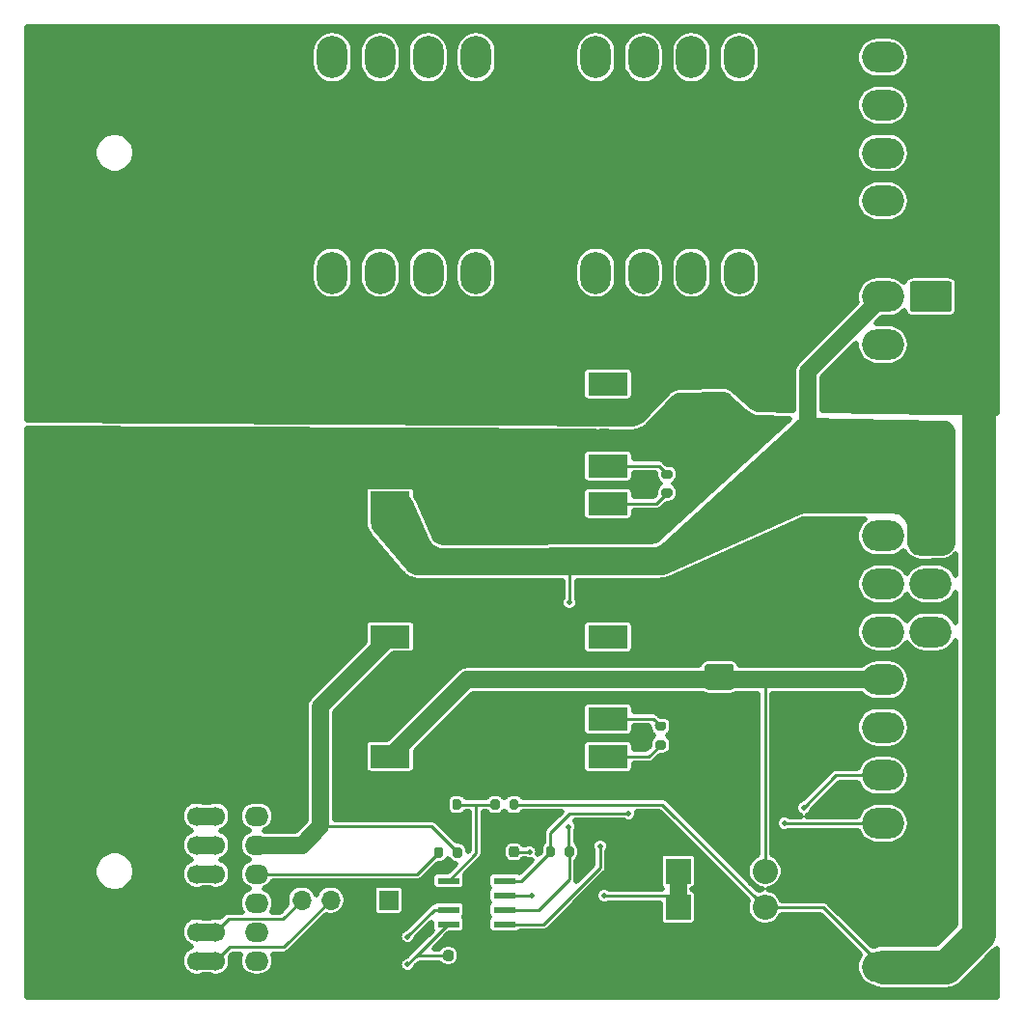
<source format=gtl>
%TF.GenerationSoftware,KiCad,Pcbnew,(5.1.9)-1*%
%TF.CreationDate,2021-05-19T11:39:12+08:00*%
%TF.ProjectId,KCORES CSPS to ATX Converter,4b434f52-4553-4204-9353-505320746f20,1.0*%
%TF.SameCoordinates,Original*%
%TF.FileFunction,Copper,L1,Top*%
%TF.FilePolarity,Positive*%
%FSLAX46Y46*%
G04 Gerber Fmt 4.6, Leading zero omitted, Abs format (unit mm)*
G04 Created by KiCad (PCBNEW (5.1.9)-1) date 2021-05-19 11:39:12*
%MOMM*%
%LPD*%
G01*
G04 APERTURE LIST*
%TA.AperFunction,SMDPad,CuDef*%
%ADD10R,1.970000X0.600000*%
%TD*%
%TA.AperFunction,SMDPad,CuDef*%
%ADD11R,3.500000X2.000000*%
%TD*%
%TA.AperFunction,ComponentPad*%
%ADD12O,1.700000X1.700000*%
%TD*%
%TA.AperFunction,ComponentPad*%
%ADD13R,1.700000X1.700000*%
%TD*%
%TA.AperFunction,ComponentPad*%
%ADD14O,2.080000X1.700000*%
%TD*%
%TA.AperFunction,ComponentPad*%
%ADD15C,1.700000*%
%TD*%
%TA.AperFunction,ComponentPad*%
%ADD16O,3.700000X2.700000*%
%TD*%
%TA.AperFunction,ComponentPad*%
%ADD17O,2.700000X3.700000*%
%TD*%
%TA.AperFunction,ComponentPad*%
%ADD18O,2.200000X2.200000*%
%TD*%
%TA.AperFunction,ComponentPad*%
%ADD19R,2.200000X2.200000*%
%TD*%
%TA.AperFunction,ViaPad*%
%ADD20C,0.500000*%
%TD*%
%TA.AperFunction,ViaPad*%
%ADD21C,1.778000*%
%TD*%
%TA.AperFunction,Conductor*%
%ADD22C,1.500000*%
%TD*%
%TA.AperFunction,Conductor*%
%ADD23C,0.254000*%
%TD*%
%TA.AperFunction,Conductor*%
%ADD24C,3.000000*%
%TD*%
%TA.AperFunction,Conductor*%
%ADD25C,0.508000*%
%TD*%
%TA.AperFunction,Conductor*%
%ADD26C,0.100000*%
%TD*%
G04 APERTURE END LIST*
D10*
%TO.P,U4,8*%
%TO.N,/ATX_PWOK*%
X134820000Y-152045000D03*
%TO.P,U4,7*%
%TO.N,Net-(C5-Pad1)*%
X134820000Y-153315000D03*
%TO.P,U4,6*%
%TO.N,+5V*%
X134820000Y-154585000D03*
%TO.P,U4,5*%
%TO.N,+3V3*%
X134820000Y-155855000D03*
%TO.P,U4,4*%
%TO.N,/~ATX_PSON*%
X129880000Y-155855000D03*
%TO.P,U4,3*%
%TO.N,/~FPO*%
X129880000Y-154585000D03*
%TO.P,U4,2*%
%TO.N,GND*%
X129880000Y-153315000D03*
%TO.P,U4,1*%
%TO.N,Net-(R2-Pad1)*%
X129880000Y-152045000D03*
%TD*%
%TO.P,R4,2*%
%TO.N,+5V*%
%TA.AperFunction,SMDPad,CuDef*%
G36*
G01*
X140075000Y-149775000D02*
X140075000Y-149225000D01*
G75*
G02*
X140275000Y-149025000I200000J0D01*
G01*
X140675000Y-149025000D01*
G75*
G02*
X140875000Y-149225000I0J-200000D01*
G01*
X140875000Y-149775000D01*
G75*
G02*
X140675000Y-149975000I-200000J0D01*
G01*
X140275000Y-149975000D01*
G75*
G02*
X140075000Y-149775000I0J200000D01*
G01*
G37*
%TD.AperFunction*%
%TO.P,R4,1*%
%TO.N,/ATX_PWOK*%
%TA.AperFunction,SMDPad,CuDef*%
G36*
G01*
X138425000Y-149775000D02*
X138425000Y-149225000D01*
G75*
G02*
X138625000Y-149025000I200000J0D01*
G01*
X139025000Y-149025000D01*
G75*
G02*
X139225000Y-149225000I0J-200000D01*
G01*
X139225000Y-149775000D01*
G75*
G02*
X139025000Y-149975000I-200000J0D01*
G01*
X138625000Y-149975000D01*
G75*
G02*
X138425000Y-149775000I0J200000D01*
G01*
G37*
%TD.AperFunction*%
%TD*%
%TO.P,R3,2*%
%TO.N,Net-(R2-Pad1)*%
%TA.AperFunction,SMDPad,CuDef*%
G36*
G01*
X130225000Y-145625000D02*
X130225000Y-145075000D01*
G75*
G02*
X130425000Y-144875000I200000J0D01*
G01*
X130825000Y-144875000D01*
G75*
G02*
X131025000Y-145075000I0J-200000D01*
G01*
X131025000Y-145625000D01*
G75*
G02*
X130825000Y-145825000I-200000J0D01*
G01*
X130425000Y-145825000D01*
G75*
G02*
X130225000Y-145625000I0J200000D01*
G01*
G37*
%TD.AperFunction*%
%TO.P,R3,1*%
%TO.N,GND*%
%TA.AperFunction,SMDPad,CuDef*%
G36*
G01*
X128575000Y-145625000D02*
X128575000Y-145075000D01*
G75*
G02*
X128775000Y-144875000I200000J0D01*
G01*
X129175000Y-144875000D01*
G75*
G02*
X129375000Y-145075000I0J-200000D01*
G01*
X129375000Y-145625000D01*
G75*
G02*
X129175000Y-145825000I-200000J0D01*
G01*
X128775000Y-145825000D01*
G75*
G02*
X128575000Y-145625000I0J200000D01*
G01*
G37*
%TD.AperFunction*%
%TD*%
%TO.P,R2,2*%
%TO.N,+12V*%
%TA.AperFunction,SMDPad,CuDef*%
G36*
G01*
X135225000Y-145625000D02*
X135225000Y-145075000D01*
G75*
G02*
X135425000Y-144875000I200000J0D01*
G01*
X135825000Y-144875000D01*
G75*
G02*
X136025000Y-145075000I0J-200000D01*
G01*
X136025000Y-145625000D01*
G75*
G02*
X135825000Y-145825000I-200000J0D01*
G01*
X135425000Y-145825000D01*
G75*
G02*
X135225000Y-145625000I0J200000D01*
G01*
G37*
%TD.AperFunction*%
%TO.P,R2,1*%
%TO.N,Net-(R2-Pad1)*%
%TA.AperFunction,SMDPad,CuDef*%
G36*
G01*
X133575000Y-145625000D02*
X133575000Y-145075000D01*
G75*
G02*
X133775000Y-144875000I200000J0D01*
G01*
X134175000Y-144875000D01*
G75*
G02*
X134375000Y-145075000I0J-200000D01*
G01*
X134375000Y-145625000D01*
G75*
G02*
X134175000Y-145825000I-200000J0D01*
G01*
X133775000Y-145825000D01*
G75*
G02*
X133575000Y-145625000I0J200000D01*
G01*
G37*
%TD.AperFunction*%
%TD*%
%TO.P,R1,2*%
%TO.N,/+12VSB*%
%TA.AperFunction,SMDPad,CuDef*%
G36*
G01*
X130275000Y-149825000D02*
X130275000Y-149275000D01*
G75*
G02*
X130475000Y-149075000I200000J0D01*
G01*
X130875000Y-149075000D01*
G75*
G02*
X131075000Y-149275000I0J-200000D01*
G01*
X131075000Y-149825000D01*
G75*
G02*
X130875000Y-150025000I-200000J0D01*
G01*
X130475000Y-150025000D01*
G75*
G02*
X130275000Y-149825000I0J200000D01*
G01*
G37*
%TD.AperFunction*%
%TO.P,R1,1*%
%TO.N,/~PRESENT*%
%TA.AperFunction,SMDPad,CuDef*%
G36*
G01*
X128625000Y-149825000D02*
X128625000Y-149275000D01*
G75*
G02*
X128825000Y-149075000I200000J0D01*
G01*
X129225000Y-149075000D01*
G75*
G02*
X129425000Y-149275000I0J-200000D01*
G01*
X129425000Y-149825000D01*
G75*
G02*
X129225000Y-150025000I-200000J0D01*
G01*
X128825000Y-150025000D01*
G75*
G02*
X128625000Y-149825000I0J200000D01*
G01*
G37*
%TD.AperFunction*%
%TD*%
%TO.P,C5,2*%
%TO.N,GND*%
%TA.AperFunction,SMDPad,CuDef*%
G36*
G01*
X134525000Y-149250000D02*
X134525000Y-149750000D01*
G75*
G02*
X134300000Y-149975000I-225000J0D01*
G01*
X133850000Y-149975000D01*
G75*
G02*
X133625000Y-149750000I0J225000D01*
G01*
X133625000Y-149250000D01*
G75*
G02*
X133850000Y-149025000I225000J0D01*
G01*
X134300000Y-149025000D01*
G75*
G02*
X134525000Y-149250000I0J-225000D01*
G01*
G37*
%TD.AperFunction*%
%TO.P,C5,1*%
%TO.N,Net-(C5-Pad1)*%
%TA.AperFunction,SMDPad,CuDef*%
G36*
G01*
X136075000Y-149250000D02*
X136075000Y-149750000D01*
G75*
G02*
X135850000Y-149975000I-225000J0D01*
G01*
X135400000Y-149975000D01*
G75*
G02*
X135175000Y-149750000I0J225000D01*
G01*
X135175000Y-149250000D01*
G75*
G02*
X135400000Y-149025000I225000J0D01*
G01*
X135850000Y-149025000D01*
G75*
G02*
X136075000Y-149250000I0J-225000D01*
G01*
G37*
%TD.AperFunction*%
%TD*%
%TO.P,C4,2*%
%TO.N,/~ATX_PSON*%
%TA.AperFunction,SMDPad,CuDef*%
G36*
G01*
X130325000Y-158350000D02*
X130325000Y-158850000D01*
G75*
G02*
X130100000Y-159075000I-225000J0D01*
G01*
X129650000Y-159075000D01*
G75*
G02*
X129425000Y-158850000I0J225000D01*
G01*
X129425000Y-158350000D01*
G75*
G02*
X129650000Y-158125000I225000J0D01*
G01*
X130100000Y-158125000D01*
G75*
G02*
X130325000Y-158350000I0J-225000D01*
G01*
G37*
%TD.AperFunction*%
%TO.P,C4,1*%
%TO.N,GND*%
%TA.AperFunction,SMDPad,CuDef*%
G36*
G01*
X131875000Y-158350000D02*
X131875000Y-158850000D01*
G75*
G02*
X131650000Y-159075000I-225000J0D01*
G01*
X131200000Y-159075000D01*
G75*
G02*
X130975000Y-158850000I0J225000D01*
G01*
X130975000Y-158350000D01*
G75*
G02*
X131200000Y-158125000I225000J0D01*
G01*
X131650000Y-158125000D01*
G75*
G02*
X131875000Y-158350000I0J-225000D01*
G01*
G37*
%TD.AperFunction*%
%TD*%
D11*
%TO.P,U3,7*%
%TO.N,Net-(U3-Pad7)*%
X143870000Y-130650000D03*
%TO.P,U3,5*%
%TO.N,Net-(R7-Pad2)*%
X143870000Y-137850000D03*
%TO.P,U3,4*%
%TO.N,Net-(R7-Pad1)*%
X143870000Y-141150000D03*
%TO.P,U3,3*%
%TO.N,/+5VSB*%
X124780000Y-141130000D03*
%TO.P,U3,2*%
%TO.N,GND*%
X124780000Y-136630000D03*
%TO.P,U3,1*%
%TO.N,/+12VSB*%
X124780000Y-130630000D03*
%TD*%
%TO.P,U1,7*%
%TO.N,Net-(U1-Pad7)*%
X143870000Y-108450000D03*
%TO.P,U1,5*%
%TO.N,Net-(R5-Pad2)*%
X143870000Y-115650000D03*
%TO.P,U1,4*%
%TO.N,Net-(R5-Pad1)*%
X143870000Y-118950000D03*
%TO.P,U1,3*%
%TO.N,+5V*%
X124780000Y-118930000D03*
%TO.P,U1,2*%
%TO.N,GND*%
X124780000Y-114430000D03*
%TO.P,U1,1*%
%TO.N,+12V*%
X124780000Y-108430000D03*
%TD*%
%TO.P,R7,2*%
%TO.N,Net-(R7-Pad2)*%
%TA.AperFunction,SMDPad,CuDef*%
G36*
G01*
X148775000Y-138875000D02*
X148225000Y-138875000D01*
G75*
G02*
X148025000Y-138675000I0J200000D01*
G01*
X148025000Y-138275000D01*
G75*
G02*
X148225000Y-138075000I200000J0D01*
G01*
X148775000Y-138075000D01*
G75*
G02*
X148975000Y-138275000I0J-200000D01*
G01*
X148975000Y-138675000D01*
G75*
G02*
X148775000Y-138875000I-200000J0D01*
G01*
G37*
%TD.AperFunction*%
%TO.P,R7,1*%
%TO.N,Net-(R7-Pad1)*%
%TA.AperFunction,SMDPad,CuDef*%
G36*
G01*
X148775000Y-140525000D02*
X148225000Y-140525000D01*
G75*
G02*
X148025000Y-140325000I0J200000D01*
G01*
X148025000Y-139925000D01*
G75*
G02*
X148225000Y-139725000I200000J0D01*
G01*
X148775000Y-139725000D01*
G75*
G02*
X148975000Y-139925000I0J-200000D01*
G01*
X148975000Y-140325000D01*
G75*
G02*
X148775000Y-140525000I-200000J0D01*
G01*
G37*
%TD.AperFunction*%
%TD*%
%TO.P,R5,2*%
%TO.N,Net-(R5-Pad2)*%
%TA.AperFunction,SMDPad,CuDef*%
G36*
G01*
X149325000Y-116775000D02*
X148775000Y-116775000D01*
G75*
G02*
X148575000Y-116575000I0J200000D01*
G01*
X148575000Y-116175000D01*
G75*
G02*
X148775000Y-115975000I200000J0D01*
G01*
X149325000Y-115975000D01*
G75*
G02*
X149525000Y-116175000I0J-200000D01*
G01*
X149525000Y-116575000D01*
G75*
G02*
X149325000Y-116775000I-200000J0D01*
G01*
G37*
%TD.AperFunction*%
%TO.P,R5,1*%
%TO.N,Net-(R5-Pad1)*%
%TA.AperFunction,SMDPad,CuDef*%
G36*
G01*
X149325000Y-118425000D02*
X148775000Y-118425000D01*
G75*
G02*
X148575000Y-118225000I0J200000D01*
G01*
X148575000Y-117825000D01*
G75*
G02*
X148775000Y-117625000I200000J0D01*
G01*
X149325000Y-117625000D01*
G75*
G02*
X149525000Y-117825000I0J-200000D01*
G01*
X149525000Y-118225000D01*
G75*
G02*
X149325000Y-118425000I-200000J0D01*
G01*
G37*
%TD.AperFunction*%
%TD*%
%TO.P,C3,2*%
%TO.N,GND*%
%TA.AperFunction,SMDPad,CuDef*%
G36*
G01*
X152624999Y-139425000D02*
X154675001Y-139425000D01*
G75*
G02*
X154925000Y-139674999I0J-249999D01*
G01*
X154925000Y-141425001D01*
G75*
G02*
X154675001Y-141675000I-249999J0D01*
G01*
X152624999Y-141675000D01*
G75*
G02*
X152375000Y-141425001I0J249999D01*
G01*
X152375000Y-139674999D01*
G75*
G02*
X152624999Y-139425000I249999J0D01*
G01*
G37*
%TD.AperFunction*%
%TO.P,C3,1*%
%TO.N,/+5VSB*%
%TA.AperFunction,SMDPad,CuDef*%
G36*
G01*
X152624999Y-133025000D02*
X154675001Y-133025000D01*
G75*
G02*
X154925000Y-133274999I0J-249999D01*
G01*
X154925000Y-135025001D01*
G75*
G02*
X154675001Y-135275000I-249999J0D01*
G01*
X152624999Y-135275000D01*
G75*
G02*
X152375000Y-135025001I0J249999D01*
G01*
X152375000Y-133274999D01*
G75*
G02*
X152624999Y-133025000I249999J0D01*
G01*
G37*
%TD.AperFunction*%
%TD*%
%TO.P,C1,2*%
%TO.N,GND*%
%TA.AperFunction,SMDPad,CuDef*%
G36*
G01*
X154925001Y-114725000D02*
X152874999Y-114725000D01*
G75*
G02*
X152625000Y-114475001I0J249999D01*
G01*
X152625000Y-112724999D01*
G75*
G02*
X152874999Y-112475000I249999J0D01*
G01*
X154925001Y-112475000D01*
G75*
G02*
X155175000Y-112724999I0J-249999D01*
G01*
X155175000Y-114475001D01*
G75*
G02*
X154925001Y-114725000I-249999J0D01*
G01*
G37*
%TD.AperFunction*%
%TO.P,C1,1*%
%TO.N,+5V*%
%TA.AperFunction,SMDPad,CuDef*%
G36*
G01*
X154925001Y-121125000D02*
X152874999Y-121125000D01*
G75*
G02*
X152625000Y-120875001I0J249999D01*
G01*
X152625000Y-119124999D01*
G75*
G02*
X152874999Y-118875000I249999J0D01*
G01*
X154925001Y-118875000D01*
G75*
G02*
X155175000Y-119124999I0J-249999D01*
G01*
X155175000Y-120875001D01*
G75*
G02*
X154925001Y-121125000I-249999J0D01*
G01*
G37*
%TD.AperFunction*%
%TD*%
D12*
%TO.P,J2,4*%
%TO.N,/SDA*%
X117010000Y-153740000D03*
%TO.P,J2,3*%
%TO.N,/SCL*%
X119550000Y-153740000D03*
%TO.P,J2,2*%
%TO.N,GND*%
X122090000Y-153740000D03*
D13*
%TO.P,J2,1*%
%TO.N,/~CSPS_PSON*%
X124630000Y-153740000D03*
%TD*%
D14*
%TO.P,J1,64*%
%TO.N,+12V*%
X113070000Y-80330000D03*
%TO.P,J1,63*%
X113070000Y-82870000D03*
%TO.P,J1,62*%
X113070000Y-85410000D03*
%TO.P,J1,61*%
X113070000Y-87950000D03*
%TO.P,J1,60*%
X113070000Y-90490000D03*
%TO.P,J1,59*%
X113070000Y-93030000D03*
%TO.P,J1,58*%
X113070000Y-95570000D03*
%TO.P,J1,57*%
X113070000Y-98110000D03*
%TO.P,J1,56*%
X113070000Y-100650000D03*
%TO.P,J1,55*%
X113070000Y-103190000D03*
%TO.P,J1,54*%
X113070000Y-105730000D03*
%TO.P,J1,53*%
X113070000Y-108270000D03*
%TO.P,J1,52*%
X113070000Y-110810000D03*
%TO.P,J1,51*%
%TO.N,GND*%
X113070000Y-113350000D03*
%TO.P,J1,50*%
X113070000Y-115890000D03*
%TO.P,J1,49*%
X113070000Y-118430000D03*
%TO.P,J1,48*%
X113070000Y-120970000D03*
%TO.P,J1,47*%
X113070000Y-123510000D03*
%TO.P,J1,46*%
X113070000Y-126050000D03*
%TO.P,J1,45*%
X113070000Y-128590000D03*
%TO.P,J1,44*%
X113070000Y-131130000D03*
%TO.P,J1,43*%
X113070000Y-133670000D03*
%TO.P,J1,42*%
X113070000Y-136210000D03*
%TO.P,J1,41*%
X113070000Y-138750000D03*
%TO.P,J1,40*%
X113070000Y-141290000D03*
%TO.P,J1,39*%
X113070000Y-143830000D03*
%TO.P,J1,38*%
%TO.N,Net-(J1-Pad38)*%
X113070000Y-146370000D03*
%TO.P,J1,37*%
%TO.N,/+12VSB*%
X113070000Y-148910000D03*
%TO.P,J1,36*%
%TO.N,/~PRESENT*%
X113070000Y-151450000D03*
%TO.P,J1,35*%
%TO.N,/CSPS_PSOK*%
X113070000Y-153990000D03*
%TO.P,J1,34*%
%TO.N,Net-(J1-Pad34)*%
X113070000Y-156530000D03*
%TO.P,J1,33*%
%TO.N,/~CSPS_PSON*%
X113070000Y-159070000D03*
D15*
%TO.P,J1,32*%
%TO.N,/SCL*%
X107800000Y-159070000D03*
%TO.P,J1,31*%
%TO.N,/SDA*%
X107800000Y-156530000D03*
%TO.P,J1,30*%
%TO.N,GND*%
X107800000Y-153990000D03*
%TO.P,J1,29*%
%TO.N,Net-(J1-Pad29)*%
X107800000Y-151450000D03*
%TO.P,J1,28*%
%TO.N,Net-(J1-Pad28)*%
X107800000Y-148910000D03*
%TO.P,J1,27*%
%TO.N,Net-(J1-Pad27)*%
X107800000Y-146370000D03*
%TO.P,J1,26*%
%TO.N,GND*%
X107800000Y-143830000D03*
%TO.P,J1,25*%
X107800000Y-141290000D03*
%TO.P,J1,24*%
X107800000Y-138750000D03*
%TO.P,J1,23*%
X107800000Y-136210000D03*
%TO.P,J1,22*%
X107800000Y-133670000D03*
%TO.P,J1,21*%
X107800000Y-131130000D03*
%TO.P,J1,20*%
X107800000Y-128590000D03*
%TO.P,J1,19*%
X107800000Y-126050000D03*
%TO.P,J1,18*%
X107800000Y-123510000D03*
%TO.P,J1,17*%
X107800000Y-120970000D03*
%TO.P,J1,16*%
X107800000Y-118430000D03*
%TO.P,J1,15*%
X107800000Y-115890000D03*
%TO.P,J1,14*%
X107800000Y-113350000D03*
%TO.P,J1,13*%
%TO.N,+12V*%
X107800000Y-110810000D03*
%TO.P,J1,12*%
X107800000Y-108270000D03*
%TO.P,J1,11*%
X107800000Y-105730000D03*
%TO.P,J1,10*%
X107800000Y-103190000D03*
%TO.P,J1,9*%
X107800000Y-100650000D03*
%TO.P,J1,8*%
X107800000Y-98110000D03*
%TO.P,J1,7*%
X107800000Y-95570000D03*
%TO.P,J1,6*%
X107800000Y-93030000D03*
%TO.P,J1,5*%
X107800000Y-90490000D03*
%TO.P,J1,4*%
X107800000Y-87950000D03*
%TO.P,J1,3*%
X107800000Y-85410000D03*
%TO.P,J1,2*%
X107800000Y-82870000D03*
%TO.P,J1,32*%
%TO.N,/SCL*%
X109450000Y-159070000D03*
%TO.P,J1,31*%
%TO.N,/SDA*%
X109450000Y-156530000D03*
%TO.P,J1,30*%
%TO.N,GND*%
X109450000Y-153990000D03*
%TO.P,J1,29*%
%TO.N,Net-(J1-Pad29)*%
X109450000Y-151450000D03*
%TO.P,J1,28*%
%TO.N,Net-(J1-Pad28)*%
X109450000Y-148910000D03*
%TO.P,J1,27*%
%TO.N,Net-(J1-Pad27)*%
X109450000Y-146370000D03*
%TO.P,J1,26*%
%TO.N,GND*%
X109450000Y-143830000D03*
%TO.P,J1,25*%
X109450000Y-141290000D03*
%TO.P,J1,24*%
X109450000Y-138750000D03*
%TO.P,J1,23*%
X109450000Y-136210000D03*
%TO.P,J1,22*%
X109450000Y-133670000D03*
%TO.P,J1,21*%
X109450000Y-131130000D03*
%TO.P,J1,20*%
X109450000Y-128590000D03*
%TO.P,J1,19*%
X109450000Y-126050000D03*
%TO.P,J1,18*%
X109450000Y-123510000D03*
%TO.P,J1,17*%
X109450000Y-120970000D03*
%TO.P,J1,16*%
X109450000Y-118430000D03*
%TO.P,J1,15*%
X109450000Y-115890000D03*
%TO.P,J1,14*%
X109450000Y-113350000D03*
%TO.P,J1,13*%
%TO.N,+12V*%
X109450000Y-110810000D03*
%TO.P,J1,12*%
X109450000Y-108270000D03*
%TO.P,J1,11*%
X109450000Y-105730000D03*
%TO.P,J1,10*%
X109450000Y-103190000D03*
%TO.P,J1,9*%
X109450000Y-100650000D03*
%TO.P,J1,8*%
X109450000Y-98110000D03*
%TO.P,J1,7*%
X109450000Y-95570000D03*
%TO.P,J1,6*%
X109450000Y-93030000D03*
%TO.P,J1,5*%
X109450000Y-90490000D03*
%TO.P,J1,4*%
X109450000Y-87950000D03*
%TO.P,J1,3*%
X109450000Y-85410000D03*
%TO.P,J1,2*%
X109450000Y-82870000D03*
%TO.P,J1,1*%
X107800000Y-80330000D03*
X109450000Y-80330000D03*
%TD*%
D16*
%TO.P,J7,8*%
%TO.N,GND*%
X168000000Y-92400000D03*
%TO.P,J7,7*%
X168000000Y-88200000D03*
%TO.P,J7,6*%
X168000000Y-84000000D03*
%TO.P,J7,5*%
X168000000Y-79800000D03*
%TO.P,J7,4*%
%TO.N,+12V*%
X172200000Y-92400000D03*
%TO.P,J7,3*%
X172200000Y-88200000D03*
%TO.P,J7,1*%
%TA.AperFunction,ComponentPad*%
G36*
G01*
X170601100Y-78450000D02*
X173798900Y-78450000D01*
G75*
G02*
X174050000Y-78701100I0J-251100D01*
G01*
X174050000Y-80898900D01*
G75*
G02*
X173798900Y-81150000I-251100J0D01*
G01*
X170601100Y-81150000D01*
G75*
G02*
X170350000Y-80898900I0J251100D01*
G01*
X170350000Y-78701100D01*
G75*
G02*
X170601100Y-78450000I251100J0D01*
G01*
G37*
%TD.AperFunction*%
%TO.P,J7,2*%
X172200000Y-84000000D03*
%TD*%
D17*
%TO.P,J6,8*%
%TO.N,GND*%
X155400000Y-98700000D03*
%TO.P,J6,7*%
X151200000Y-98700000D03*
%TO.P,J6,6*%
X147000000Y-98700000D03*
%TO.P,J6,5*%
X142800000Y-98700000D03*
%TO.P,J6,4*%
%TO.N,+12V*%
X155400000Y-94500000D03*
%TO.P,J6,3*%
X151200000Y-94500000D03*
%TO.P,J6,1*%
%TA.AperFunction,ComponentPad*%
G36*
G01*
X141450000Y-96098900D02*
X141450000Y-92901100D01*
G75*
G02*
X141701100Y-92650000I251100J0D01*
G01*
X143898900Y-92650000D01*
G75*
G02*
X144150000Y-92901100I0J-251100D01*
G01*
X144150000Y-96098900D01*
G75*
G02*
X143898900Y-96350000I-251100J0D01*
G01*
X141701100Y-96350000D01*
G75*
G02*
X141450000Y-96098900I0J251100D01*
G01*
G37*
%TD.AperFunction*%
%TO.P,J6,2*%
X147000000Y-94500000D03*
%TD*%
%TO.P,J5,8*%
%TO.N,GND*%
X142800000Y-79800000D03*
%TO.P,J5,7*%
X147000000Y-79800000D03*
%TO.P,J5,6*%
X151200000Y-79800000D03*
%TO.P,J5,5*%
X155400000Y-79800000D03*
%TO.P,J5,4*%
%TO.N,+12V*%
X142800000Y-84000000D03*
%TO.P,J5,3*%
X147000000Y-84000000D03*
%TO.P,J5,1*%
%TA.AperFunction,ComponentPad*%
G36*
G01*
X156750000Y-82401100D02*
X156750000Y-85598900D01*
G75*
G02*
X156498900Y-85850000I-251100J0D01*
G01*
X154301100Y-85850000D01*
G75*
G02*
X154050000Y-85598900I0J251100D01*
G01*
X154050000Y-82401100D01*
G75*
G02*
X154301100Y-82150000I251100J0D01*
G01*
X156498900Y-82150000D01*
G75*
G02*
X156750000Y-82401100I0J-251100D01*
G01*
G37*
%TD.AperFunction*%
%TO.P,J5,2*%
X151200000Y-84000000D03*
%TD*%
%TO.P,J4,8*%
%TO.N,GND*%
X132300000Y-98700000D03*
%TO.P,J4,7*%
X128100000Y-98700000D03*
%TO.P,J4,6*%
X123900000Y-98700000D03*
%TO.P,J4,5*%
X119700000Y-98700000D03*
%TO.P,J4,4*%
%TO.N,+12V*%
X132300000Y-94500000D03*
%TO.P,J4,3*%
X128100000Y-94500000D03*
%TO.P,J4,1*%
%TA.AperFunction,ComponentPad*%
G36*
G01*
X118350000Y-96098900D02*
X118350000Y-92901100D01*
G75*
G02*
X118601100Y-92650000I251100J0D01*
G01*
X120798900Y-92650000D01*
G75*
G02*
X121050000Y-92901100I0J-251100D01*
G01*
X121050000Y-96098900D01*
G75*
G02*
X120798900Y-96350000I-251100J0D01*
G01*
X118601100Y-96350000D01*
G75*
G02*
X118350000Y-96098900I0J251100D01*
G01*
G37*
%TD.AperFunction*%
%TO.P,J4,2*%
X123900000Y-94500000D03*
%TD*%
%TO.P,J3,8*%
%TO.N,GND*%
X119700000Y-79800000D03*
%TO.P,J3,7*%
X123900000Y-79800000D03*
%TO.P,J3,6*%
X128100000Y-79800000D03*
%TO.P,J3,5*%
X132300000Y-79800000D03*
%TO.P,J3,4*%
%TO.N,+12V*%
X119700000Y-84000000D03*
%TO.P,J3,3*%
X123900000Y-84000000D03*
%TO.P,J3,1*%
%TA.AperFunction,ComponentPad*%
G36*
G01*
X133650000Y-82401100D02*
X133650000Y-85598900D01*
G75*
G02*
X133398900Y-85850000I-251100J0D01*
G01*
X131201100Y-85850000D01*
G75*
G02*
X130950000Y-85598900I0J251100D01*
G01*
X130950000Y-82401100D01*
G75*
G02*
X131201100Y-82150000I251100J0D01*
G01*
X133398900Y-82150000D01*
G75*
G02*
X133650000Y-82401100I0J-251100D01*
G01*
G37*
%TD.AperFunction*%
%TO.P,J3,2*%
X128100000Y-84000000D03*
%TD*%
D16*
%TO.P,J9,24*%
%TO.N,+12V*%
X168000000Y-159600000D03*
%TO.P,J9,23*%
%TO.N,GND*%
X168000000Y-155400000D03*
%TO.P,J9,22*%
X168000000Y-151200000D03*
%TO.P,J9,21*%
%TO.N,/ATX_PWOK*%
X168000000Y-147000000D03*
%TO.P,J9,20*%
%TO.N,/~ATX_PSON*%
X168000000Y-142800000D03*
%TO.P,J9,19*%
%TO.N,Net-(J9-Pad19)*%
X168000000Y-138600000D03*
%TO.P,J9,18*%
%TO.N,/+5VSB*%
X168000000Y-134400000D03*
%TO.P,J9,17*%
%TO.N,+3V3*%
X168000000Y-130200000D03*
%TO.P,J9,16*%
X168000000Y-126000000D03*
%TO.P,J9,15*%
%TO.N,Net-(J9-Pad15)*%
X168000000Y-121800000D03*
%TO.P,J9,14*%
%TO.N,+5V*%
X168000000Y-117600000D03*
%TO.P,J9,13*%
X168000000Y-113400000D03*
%TO.P,J9,12*%
%TO.N,+12V*%
X172200000Y-159600000D03*
%TO.P,J9,11*%
%TO.N,GND*%
X172200000Y-155400000D03*
%TO.P,J9,10*%
X172200000Y-151200000D03*
%TO.P,J9,9*%
X172200000Y-147000000D03*
%TO.P,J9,8*%
X172200000Y-142800000D03*
%TO.P,J9,7*%
X172200000Y-138600000D03*
%TO.P,J9,6*%
X172200000Y-134400000D03*
%TO.P,J9,5*%
%TO.N,+3V3*%
X172200000Y-130200000D03*
%TO.P,J9,4*%
X172200000Y-126000000D03*
%TO.P,J9,3*%
%TO.N,+5V*%
X172200000Y-121800000D03*
%TO.P,J9,1*%
%TA.AperFunction,ComponentPad*%
G36*
G01*
X170601100Y-112050000D02*
X173798900Y-112050000D01*
G75*
G02*
X174050000Y-112301100I0J-251100D01*
G01*
X174050000Y-114498900D01*
G75*
G02*
X173798900Y-114750000I-251100J0D01*
G01*
X170601100Y-114750000D01*
G75*
G02*
X170350000Y-114498900I0J251100D01*
G01*
X170350000Y-112301100D01*
G75*
G02*
X170601100Y-112050000I251100J0D01*
G01*
G37*
%TD.AperFunction*%
%TO.P,J9,2*%
X172200000Y-117600000D03*
%TD*%
%TO.P,J8,1*%
%TO.N,GND*%
%TA.AperFunction,ComponentPad*%
G36*
G01*
X170601100Y-99450000D02*
X173798900Y-99450000D01*
G75*
G02*
X174050000Y-99701100I0J-251100D01*
G01*
X174050000Y-101898900D01*
G75*
G02*
X173798900Y-102150000I-251100J0D01*
G01*
X170601100Y-102150000D01*
G75*
G02*
X170350000Y-101898900I0J251100D01*
G01*
X170350000Y-99701100D01*
G75*
G02*
X170601100Y-99450000I251100J0D01*
G01*
G37*
%TD.AperFunction*%
%TO.P,J8,2*%
%TO.N,+12V*%
X172200000Y-105000000D03*
%TO.P,J8,3*%
%TO.N,+5V*%
X168000000Y-100800000D03*
%TO.P,J8,4*%
%TO.N,Net-(J8-Pad4)*%
X168000000Y-105000000D03*
%TD*%
D18*
%TO.P,D2,2*%
%TO.N,+12V*%
X157650000Y-154375000D03*
D19*
%TO.P,D2,1*%
%TO.N,Net-(C5-Pad1)*%
X150030000Y-154375000D03*
%TD*%
D18*
%TO.P,D1,2*%
%TO.N,/+5VSB*%
X157650000Y-151200000D03*
D19*
%TO.P,D1,1*%
%TO.N,Net-(C5-Pad1)*%
X150030000Y-151200000D03*
%TD*%
D20*
%TO.N,+5V*%
X140450000Y-147300000D03*
X140500000Y-127650000D03*
%TO.N,+3V3*%
X143200000Y-149000000D03*
%TO.N,/~ATX_PSON*%
X126300000Y-159400000D03*
X161050000Y-145650000D03*
%TO.N,Net-(C5-Pad1)*%
X137150000Y-153350000D03*
X143550000Y-153350000D03*
X137000000Y-149500000D03*
D21*
%TO.N,+12V*%
X144900000Y-111300000D03*
X143000000Y-111300000D03*
D20*
%TO.N,/ATX_PWOK*%
X159350000Y-147000000D03*
X145700000Y-146150000D03*
%TO.N,/~FPO*%
X126300000Y-156950000D03*
%TD*%
D22*
%TO.N,GND*%
X107800000Y-153990000D02*
X109450000Y-153990000D01*
%TO.N,+5V*%
X168000000Y-100800000D02*
X161400000Y-107400000D01*
X161400000Y-107400000D02*
X161400000Y-112750000D01*
D23*
X140150000Y-149175000D02*
X140475000Y-149500000D01*
X140450000Y-147300000D02*
X140450000Y-149175000D01*
X135390000Y-154585000D02*
X134820000Y-154585000D01*
X134820000Y-154585000D02*
X137815000Y-154585000D01*
X140475000Y-151925000D02*
X140475000Y-149500000D01*
X137815000Y-154585000D02*
X140475000Y-151925000D01*
X140500000Y-127650000D02*
X140500000Y-124450000D01*
%TO.N,+3V3*%
X143200000Y-150883514D02*
X143200000Y-149000000D01*
X138228514Y-155855000D02*
X143200000Y-150883514D01*
X134820000Y-155855000D02*
X138228514Y-155855000D01*
D22*
%TO.N,/+5VSB*%
X131510000Y-134400000D02*
X124780000Y-141130000D01*
X155675000Y-134400000D02*
X131510000Y-134400000D01*
D23*
X157650000Y-134500000D02*
X157750000Y-134400000D01*
X157650000Y-151200000D02*
X157650000Y-134500000D01*
D22*
X157750000Y-134400000D02*
X168000000Y-134400000D01*
X155675000Y-134400000D02*
X157750000Y-134400000D01*
D23*
%TO.N,/~ATX_PSON*%
X127100000Y-158600000D02*
X129875000Y-158600000D01*
X126300000Y-159400000D02*
X127100000Y-158600000D01*
X129845000Y-155855000D02*
X127100000Y-158600000D01*
X129880000Y-155855000D02*
X129845000Y-155855000D01*
X163900000Y-142800000D02*
X161050000Y-145650000D01*
X168000000Y-142800000D02*
X163900000Y-142800000D01*
D22*
%TO.N,Net-(C5-Pad1)*%
X150030000Y-151200000D02*
X150030000Y-154375000D01*
D23*
X137115000Y-153315000D02*
X137150000Y-153350000D01*
X134820000Y-153315000D02*
X137115000Y-153315000D01*
X149005000Y-153350000D02*
X150030000Y-154375000D01*
X143550000Y-153350000D02*
X149005000Y-153350000D01*
X135625000Y-149500000D02*
X137000000Y-149500000D01*
D24*
%TO.N,+12V*%
X168000000Y-159600000D02*
X172200000Y-159600000D01*
X176400000Y-109200000D02*
X172200000Y-105000000D01*
X176400000Y-156723024D02*
X176400000Y-109200000D01*
X172200000Y-159600000D02*
X173523024Y-159600000D01*
X173523024Y-159600000D02*
X176400000Y-156723024D01*
D23*
X148625000Y-145350000D02*
X157650000Y-154375000D01*
X135625000Y-145350000D02*
X148625000Y-145350000D01*
X162775000Y-154375000D02*
X162875000Y-154475000D01*
X157650000Y-154375000D02*
X162775000Y-154375000D01*
X162875000Y-154475000D02*
X168000000Y-159600000D01*
D22*
%TO.N,/SCL*%
X107800000Y-159070000D02*
X109450000Y-159070000D01*
D23*
X115440000Y-157850000D02*
X119550000Y-153740000D01*
X109450000Y-159070000D02*
X110670000Y-157850000D01*
X110670000Y-157850000D02*
X115440000Y-157850000D01*
D22*
%TO.N,/SDA*%
X107800000Y-156530000D02*
X109450000Y-156530000D01*
D23*
X115350000Y-155400000D02*
X117010000Y-153740000D01*
X109450000Y-156530000D02*
X110580000Y-155400000D01*
X110580000Y-155400000D02*
X115350000Y-155400000D01*
D22*
%TO.N,Net-(J1-Pad29)*%
X107800000Y-151450000D02*
X109450000Y-151450000D01*
%TO.N,Net-(J1-Pad28)*%
X107800000Y-148910000D02*
X109450000Y-148910000D01*
%TO.N,Net-(J1-Pad27)*%
X107800000Y-146370000D02*
X109450000Y-146370000D01*
%TO.N,/+12VSB*%
X113070000Y-148910000D02*
X117010000Y-148910000D01*
X117010000Y-148910000D02*
X118650000Y-147270000D01*
X118650000Y-136760000D02*
X124780000Y-130630000D01*
X118650000Y-147270000D02*
X118650000Y-136760000D01*
D23*
X128395000Y-147270000D02*
X118650000Y-147270000D01*
X130675000Y-149550000D02*
X128395000Y-147270000D01*
%TO.N,/~PRESENT*%
X127125000Y-151450000D02*
X113070000Y-151450000D01*
X129025000Y-149550000D02*
X127125000Y-151450000D01*
%TO.N,/ATX_PWOK*%
X136280000Y-152045000D02*
X138825000Y-149500000D01*
X134820000Y-152045000D02*
X136280000Y-152045000D01*
X168000000Y-147000000D02*
X164600000Y-147000000D01*
X164600000Y-147000000D02*
X159350000Y-147000000D01*
X164600000Y-147000000D02*
X164390000Y-147000000D01*
X140516486Y-146150000D02*
X145700000Y-146150000D01*
X138825000Y-147841486D02*
X140516486Y-146150000D01*
X138825000Y-149500000D02*
X138825000Y-147841486D01*
%TO.N,/~FPO*%
X129880000Y-154585000D02*
X128815000Y-154585000D01*
X126300000Y-156926000D02*
X126300000Y-156950000D01*
X128641000Y-154585000D02*
X126300000Y-156926000D01*
X129880000Y-154585000D02*
X128641000Y-154585000D01*
%TO.N,Net-(R2-Pad1)*%
X132300000Y-149625000D02*
X132300000Y-145350000D01*
X129880000Y-152045000D02*
X132300000Y-149625000D01*
X132300000Y-145350000D02*
X130625000Y-145350000D01*
X133975000Y-145350000D02*
X132300000Y-145350000D01*
%TO.N,Net-(R5-Pad2)*%
X148325000Y-115650000D02*
X149050000Y-116375000D01*
X143870000Y-115650000D02*
X148325000Y-115650000D01*
%TO.N,Net-(R5-Pad1)*%
X148125000Y-118950000D02*
X149050000Y-118025000D01*
X143870000Y-118950000D02*
X148125000Y-118950000D01*
%TO.N,Net-(R7-Pad2)*%
X148052990Y-138325000D02*
X148550000Y-138325000D01*
X147875000Y-137850000D02*
X148500000Y-138475000D01*
X143870000Y-137850000D02*
X147875000Y-137850000D01*
%TO.N,Net-(R7-Pad1)*%
X147475000Y-141150000D02*
X148500000Y-140125000D01*
X143870000Y-141150000D02*
X147475000Y-141150000D01*
%TD*%
D25*
%TO.N,GND*%
X154097354Y-109431423D02*
X154236438Y-109469030D01*
X154365916Y-109532217D01*
X154500536Y-109633277D01*
X156002214Y-111001473D01*
X156037566Y-111030867D01*
X156220606Y-111169549D01*
X156298539Y-111218176D01*
X156503561Y-111321628D01*
X156588972Y-111355424D01*
X156809271Y-111420265D01*
X156899376Y-111438129D01*
X157127751Y-111462238D01*
X157173644Y-111464991D01*
X159807286Y-111503559D01*
X148286044Y-122028997D01*
X148156067Y-122127455D01*
X148031266Y-122189961D01*
X147897140Y-122228583D01*
X147734829Y-122244282D01*
X129384270Y-122325736D01*
X129238307Y-122314313D01*
X129116635Y-122284127D01*
X129001573Y-122234353D01*
X128896253Y-122166347D01*
X128803545Y-122081962D01*
X128725964Y-121983488D01*
X128655484Y-121855143D01*
X127163552Y-118511159D01*
X127144921Y-118473637D01*
X127044188Y-118290181D01*
X127040457Y-118284544D01*
X127040457Y-117930000D01*
X127030649Y-117830415D01*
X127001601Y-117734657D01*
X126954429Y-117646405D01*
X126890948Y-117569052D01*
X126813595Y-117505571D01*
X126725343Y-117458399D01*
X126629585Y-117429351D01*
X126530000Y-117419543D01*
X123030000Y-117419543D01*
X122930415Y-117429351D01*
X122834657Y-117458399D01*
X122746405Y-117505571D01*
X122669052Y-117569052D01*
X122605571Y-117646405D01*
X122558399Y-117734657D01*
X122529351Y-117830415D01*
X122519543Y-117930000D01*
X122519543Y-119930000D01*
X122529351Y-120029585D01*
X122533807Y-120044274D01*
X122538292Y-120595945D01*
X122540551Y-120639847D01*
X122561314Y-120858459D01*
X122577148Y-120944857D01*
X122635259Y-121156625D01*
X122665741Y-121239008D01*
X122759464Y-121437599D01*
X122803679Y-121513496D01*
X122930210Y-121692973D01*
X122957071Y-121727772D01*
X125781115Y-125076282D01*
X125811047Y-125108791D01*
X125967486Y-125264527D01*
X126035238Y-125321148D01*
X126216281Y-125447444D01*
X126292816Y-125491478D01*
X126492993Y-125584517D01*
X126575995Y-125614633D01*
X126789259Y-125671605D01*
X126876221Y-125686894D01*
X127096128Y-125706078D01*
X127140277Y-125708000D01*
X139865001Y-125708000D01*
X139865000Y-127235980D01*
X139828269Y-127290952D01*
X139771129Y-127428899D01*
X139742000Y-127575343D01*
X139742000Y-127724657D01*
X139771129Y-127871101D01*
X139828269Y-128009048D01*
X139911223Y-128133197D01*
X140016803Y-128238777D01*
X140140952Y-128321731D01*
X140278899Y-128378871D01*
X140425343Y-128408000D01*
X140574657Y-128408000D01*
X140721101Y-128378871D01*
X140859048Y-128321731D01*
X140983197Y-128238777D01*
X141088777Y-128133197D01*
X141171731Y-128009048D01*
X141228871Y-127871101D01*
X141258000Y-127724657D01*
X141258000Y-127575343D01*
X141228871Y-127428899D01*
X141171731Y-127290952D01*
X141135000Y-127235980D01*
X141135000Y-125708000D01*
X148479470Y-125708000D01*
X148532682Y-125705205D01*
X148797276Y-125677336D01*
X148901362Y-125655164D01*
X149154342Y-125572782D01*
X149204074Y-125553649D01*
X160785632Y-120385020D01*
X160962358Y-120327470D01*
X161147206Y-120308000D01*
X166389225Y-120308000D01*
X166179839Y-120479839D01*
X165947655Y-120762756D01*
X165775126Y-121085534D01*
X165668884Y-121435768D01*
X165633010Y-121800000D01*
X165668884Y-122164232D01*
X165775126Y-122514466D01*
X165947655Y-122837244D01*
X166179839Y-123120161D01*
X166462756Y-123352345D01*
X166785534Y-123524874D01*
X167135768Y-123631116D01*
X167408724Y-123658000D01*
X168591276Y-123658000D01*
X168864232Y-123631116D01*
X169214466Y-123524874D01*
X169537244Y-123352345D01*
X169819602Y-123120620D01*
X169860759Y-123190788D01*
X169990867Y-123373465D01*
X170049157Y-123441653D01*
X170209369Y-123598596D01*
X170278748Y-123655471D01*
X170464069Y-123781784D01*
X170542369Y-123825566D01*
X170747019Y-123917311D01*
X170831801Y-123946638D01*
X171049399Y-124000953D01*
X171138014Y-124014909D01*
X171361773Y-124030102D01*
X171406661Y-124031161D01*
X173109226Y-123996048D01*
X173152828Y-123993270D01*
X173369841Y-123970037D01*
X173455526Y-123953319D01*
X173665356Y-123893273D01*
X173746914Y-123862131D01*
X173943365Y-123767045D01*
X174018387Y-123722399D01*
X174195657Y-123595081D01*
X174261926Y-123538250D01*
X174392001Y-123405677D01*
X174392001Y-125224033D01*
X174252345Y-124962756D01*
X174020161Y-124679839D01*
X173737244Y-124447655D01*
X173414466Y-124275126D01*
X173064232Y-124168884D01*
X172791276Y-124142000D01*
X171608724Y-124142000D01*
X171335768Y-124168884D01*
X170985534Y-124275126D01*
X170662756Y-124447655D01*
X170379839Y-124679839D01*
X170147655Y-124962756D01*
X170100000Y-125051912D01*
X170052345Y-124962756D01*
X169820161Y-124679839D01*
X169537244Y-124447655D01*
X169214466Y-124275126D01*
X168864232Y-124168884D01*
X168591276Y-124142000D01*
X167408724Y-124142000D01*
X167135768Y-124168884D01*
X166785534Y-124275126D01*
X166462756Y-124447655D01*
X166179839Y-124679839D01*
X165947655Y-124962756D01*
X165775126Y-125285534D01*
X165668884Y-125635768D01*
X165633010Y-126000000D01*
X165668884Y-126364232D01*
X165775126Y-126714466D01*
X165947655Y-127037244D01*
X166179839Y-127320161D01*
X166462756Y-127552345D01*
X166785534Y-127724874D01*
X167135768Y-127831116D01*
X167408724Y-127858000D01*
X168591276Y-127858000D01*
X168864232Y-127831116D01*
X169214466Y-127724874D01*
X169537244Y-127552345D01*
X169820161Y-127320161D01*
X170052345Y-127037244D01*
X170100000Y-126948088D01*
X170147655Y-127037244D01*
X170379839Y-127320161D01*
X170662756Y-127552345D01*
X170985534Y-127724874D01*
X171335768Y-127831116D01*
X171608724Y-127858000D01*
X172791276Y-127858000D01*
X173064232Y-127831116D01*
X173414466Y-127724874D01*
X173737244Y-127552345D01*
X174020161Y-127320161D01*
X174252345Y-127037244D01*
X174392001Y-126775968D01*
X174392001Y-129424032D01*
X174252345Y-129162756D01*
X174020161Y-128879839D01*
X173737244Y-128647655D01*
X173414466Y-128475126D01*
X173064232Y-128368884D01*
X172791276Y-128342000D01*
X171608724Y-128342000D01*
X171335768Y-128368884D01*
X170985534Y-128475126D01*
X170662756Y-128647655D01*
X170379839Y-128879839D01*
X170147655Y-129162756D01*
X170100000Y-129251912D01*
X170052345Y-129162756D01*
X169820161Y-128879839D01*
X169537244Y-128647655D01*
X169214466Y-128475126D01*
X168864232Y-128368884D01*
X168591276Y-128342000D01*
X167408724Y-128342000D01*
X167135768Y-128368884D01*
X166785534Y-128475126D01*
X166462756Y-128647655D01*
X166179839Y-128879839D01*
X165947655Y-129162756D01*
X165775126Y-129485534D01*
X165668884Y-129835768D01*
X165633010Y-130200000D01*
X165668884Y-130564232D01*
X165775126Y-130914466D01*
X165947655Y-131237244D01*
X166179839Y-131520161D01*
X166462756Y-131752345D01*
X166785534Y-131924874D01*
X167135768Y-132031116D01*
X167408724Y-132058000D01*
X168591276Y-132058000D01*
X168864232Y-132031116D01*
X169214466Y-131924874D01*
X169537244Y-131752345D01*
X169820161Y-131520161D01*
X170052345Y-131237244D01*
X170100000Y-131148088D01*
X170147655Y-131237244D01*
X170379839Y-131520161D01*
X170662756Y-131752345D01*
X170985534Y-131924874D01*
X171335768Y-132031116D01*
X171608724Y-132058000D01*
X172791276Y-132058000D01*
X173064232Y-132031116D01*
X173414466Y-131924874D01*
X173737244Y-131752345D01*
X174020161Y-131520161D01*
X174252345Y-131237244D01*
X174392001Y-130975968D01*
X174392000Y-155891283D01*
X172691284Y-157592000D01*
X167901362Y-157592000D01*
X167606363Y-157621055D01*
X167227854Y-157735874D01*
X167172948Y-157765222D01*
X167135768Y-157768884D01*
X167082936Y-157784910D01*
X163301956Y-154003932D01*
X163246074Y-153948050D01*
X163226185Y-153923815D01*
X163129494Y-153844463D01*
X163019180Y-153785498D01*
X162899482Y-153749188D01*
X162806192Y-153740000D01*
X162806181Y-153740000D01*
X162775000Y-153736929D01*
X162743819Y-153740000D01*
X159127461Y-153740000D01*
X159074991Y-153613327D01*
X158899015Y-153349960D01*
X158675040Y-153125985D01*
X158411673Y-152950009D01*
X158119036Y-152828795D01*
X157911434Y-152787500D01*
X158119036Y-152746205D01*
X158411673Y-152624991D01*
X158675040Y-152449015D01*
X158899015Y-152225040D01*
X159074991Y-151961673D01*
X159196205Y-151669036D01*
X159258000Y-151358374D01*
X159258000Y-151041626D01*
X159196205Y-150730964D01*
X159074991Y-150438327D01*
X158899015Y-150174960D01*
X158675040Y-149950985D01*
X158411673Y-149775009D01*
X158285000Y-149722539D01*
X158285000Y-146925343D01*
X158592000Y-146925343D01*
X158592000Y-147074657D01*
X158621129Y-147221101D01*
X158678269Y-147359048D01*
X158761223Y-147483197D01*
X158866803Y-147588777D01*
X158990952Y-147671731D01*
X159128899Y-147728871D01*
X159275343Y-147758000D01*
X159424657Y-147758000D01*
X159571101Y-147728871D01*
X159709048Y-147671731D01*
X159764020Y-147635000D01*
X165751020Y-147635000D01*
X165775126Y-147714466D01*
X165947655Y-148037244D01*
X166179839Y-148320161D01*
X166462756Y-148552345D01*
X166785534Y-148724874D01*
X167135768Y-148831116D01*
X167408724Y-148858000D01*
X168591276Y-148858000D01*
X168864232Y-148831116D01*
X169214466Y-148724874D01*
X169537244Y-148552345D01*
X169820161Y-148320161D01*
X170052345Y-148037244D01*
X170224874Y-147714466D01*
X170331116Y-147364232D01*
X170366990Y-147000000D01*
X170331116Y-146635768D01*
X170224874Y-146285534D01*
X170052345Y-145962756D01*
X169820161Y-145679839D01*
X169537244Y-145447655D01*
X169214466Y-145275126D01*
X168864232Y-145168884D01*
X168591276Y-145142000D01*
X167408724Y-145142000D01*
X167135768Y-145168884D01*
X166785534Y-145275126D01*
X166462756Y-145447655D01*
X166179839Y-145679839D01*
X165947655Y-145962756D01*
X165775126Y-146285534D01*
X165751020Y-146365000D01*
X161304588Y-146365000D01*
X161409048Y-146321731D01*
X161533197Y-146238777D01*
X161638777Y-146133197D01*
X161721731Y-146009048D01*
X161778871Y-145871101D01*
X161791769Y-145806255D01*
X164163026Y-143435000D01*
X165751020Y-143435000D01*
X165775126Y-143514466D01*
X165947655Y-143837244D01*
X166179839Y-144120161D01*
X166462756Y-144352345D01*
X166785534Y-144524874D01*
X167135768Y-144631116D01*
X167408724Y-144658000D01*
X168591276Y-144658000D01*
X168864232Y-144631116D01*
X169214466Y-144524874D01*
X169537244Y-144352345D01*
X169820161Y-144120161D01*
X170052345Y-143837244D01*
X170224874Y-143514466D01*
X170331116Y-143164232D01*
X170366990Y-142800000D01*
X170331116Y-142435768D01*
X170224874Y-142085534D01*
X170052345Y-141762756D01*
X169820161Y-141479839D01*
X169537244Y-141247655D01*
X169214466Y-141075126D01*
X168864232Y-140968884D01*
X168591276Y-140942000D01*
X167408724Y-140942000D01*
X167135768Y-140968884D01*
X166785534Y-141075126D01*
X166462756Y-141247655D01*
X166179839Y-141479839D01*
X165947655Y-141762756D01*
X165775126Y-142085534D01*
X165751020Y-142165000D01*
X163931189Y-142165000D01*
X163900000Y-142161928D01*
X163868811Y-142165000D01*
X163868808Y-142165000D01*
X163775518Y-142174188D01*
X163655820Y-142210498D01*
X163545506Y-142269462D01*
X163473043Y-142328931D01*
X163473039Y-142328935D01*
X163448815Y-142348815D01*
X163428935Y-142373040D01*
X160893745Y-144908231D01*
X160828899Y-144921129D01*
X160690952Y-144978269D01*
X160566803Y-145061223D01*
X160461223Y-145166803D01*
X160378269Y-145290952D01*
X160321129Y-145428899D01*
X160292000Y-145575343D01*
X160292000Y-145724657D01*
X160321129Y-145871101D01*
X160378269Y-146009048D01*
X160461223Y-146133197D01*
X160566803Y-146238777D01*
X160690952Y-146321731D01*
X160795412Y-146365000D01*
X159764020Y-146365000D01*
X159709048Y-146328269D01*
X159571101Y-146271129D01*
X159424657Y-146242000D01*
X159275343Y-146242000D01*
X159128899Y-146271129D01*
X158990952Y-146328269D01*
X158866803Y-146411223D01*
X158761223Y-146516803D01*
X158678269Y-146640952D01*
X158621129Y-146778899D01*
X158592000Y-146925343D01*
X158285000Y-146925343D01*
X158285000Y-138600000D01*
X165633010Y-138600000D01*
X165668884Y-138964232D01*
X165775126Y-139314466D01*
X165947655Y-139637244D01*
X166179839Y-139920161D01*
X166462756Y-140152345D01*
X166785534Y-140324874D01*
X167135768Y-140431116D01*
X167408724Y-140458000D01*
X168591276Y-140458000D01*
X168864232Y-140431116D01*
X169214466Y-140324874D01*
X169537244Y-140152345D01*
X169820161Y-139920161D01*
X170052345Y-139637244D01*
X170224874Y-139314466D01*
X170331116Y-138964232D01*
X170366990Y-138600000D01*
X170331116Y-138235768D01*
X170224874Y-137885534D01*
X170052345Y-137562756D01*
X169820161Y-137279839D01*
X169537244Y-137047655D01*
X169214466Y-136875126D01*
X168864232Y-136768884D01*
X168591276Y-136742000D01*
X167408724Y-136742000D01*
X167135768Y-136768884D01*
X166785534Y-136875126D01*
X166462756Y-137047655D01*
X166179839Y-137279839D01*
X165947655Y-137562756D01*
X165775126Y-137885534D01*
X165668884Y-138235768D01*
X165633010Y-138600000D01*
X158285000Y-138600000D01*
X158285000Y-135658000D01*
X166128825Y-135658000D01*
X166179839Y-135720161D01*
X166462756Y-135952345D01*
X166785534Y-136124874D01*
X167135768Y-136231116D01*
X167408724Y-136258000D01*
X168591276Y-136258000D01*
X168864232Y-136231116D01*
X169214466Y-136124874D01*
X169537244Y-135952345D01*
X169820161Y-135720161D01*
X170052345Y-135437244D01*
X170224874Y-135114466D01*
X170331116Y-134764232D01*
X170366990Y-134400000D01*
X170331116Y-134035768D01*
X170224874Y-133685534D01*
X170052345Y-133362756D01*
X169820161Y-133079839D01*
X169537244Y-132847655D01*
X169214466Y-132675126D01*
X168864232Y-132568884D01*
X168591276Y-132542000D01*
X167408724Y-132542000D01*
X167135768Y-132568884D01*
X166785534Y-132675126D01*
X166462756Y-132847655D01*
X166179839Y-133079839D01*
X166128825Y-133142000D01*
X155422358Y-133142000D01*
X155420845Y-133126641D01*
X155377571Y-132983985D01*
X155307297Y-132852512D01*
X155212725Y-132737275D01*
X155097488Y-132642703D01*
X154966015Y-132572429D01*
X154823359Y-132529155D01*
X154675001Y-132514543D01*
X152624999Y-132514543D01*
X152476641Y-132529155D01*
X152333985Y-132572429D01*
X152202512Y-132642703D01*
X152087275Y-132737275D01*
X151992703Y-132852512D01*
X151922429Y-132983985D01*
X151879155Y-133126641D01*
X151877642Y-133142000D01*
X131571789Y-133142000D01*
X131509999Y-133135914D01*
X131448209Y-133142000D01*
X131448208Y-133142000D01*
X131263389Y-133160203D01*
X131026255Y-133232137D01*
X130807711Y-133348951D01*
X130616156Y-133506156D01*
X130576761Y-133554159D01*
X124511378Y-139619543D01*
X123030000Y-139619543D01*
X122930415Y-139629351D01*
X122834657Y-139658399D01*
X122746405Y-139705571D01*
X122669052Y-139769052D01*
X122605571Y-139846405D01*
X122558399Y-139934657D01*
X122529351Y-140030415D01*
X122519543Y-140130000D01*
X122519543Y-142130000D01*
X122529351Y-142229585D01*
X122558399Y-142325343D01*
X122605571Y-142413595D01*
X122669052Y-142490948D01*
X122746405Y-142554429D01*
X122834657Y-142601601D01*
X122930415Y-142630649D01*
X123030000Y-142640457D01*
X126530000Y-142640457D01*
X126629585Y-142630649D01*
X126725343Y-142601601D01*
X126813595Y-142554429D01*
X126890948Y-142490948D01*
X126954429Y-142413595D01*
X127001601Y-142325343D01*
X127030649Y-142229585D01*
X127040457Y-142130000D01*
X127040457Y-140648622D01*
X130839079Y-136850000D01*
X141609543Y-136850000D01*
X141609543Y-138850000D01*
X141619351Y-138949585D01*
X141648399Y-139045343D01*
X141695571Y-139133595D01*
X141759052Y-139210948D01*
X141836405Y-139274429D01*
X141924657Y-139321601D01*
X142020415Y-139350649D01*
X142120000Y-139360457D01*
X145620000Y-139360457D01*
X145719585Y-139350649D01*
X145815343Y-139321601D01*
X145903595Y-139274429D01*
X145980948Y-139210948D01*
X146044429Y-139133595D01*
X146091601Y-139045343D01*
X146120649Y-138949585D01*
X146130457Y-138850000D01*
X146130457Y-138485000D01*
X147437952Y-138485000D01*
X147463488Y-138569180D01*
X147514543Y-138664696D01*
X147514543Y-138675000D01*
X147528194Y-138813603D01*
X147568623Y-138946880D01*
X147634277Y-139069709D01*
X147722631Y-139177369D01*
X147830291Y-139265723D01*
X147894418Y-139300000D01*
X147830291Y-139334277D01*
X147722631Y-139422631D01*
X147634277Y-139530291D01*
X147568623Y-139653120D01*
X147528194Y-139786397D01*
X147514543Y-139925000D01*
X147514543Y-140212433D01*
X147211976Y-140515000D01*
X146130457Y-140515000D01*
X146130457Y-140150000D01*
X146120649Y-140050415D01*
X146091601Y-139954657D01*
X146044429Y-139866405D01*
X145980948Y-139789052D01*
X145903595Y-139725571D01*
X145815343Y-139678399D01*
X145719585Y-139649351D01*
X145620000Y-139639543D01*
X142120000Y-139639543D01*
X142020415Y-139649351D01*
X141924657Y-139678399D01*
X141836405Y-139725571D01*
X141759052Y-139789052D01*
X141695571Y-139866405D01*
X141648399Y-139954657D01*
X141619351Y-140050415D01*
X141609543Y-140150000D01*
X141609543Y-142150000D01*
X141619351Y-142249585D01*
X141648399Y-142345343D01*
X141695571Y-142433595D01*
X141759052Y-142510948D01*
X141836405Y-142574429D01*
X141924657Y-142621601D01*
X142020415Y-142650649D01*
X142120000Y-142660457D01*
X145620000Y-142660457D01*
X145719585Y-142650649D01*
X145815343Y-142621601D01*
X145903595Y-142574429D01*
X145980948Y-142510948D01*
X146044429Y-142433595D01*
X146091601Y-142345343D01*
X146120649Y-142249585D01*
X146130457Y-142150000D01*
X146130457Y-141785000D01*
X147443819Y-141785000D01*
X147475000Y-141788071D01*
X147506181Y-141785000D01*
X147506192Y-141785000D01*
X147599482Y-141775812D01*
X147719180Y-141739502D01*
X147829494Y-141680537D01*
X147926185Y-141601185D01*
X147946074Y-141576950D01*
X148487568Y-141035457D01*
X148775000Y-141035457D01*
X148913603Y-141021806D01*
X149046880Y-140981377D01*
X149169709Y-140915723D01*
X149277369Y-140827369D01*
X149365723Y-140719709D01*
X149431377Y-140596880D01*
X149471806Y-140463603D01*
X149485457Y-140325000D01*
X149485457Y-139925000D01*
X149471806Y-139786397D01*
X149431377Y-139653120D01*
X149365723Y-139530291D01*
X149277369Y-139422631D01*
X149169709Y-139334277D01*
X149105582Y-139300000D01*
X149169709Y-139265723D01*
X149277369Y-139177369D01*
X149365723Y-139069709D01*
X149431377Y-138946880D01*
X149471806Y-138813603D01*
X149485457Y-138675000D01*
X149485457Y-138275000D01*
X149471806Y-138136397D01*
X149431377Y-138003120D01*
X149365723Y-137880291D01*
X149277369Y-137772631D01*
X149169709Y-137684277D01*
X149046880Y-137618623D01*
X148913603Y-137578194D01*
X148775000Y-137564543D01*
X148487568Y-137564543D01*
X148346074Y-137423050D01*
X148326185Y-137398815D01*
X148229494Y-137319463D01*
X148119180Y-137260498D01*
X147999482Y-137224188D01*
X147906192Y-137215000D01*
X147906181Y-137215000D01*
X147875000Y-137211929D01*
X147843819Y-137215000D01*
X146130457Y-137215000D01*
X146130457Y-136850000D01*
X146120649Y-136750415D01*
X146091601Y-136654657D01*
X146044429Y-136566405D01*
X145980948Y-136489052D01*
X145903595Y-136425571D01*
X145815343Y-136378399D01*
X145719585Y-136349351D01*
X145620000Y-136339543D01*
X142120000Y-136339543D01*
X142020415Y-136349351D01*
X141924657Y-136378399D01*
X141836405Y-136425571D01*
X141759052Y-136489052D01*
X141695571Y-136566405D01*
X141648399Y-136654657D01*
X141619351Y-136750415D01*
X141609543Y-136850000D01*
X130839079Y-136850000D01*
X132031080Y-135658000D01*
X152203827Y-135658000D01*
X152333985Y-135727571D01*
X152476641Y-135770845D01*
X152624999Y-135785457D01*
X154675001Y-135785457D01*
X154823359Y-135770845D01*
X154966015Y-135727571D01*
X155096173Y-135658000D01*
X157015001Y-135658000D01*
X157015000Y-149722539D01*
X156888327Y-149775009D01*
X156624960Y-149950985D01*
X156400985Y-150174960D01*
X156225009Y-150438327D01*
X156103795Y-150730964D01*
X156042000Y-151041626D01*
X156042000Y-151358374D01*
X156103795Y-151669036D01*
X156225009Y-151961673D01*
X156400985Y-152225040D01*
X156624960Y-152449015D01*
X156888327Y-152624991D01*
X157180964Y-152746205D01*
X157388566Y-152787500D01*
X157180964Y-152828795D01*
X157054291Y-152881265D01*
X149096074Y-144923050D01*
X149076185Y-144898815D01*
X148979494Y-144819463D01*
X148869180Y-144760498D01*
X148749482Y-144724188D01*
X148656192Y-144715000D01*
X148656181Y-144715000D01*
X148625000Y-144711929D01*
X148593819Y-144715000D01*
X136434275Y-144715000D01*
X136415723Y-144680291D01*
X136327369Y-144572631D01*
X136219709Y-144484277D01*
X136096880Y-144418623D01*
X135963603Y-144378194D01*
X135825000Y-144364543D01*
X135425000Y-144364543D01*
X135286397Y-144378194D01*
X135153120Y-144418623D01*
X135030291Y-144484277D01*
X134922631Y-144572631D01*
X134834277Y-144680291D01*
X134800000Y-144744418D01*
X134765723Y-144680291D01*
X134677369Y-144572631D01*
X134569709Y-144484277D01*
X134446880Y-144418623D01*
X134313603Y-144378194D01*
X134175000Y-144364543D01*
X133775000Y-144364543D01*
X133636397Y-144378194D01*
X133503120Y-144418623D01*
X133380291Y-144484277D01*
X133272631Y-144572631D01*
X133184277Y-144680291D01*
X133165725Y-144715000D01*
X132331192Y-144715000D01*
X132300000Y-144711928D01*
X132268809Y-144715000D01*
X131434275Y-144715000D01*
X131415723Y-144680291D01*
X131327369Y-144572631D01*
X131219709Y-144484277D01*
X131096880Y-144418623D01*
X130963603Y-144378194D01*
X130825000Y-144364543D01*
X130425000Y-144364543D01*
X130286397Y-144378194D01*
X130153120Y-144418623D01*
X130030291Y-144484277D01*
X129922631Y-144572631D01*
X129834277Y-144680291D01*
X129768623Y-144803120D01*
X129728194Y-144936397D01*
X129714543Y-145075000D01*
X129714543Y-145625000D01*
X129728194Y-145763603D01*
X129768623Y-145896880D01*
X129834277Y-146019709D01*
X129922631Y-146127369D01*
X130030291Y-146215723D01*
X130153120Y-146281377D01*
X130286397Y-146321806D01*
X130425000Y-146335457D01*
X130825000Y-146335457D01*
X130963603Y-146321806D01*
X131096880Y-146281377D01*
X131219709Y-146215723D01*
X131327369Y-146127369D01*
X131415723Y-146019709D01*
X131434275Y-145985000D01*
X131665001Y-145985000D01*
X131665000Y-149361974D01*
X131585457Y-149441517D01*
X131585457Y-149275000D01*
X131571806Y-149136397D01*
X131531377Y-149003120D01*
X131465723Y-148880291D01*
X131377369Y-148772631D01*
X131269709Y-148684277D01*
X131146880Y-148618623D01*
X131013603Y-148578194D01*
X130875000Y-148564543D01*
X130587568Y-148564543D01*
X128866074Y-146843050D01*
X128846185Y-146818815D01*
X128749494Y-146739463D01*
X128639180Y-146680498D01*
X128519482Y-146644188D01*
X128426192Y-146635000D01*
X128426181Y-146635000D01*
X128395000Y-146631929D01*
X128363819Y-146635000D01*
X119908000Y-146635000D01*
X119908000Y-137281079D01*
X125048623Y-132140457D01*
X126530000Y-132140457D01*
X126629585Y-132130649D01*
X126725343Y-132101601D01*
X126813595Y-132054429D01*
X126890948Y-131990948D01*
X126954429Y-131913595D01*
X127001601Y-131825343D01*
X127030649Y-131729585D01*
X127040457Y-131630000D01*
X127040457Y-129650000D01*
X141609543Y-129650000D01*
X141609543Y-131650000D01*
X141619351Y-131749585D01*
X141648399Y-131845343D01*
X141695571Y-131933595D01*
X141759052Y-132010948D01*
X141836405Y-132074429D01*
X141924657Y-132121601D01*
X142020415Y-132150649D01*
X142120000Y-132160457D01*
X145620000Y-132160457D01*
X145719585Y-132150649D01*
X145815343Y-132121601D01*
X145903595Y-132074429D01*
X145980948Y-132010948D01*
X146044429Y-131933595D01*
X146091601Y-131845343D01*
X146120649Y-131749585D01*
X146130457Y-131650000D01*
X146130457Y-129650000D01*
X146120649Y-129550415D01*
X146091601Y-129454657D01*
X146044429Y-129366405D01*
X145980948Y-129289052D01*
X145903595Y-129225571D01*
X145815343Y-129178399D01*
X145719585Y-129149351D01*
X145620000Y-129139543D01*
X142120000Y-129139543D01*
X142020415Y-129149351D01*
X141924657Y-129178399D01*
X141836405Y-129225571D01*
X141759052Y-129289052D01*
X141695571Y-129366405D01*
X141648399Y-129454657D01*
X141619351Y-129550415D01*
X141609543Y-129650000D01*
X127040457Y-129650000D01*
X127040457Y-129630000D01*
X127030649Y-129530415D01*
X127001601Y-129434657D01*
X126954429Y-129346405D01*
X126890948Y-129269052D01*
X126813595Y-129205571D01*
X126725343Y-129158399D01*
X126629585Y-129129351D01*
X126530000Y-129119543D01*
X123030000Y-129119543D01*
X122930415Y-129129351D01*
X122834657Y-129158399D01*
X122746405Y-129205571D01*
X122669052Y-129269052D01*
X122605571Y-129346405D01*
X122558399Y-129434657D01*
X122529351Y-129530415D01*
X122519543Y-129630000D01*
X122519543Y-131111377D01*
X117804160Y-135826761D01*
X117756157Y-135866156D01*
X117685424Y-135952345D01*
X117598951Y-136057712D01*
X117482137Y-136276256D01*
X117410203Y-136513390D01*
X117385914Y-136760000D01*
X117392001Y-136821802D01*
X117392000Y-146748920D01*
X116488921Y-147652000D01*
X113787246Y-147652000D01*
X113782198Y-147649302D01*
X113751533Y-147640000D01*
X113782198Y-147630698D01*
X114018114Y-147504598D01*
X114224897Y-147334897D01*
X114394598Y-147128114D01*
X114520698Y-146892198D01*
X114598350Y-146636214D01*
X114624570Y-146370000D01*
X114598350Y-146103786D01*
X114520698Y-145847802D01*
X114394598Y-145611886D01*
X114224897Y-145405103D01*
X114018114Y-145235402D01*
X113782198Y-145109302D01*
X113526214Y-145031650D01*
X113326706Y-145012000D01*
X112813294Y-145012000D01*
X112613786Y-145031650D01*
X112357802Y-145109302D01*
X112121886Y-145235402D01*
X111915103Y-145405103D01*
X111745402Y-145611886D01*
X111619302Y-145847802D01*
X111541650Y-146103786D01*
X111515430Y-146370000D01*
X111541650Y-146636214D01*
X111619302Y-146892198D01*
X111745402Y-147128114D01*
X111915103Y-147334897D01*
X112121886Y-147504598D01*
X112357802Y-147630698D01*
X112388467Y-147640000D01*
X112357802Y-147649302D01*
X112121886Y-147775402D01*
X111915103Y-147945103D01*
X111745402Y-148151886D01*
X111619302Y-148387802D01*
X111541650Y-148643786D01*
X111515430Y-148910000D01*
X111541650Y-149176214D01*
X111619302Y-149432198D01*
X111745402Y-149668114D01*
X111915103Y-149874897D01*
X112121886Y-150044598D01*
X112357802Y-150170698D01*
X112388467Y-150180000D01*
X112357802Y-150189302D01*
X112121886Y-150315402D01*
X111915103Y-150485103D01*
X111745402Y-150691886D01*
X111619302Y-150927802D01*
X111541650Y-151183786D01*
X111515430Y-151450000D01*
X111541650Y-151716214D01*
X111619302Y-151972198D01*
X111745402Y-152208114D01*
X111915103Y-152414897D01*
X112121886Y-152584598D01*
X112357802Y-152710698D01*
X112388467Y-152720000D01*
X112357802Y-152729302D01*
X112121886Y-152855402D01*
X111915103Y-153025103D01*
X111745402Y-153231886D01*
X111619302Y-153467802D01*
X111541650Y-153723786D01*
X111515430Y-153990000D01*
X111541650Y-154256214D01*
X111619302Y-154512198D01*
X111745402Y-154748114D01*
X111759260Y-154765000D01*
X110611180Y-154765000D01*
X110579999Y-154761929D01*
X110548818Y-154765000D01*
X110548808Y-154765000D01*
X110455518Y-154774188D01*
X110335820Y-154810498D01*
X110273076Y-154844036D01*
X110225505Y-154869463D01*
X110181548Y-154905538D01*
X110128815Y-154948815D01*
X110108931Y-154973044D01*
X109854369Y-155227606D01*
X109846114Y-155224187D01*
X109583751Y-155172000D01*
X109316249Y-155172000D01*
X109053886Y-155224187D01*
X108938456Y-155272000D01*
X108311544Y-155272000D01*
X108196114Y-155224187D01*
X107933751Y-155172000D01*
X107666249Y-155172000D01*
X107403886Y-155224187D01*
X107156746Y-155326556D01*
X106934325Y-155475172D01*
X106745172Y-155664325D01*
X106596556Y-155886746D01*
X106494187Y-156133886D01*
X106442000Y-156396249D01*
X106442000Y-156663751D01*
X106494187Y-156926114D01*
X106596556Y-157173254D01*
X106745172Y-157395675D01*
X106934325Y-157584828D01*
X107156746Y-157733444D01*
X107317426Y-157800000D01*
X107156746Y-157866556D01*
X106934325Y-158015172D01*
X106745172Y-158204325D01*
X106596556Y-158426746D01*
X106494187Y-158673886D01*
X106442000Y-158936249D01*
X106442000Y-159203751D01*
X106494187Y-159466114D01*
X106596556Y-159713254D01*
X106745172Y-159935675D01*
X106934325Y-160124828D01*
X107156746Y-160273444D01*
X107403886Y-160375813D01*
X107666249Y-160428000D01*
X107933751Y-160428000D01*
X108196114Y-160375813D01*
X108311544Y-160328000D01*
X108938456Y-160328000D01*
X109053886Y-160375813D01*
X109316249Y-160428000D01*
X109583751Y-160428000D01*
X109846114Y-160375813D01*
X110093254Y-160273444D01*
X110315675Y-160124828D01*
X110504828Y-159935675D01*
X110653444Y-159713254D01*
X110755813Y-159466114D01*
X110808000Y-159203751D01*
X110808000Y-158936249D01*
X110755813Y-158673886D01*
X110752394Y-158665632D01*
X110933026Y-158485000D01*
X111652870Y-158485000D01*
X111619302Y-158547802D01*
X111541650Y-158803786D01*
X111515430Y-159070000D01*
X111541650Y-159336214D01*
X111619302Y-159592198D01*
X111745402Y-159828114D01*
X111915103Y-160034897D01*
X112121886Y-160204598D01*
X112357802Y-160330698D01*
X112613786Y-160408350D01*
X112813294Y-160428000D01*
X113326706Y-160428000D01*
X113526214Y-160408350D01*
X113782198Y-160330698D01*
X114018114Y-160204598D01*
X114224897Y-160034897D01*
X114394598Y-159828114D01*
X114520698Y-159592198D01*
X114598350Y-159336214D01*
X114624570Y-159070000D01*
X114598350Y-158803786D01*
X114520698Y-158547802D01*
X114487130Y-158485000D01*
X115408819Y-158485000D01*
X115440000Y-158488071D01*
X115471181Y-158485000D01*
X115471192Y-158485000D01*
X115564482Y-158475812D01*
X115684180Y-158439502D01*
X115794494Y-158380537D01*
X115891185Y-158301185D01*
X115911074Y-158276950D01*
X117312681Y-156875343D01*
X125542000Y-156875343D01*
X125542000Y-157024657D01*
X125571129Y-157171101D01*
X125628269Y-157309048D01*
X125711223Y-157433197D01*
X125816803Y-157538777D01*
X125940952Y-157621731D01*
X126078899Y-157678871D01*
X126225343Y-157708000D01*
X126374657Y-157708000D01*
X126521101Y-157678871D01*
X126659048Y-157621731D01*
X126783197Y-157538777D01*
X126888777Y-157433197D01*
X126971731Y-157309048D01*
X127028871Y-157171101D01*
X127047729Y-157076295D01*
X128384543Y-155739482D01*
X128384543Y-156155000D01*
X128394351Y-156254585D01*
X128423399Y-156350343D01*
X128433233Y-156368742D01*
X126673050Y-158128926D01*
X126648815Y-158148815D01*
X126628931Y-158173044D01*
X126143745Y-158658231D01*
X126078899Y-158671129D01*
X125940952Y-158728269D01*
X125816803Y-158811223D01*
X125711223Y-158916803D01*
X125628269Y-159040952D01*
X125571129Y-159178899D01*
X125542000Y-159325343D01*
X125542000Y-159474657D01*
X125571129Y-159621101D01*
X125628269Y-159759048D01*
X125711223Y-159883197D01*
X125816803Y-159988777D01*
X125940952Y-160071731D01*
X126078899Y-160128871D01*
X126225343Y-160158000D01*
X126374657Y-160158000D01*
X126521101Y-160128871D01*
X126659048Y-160071731D01*
X126783197Y-159988777D01*
X126888777Y-159883197D01*
X126971731Y-159759048D01*
X127028871Y-159621101D01*
X127041769Y-159556255D01*
X127363025Y-159235000D01*
X129025877Y-159235000D01*
X129038490Y-159258598D01*
X129129953Y-159370047D01*
X129241402Y-159461510D01*
X129368553Y-159529474D01*
X129506519Y-159571325D01*
X129650000Y-159585457D01*
X130100000Y-159585457D01*
X130243481Y-159571325D01*
X130381447Y-159529474D01*
X130508598Y-159461510D01*
X130620047Y-159370047D01*
X130711510Y-159258598D01*
X130779474Y-159131447D01*
X130821325Y-158993481D01*
X130835457Y-158850000D01*
X130835457Y-158350000D01*
X130821325Y-158206519D01*
X130779474Y-158068553D01*
X130711510Y-157941402D01*
X130620047Y-157829953D01*
X130508598Y-157738490D01*
X130381447Y-157670526D01*
X130243481Y-157628675D01*
X130100000Y-157614543D01*
X129650000Y-157614543D01*
X129506519Y-157628675D01*
X129368553Y-157670526D01*
X129241402Y-157738490D01*
X129129953Y-157829953D01*
X129038490Y-157941402D01*
X129025877Y-157965000D01*
X128633024Y-157965000D01*
X129932568Y-156665457D01*
X130865000Y-156665457D01*
X130964585Y-156655649D01*
X131060343Y-156626601D01*
X131148595Y-156579429D01*
X131225948Y-156515948D01*
X131289429Y-156438595D01*
X131336601Y-156350343D01*
X131365649Y-156254585D01*
X131375457Y-156155000D01*
X131375457Y-155555000D01*
X131365649Y-155455415D01*
X131336601Y-155359657D01*
X131289429Y-155271405D01*
X131247243Y-155220000D01*
X131289429Y-155168595D01*
X131336601Y-155080343D01*
X131365649Y-154984585D01*
X131375457Y-154885000D01*
X131375457Y-154285000D01*
X131365649Y-154185415D01*
X131336601Y-154089657D01*
X131289429Y-154001405D01*
X131225948Y-153924052D01*
X131148595Y-153860571D01*
X131060343Y-153813399D01*
X130964585Y-153784351D01*
X130865000Y-153774543D01*
X128895000Y-153774543D01*
X128795415Y-153784351D01*
X128699657Y-153813399D01*
X128611405Y-153860571D01*
X128534052Y-153924052D01*
X128501471Y-153963752D01*
X128396820Y-153995498D01*
X128286506Y-154054462D01*
X128243622Y-154089657D01*
X128189815Y-154133815D01*
X128169931Y-154158044D01*
X126113786Y-156214190D01*
X126078899Y-156221129D01*
X125940952Y-156278269D01*
X125816803Y-156361223D01*
X125711223Y-156466803D01*
X125628269Y-156590952D01*
X125571129Y-156728899D01*
X125542000Y-156875343D01*
X117312681Y-156875343D01*
X119145632Y-155042394D01*
X119153886Y-155045813D01*
X119416249Y-155098000D01*
X119683751Y-155098000D01*
X119946114Y-155045813D01*
X120193254Y-154943444D01*
X120415675Y-154794828D01*
X120604828Y-154605675D01*
X120753444Y-154383254D01*
X120855813Y-154136114D01*
X120908000Y-153873751D01*
X120908000Y-153606249D01*
X120855813Y-153343886D01*
X120753444Y-153096746D01*
X120615302Y-152890000D01*
X123269543Y-152890000D01*
X123269543Y-154590000D01*
X123279351Y-154689585D01*
X123308399Y-154785343D01*
X123355571Y-154873595D01*
X123419052Y-154950948D01*
X123496405Y-155014429D01*
X123584657Y-155061601D01*
X123680415Y-155090649D01*
X123780000Y-155100457D01*
X125480000Y-155100457D01*
X125579585Y-155090649D01*
X125675343Y-155061601D01*
X125763595Y-155014429D01*
X125840948Y-154950948D01*
X125904429Y-154873595D01*
X125951601Y-154785343D01*
X125980649Y-154689585D01*
X125990457Y-154590000D01*
X125990457Y-152890000D01*
X125980649Y-152790415D01*
X125951601Y-152694657D01*
X125904429Y-152606405D01*
X125840948Y-152529052D01*
X125763595Y-152465571D01*
X125675343Y-152418399D01*
X125579585Y-152389351D01*
X125480000Y-152379543D01*
X123780000Y-152379543D01*
X123680415Y-152389351D01*
X123584657Y-152418399D01*
X123496405Y-152465571D01*
X123419052Y-152529052D01*
X123355571Y-152606405D01*
X123308399Y-152694657D01*
X123279351Y-152790415D01*
X123269543Y-152890000D01*
X120615302Y-152890000D01*
X120604828Y-152874325D01*
X120415675Y-152685172D01*
X120193254Y-152536556D01*
X119946114Y-152434187D01*
X119683751Y-152382000D01*
X119416249Y-152382000D01*
X119153886Y-152434187D01*
X118906746Y-152536556D01*
X118684325Y-152685172D01*
X118495172Y-152874325D01*
X118346556Y-153096746D01*
X118280000Y-153257426D01*
X118213444Y-153096746D01*
X118064828Y-152874325D01*
X117875675Y-152685172D01*
X117653254Y-152536556D01*
X117406114Y-152434187D01*
X117143751Y-152382000D01*
X116876249Y-152382000D01*
X116613886Y-152434187D01*
X116366746Y-152536556D01*
X116144325Y-152685172D01*
X115955172Y-152874325D01*
X115806556Y-153096746D01*
X115704187Y-153343886D01*
X115652000Y-153606249D01*
X115652000Y-153873751D01*
X115704187Y-154136114D01*
X115707606Y-154144369D01*
X115086976Y-154765000D01*
X114380740Y-154765000D01*
X114394598Y-154748114D01*
X114520698Y-154512198D01*
X114598350Y-154256214D01*
X114624570Y-153990000D01*
X114598350Y-153723786D01*
X114520698Y-153467802D01*
X114394598Y-153231886D01*
X114224897Y-153025103D01*
X114018114Y-152855402D01*
X113782198Y-152729302D01*
X113751533Y-152720000D01*
X113782198Y-152710698D01*
X114018114Y-152584598D01*
X114224897Y-152414897D01*
X114394598Y-152208114D01*
X114460404Y-152085000D01*
X127093819Y-152085000D01*
X127125000Y-152088071D01*
X127156181Y-152085000D01*
X127156192Y-152085000D01*
X127249482Y-152075812D01*
X127369180Y-152039502D01*
X127479494Y-151980537D01*
X127576185Y-151901185D01*
X127596074Y-151876950D01*
X128937568Y-150535457D01*
X129225000Y-150535457D01*
X129363603Y-150521806D01*
X129496880Y-150481377D01*
X129619709Y-150415723D01*
X129727369Y-150327369D01*
X129815723Y-150219709D01*
X129850000Y-150155582D01*
X129884277Y-150219709D01*
X129972631Y-150327369D01*
X130080291Y-150415723D01*
X130203120Y-150481377D01*
X130336397Y-150521806D01*
X130475000Y-150535457D01*
X130491518Y-150535457D01*
X129792433Y-151234543D01*
X128895000Y-151234543D01*
X128795415Y-151244351D01*
X128699657Y-151273399D01*
X128611405Y-151320571D01*
X128534052Y-151384052D01*
X128470571Y-151461405D01*
X128423399Y-151549657D01*
X128394351Y-151645415D01*
X128384543Y-151745000D01*
X128384543Y-152345000D01*
X128394351Y-152444585D01*
X128423399Y-152540343D01*
X128470571Y-152628595D01*
X128534052Y-152705948D01*
X128611405Y-152769429D01*
X128699657Y-152816601D01*
X128795415Y-152845649D01*
X128895000Y-152855457D01*
X130865000Y-152855457D01*
X130964585Y-152845649D01*
X131060343Y-152816601D01*
X131148595Y-152769429D01*
X131225948Y-152705948D01*
X131289429Y-152628595D01*
X131336601Y-152540343D01*
X131365649Y-152444585D01*
X131375457Y-152345000D01*
X131375457Y-151745000D01*
X131365649Y-151645415D01*
X131336601Y-151549657D01*
X131314575Y-151508450D01*
X132726962Y-150096064D01*
X132751185Y-150076185D01*
X132771065Y-150051961D01*
X132771069Y-150051957D01*
X132830538Y-149979494D01*
X132889502Y-149869180D01*
X132889502Y-149869179D01*
X132925812Y-149749482D01*
X132935000Y-149656192D01*
X132935000Y-149656189D01*
X132938072Y-149625000D01*
X132935000Y-149593811D01*
X132935000Y-145985000D01*
X133165725Y-145985000D01*
X133184277Y-146019709D01*
X133272631Y-146127369D01*
X133380291Y-146215723D01*
X133503120Y-146281377D01*
X133636397Y-146321806D01*
X133775000Y-146335457D01*
X134175000Y-146335457D01*
X134313603Y-146321806D01*
X134446880Y-146281377D01*
X134569709Y-146215723D01*
X134677369Y-146127369D01*
X134765723Y-146019709D01*
X134800000Y-145955582D01*
X134834277Y-146019709D01*
X134922631Y-146127369D01*
X135030291Y-146215723D01*
X135153120Y-146281377D01*
X135286397Y-146321806D01*
X135425000Y-146335457D01*
X135825000Y-146335457D01*
X135963603Y-146321806D01*
X136096880Y-146281377D01*
X136219709Y-146215723D01*
X136327369Y-146127369D01*
X136415723Y-146019709D01*
X136434275Y-145985000D01*
X139783460Y-145985000D01*
X138398046Y-147370416D01*
X138373816Y-147390301D01*
X138353932Y-147414530D01*
X138294463Y-147486993D01*
X138235498Y-147597307D01*
X138219726Y-147649302D01*
X138199189Y-147717004D01*
X138192670Y-147783197D01*
X138186929Y-147841486D01*
X138190001Y-147872677D01*
X138190001Y-148667342D01*
X138122631Y-148722631D01*
X138034277Y-148830291D01*
X137968623Y-148953120D01*
X137928194Y-149086397D01*
X137914543Y-149225000D01*
X137914543Y-149512431D01*
X137734581Y-149692393D01*
X137758000Y-149574657D01*
X137758000Y-149425343D01*
X137728871Y-149278899D01*
X137671731Y-149140952D01*
X137588777Y-149016803D01*
X137483197Y-148911223D01*
X137359048Y-148828269D01*
X137221101Y-148771129D01*
X137074657Y-148742000D01*
X136925343Y-148742000D01*
X136778899Y-148771129D01*
X136640952Y-148828269D01*
X136585980Y-148865000D01*
X136474123Y-148865000D01*
X136461510Y-148841402D01*
X136370047Y-148729953D01*
X136258598Y-148638490D01*
X136131447Y-148570526D01*
X135993481Y-148528675D01*
X135850000Y-148514543D01*
X135400000Y-148514543D01*
X135256519Y-148528675D01*
X135118553Y-148570526D01*
X134991402Y-148638490D01*
X134879953Y-148729953D01*
X134788490Y-148841402D01*
X134720526Y-148968553D01*
X134678675Y-149106519D01*
X134664543Y-149250000D01*
X134664543Y-149750000D01*
X134678675Y-149893481D01*
X134720526Y-150031447D01*
X134788490Y-150158598D01*
X134879953Y-150270047D01*
X134991402Y-150361510D01*
X135118553Y-150429474D01*
X135256519Y-150471325D01*
X135400000Y-150485457D01*
X135850000Y-150485457D01*
X135993481Y-150471325D01*
X136131447Y-150429474D01*
X136258598Y-150361510D01*
X136370047Y-150270047D01*
X136461510Y-150158598D01*
X136474123Y-150135000D01*
X136585980Y-150135000D01*
X136640952Y-150171731D01*
X136778899Y-150228871D01*
X136925343Y-150258000D01*
X137074657Y-150258000D01*
X137192394Y-150234581D01*
X136098377Y-151328599D01*
X136088595Y-151320571D01*
X136000343Y-151273399D01*
X135904585Y-151244351D01*
X135805000Y-151234543D01*
X133835000Y-151234543D01*
X133735415Y-151244351D01*
X133639657Y-151273399D01*
X133551405Y-151320571D01*
X133474052Y-151384052D01*
X133410571Y-151461405D01*
X133363399Y-151549657D01*
X133334351Y-151645415D01*
X133324543Y-151745000D01*
X133324543Y-152345000D01*
X133334351Y-152444585D01*
X133363399Y-152540343D01*
X133410571Y-152628595D01*
X133452757Y-152680000D01*
X133410571Y-152731405D01*
X133363399Y-152819657D01*
X133334351Y-152915415D01*
X133324543Y-153015000D01*
X133324543Y-153615000D01*
X133334351Y-153714585D01*
X133363399Y-153810343D01*
X133410571Y-153898595D01*
X133452757Y-153950000D01*
X133410571Y-154001405D01*
X133363399Y-154089657D01*
X133334351Y-154185415D01*
X133324543Y-154285000D01*
X133324543Y-154885000D01*
X133334351Y-154984585D01*
X133363399Y-155080343D01*
X133410571Y-155168595D01*
X133452757Y-155220000D01*
X133410571Y-155271405D01*
X133363399Y-155359657D01*
X133334351Y-155455415D01*
X133324543Y-155555000D01*
X133324543Y-156155000D01*
X133334351Y-156254585D01*
X133363399Y-156350343D01*
X133410571Y-156438595D01*
X133474052Y-156515948D01*
X133551405Y-156579429D01*
X133639657Y-156626601D01*
X133735415Y-156655649D01*
X133835000Y-156665457D01*
X135805000Y-156665457D01*
X135904585Y-156655649D01*
X136000343Y-156626601D01*
X136088595Y-156579429D01*
X136165948Y-156515948D01*
X136187243Y-156490000D01*
X138197333Y-156490000D01*
X138228514Y-156493071D01*
X138259695Y-156490000D01*
X138259706Y-156490000D01*
X138352996Y-156480812D01*
X138472694Y-156444502D01*
X138583008Y-156385537D01*
X138679699Y-156306185D01*
X138699588Y-156281950D01*
X141706195Y-153275343D01*
X142792000Y-153275343D01*
X142792000Y-153424657D01*
X142821129Y-153571101D01*
X142878269Y-153709048D01*
X142961223Y-153833197D01*
X143066803Y-153938777D01*
X143190952Y-154021731D01*
X143328899Y-154078871D01*
X143475343Y-154108000D01*
X143624657Y-154108000D01*
X143771101Y-154078871D01*
X143909048Y-154021731D01*
X143964020Y-153985000D01*
X148419543Y-153985000D01*
X148419543Y-155475000D01*
X148429351Y-155574585D01*
X148458399Y-155670343D01*
X148505571Y-155758595D01*
X148569052Y-155835948D01*
X148646405Y-155899429D01*
X148734657Y-155946601D01*
X148830415Y-155975649D01*
X148930000Y-155985457D01*
X151130000Y-155985457D01*
X151229585Y-155975649D01*
X151325343Y-155946601D01*
X151413595Y-155899429D01*
X151490948Y-155835948D01*
X151554429Y-155758595D01*
X151601601Y-155670343D01*
X151630649Y-155574585D01*
X151640457Y-155475000D01*
X151640457Y-153275000D01*
X151630649Y-153175415D01*
X151601601Y-153079657D01*
X151554429Y-152991405D01*
X151490948Y-152914052D01*
X151413595Y-152850571D01*
X151325343Y-152803399D01*
X151288000Y-152792071D01*
X151288000Y-152782929D01*
X151325343Y-152771601D01*
X151413595Y-152724429D01*
X151490948Y-152660948D01*
X151554429Y-152583595D01*
X151601601Y-152495343D01*
X151630649Y-152399585D01*
X151640457Y-152300000D01*
X151640457Y-150100000D01*
X151630649Y-150000415D01*
X151601601Y-149904657D01*
X151554429Y-149816405D01*
X151490948Y-149739052D01*
X151413595Y-149675571D01*
X151325343Y-149628399D01*
X151229585Y-149599351D01*
X151130000Y-149589543D01*
X148930000Y-149589543D01*
X148830415Y-149599351D01*
X148734657Y-149628399D01*
X148646405Y-149675571D01*
X148569052Y-149739052D01*
X148505571Y-149816405D01*
X148458399Y-149904657D01*
X148429351Y-150000415D01*
X148419543Y-150100000D01*
X148419543Y-152300000D01*
X148429351Y-152399585D01*
X148458399Y-152495343D01*
X148505571Y-152583595D01*
X148569052Y-152660948D01*
X148634916Y-152715000D01*
X143964020Y-152715000D01*
X143909048Y-152678269D01*
X143771101Y-152621129D01*
X143624657Y-152592000D01*
X143475343Y-152592000D01*
X143328899Y-152621129D01*
X143190952Y-152678269D01*
X143066803Y-152761223D01*
X142961223Y-152866803D01*
X142878269Y-152990952D01*
X142821129Y-153128899D01*
X142792000Y-153275343D01*
X141706195Y-153275343D01*
X143626956Y-151354583D01*
X143651185Y-151334699D01*
X143690389Y-151286929D01*
X143730538Y-151238008D01*
X143789502Y-151127694D01*
X143811891Y-151053886D01*
X143825812Y-151007996D01*
X143835000Y-150914706D01*
X143835000Y-150914695D01*
X143838071Y-150883514D01*
X143835000Y-150852333D01*
X143835000Y-149414020D01*
X143871731Y-149359048D01*
X143928871Y-149221101D01*
X143958000Y-149074657D01*
X143958000Y-148925343D01*
X143928871Y-148778899D01*
X143871731Y-148640952D01*
X143788777Y-148516803D01*
X143683197Y-148411223D01*
X143559048Y-148328269D01*
X143421101Y-148271129D01*
X143274657Y-148242000D01*
X143125343Y-148242000D01*
X142978899Y-148271129D01*
X142840952Y-148328269D01*
X142716803Y-148411223D01*
X142611223Y-148516803D01*
X142528269Y-148640952D01*
X142471129Y-148778899D01*
X142442000Y-148925343D01*
X142442000Y-149074657D01*
X142471129Y-149221101D01*
X142528269Y-149359048D01*
X142565001Y-149414021D01*
X142565000Y-150620489D01*
X141085487Y-152100003D01*
X141100812Y-152049482D01*
X141110000Y-151956192D01*
X141110000Y-151956182D01*
X141113071Y-151925001D01*
X141110000Y-151893820D01*
X141110000Y-150332657D01*
X141177369Y-150277369D01*
X141265723Y-150169709D01*
X141331377Y-150046880D01*
X141371806Y-149913603D01*
X141385457Y-149775000D01*
X141385457Y-149225000D01*
X141371806Y-149086397D01*
X141331377Y-148953120D01*
X141265723Y-148830291D01*
X141177369Y-148722631D01*
X141085000Y-148646826D01*
X141085000Y-147714020D01*
X141121731Y-147659048D01*
X141178871Y-147521101D01*
X141208000Y-147374657D01*
X141208000Y-147225343D01*
X141178871Y-147078899D01*
X141121731Y-146940952D01*
X141038777Y-146816803D01*
X141006974Y-146785000D01*
X145285980Y-146785000D01*
X145340952Y-146821731D01*
X145478899Y-146878871D01*
X145625343Y-146908000D01*
X145774657Y-146908000D01*
X145921101Y-146878871D01*
X146059048Y-146821731D01*
X146183197Y-146738777D01*
X146288777Y-146633197D01*
X146371731Y-146509048D01*
X146428871Y-146371101D01*
X146458000Y-146224657D01*
X146458000Y-146075343D01*
X146440030Y-145985000D01*
X148361976Y-145985000D01*
X156156265Y-153779291D01*
X156103795Y-153905964D01*
X156042000Y-154216626D01*
X156042000Y-154533374D01*
X156103795Y-154844036D01*
X156225009Y-155136673D01*
X156400985Y-155400040D01*
X156624960Y-155624015D01*
X156888327Y-155799991D01*
X157180964Y-155921205D01*
X157491626Y-155983000D01*
X157808374Y-155983000D01*
X158119036Y-155921205D01*
X158411673Y-155799991D01*
X158675040Y-155624015D01*
X158899015Y-155400040D01*
X159074991Y-155136673D01*
X159127461Y-155010000D01*
X162511976Y-155010000D01*
X166000427Y-158498453D01*
X165947655Y-158562756D01*
X165775126Y-158885534D01*
X165668884Y-159235768D01*
X165633010Y-159600000D01*
X165668884Y-159964232D01*
X165775126Y-160314466D01*
X165947655Y-160637244D01*
X166179839Y-160920161D01*
X166462756Y-161152345D01*
X166785534Y-161324874D01*
X167135768Y-161431116D01*
X167172948Y-161434778D01*
X167227854Y-161464126D01*
X167606363Y-161578945D01*
X167901362Y-161608000D01*
X173424386Y-161608000D01*
X173523024Y-161617715D01*
X173916661Y-161578945D01*
X174295170Y-161464126D01*
X174644006Y-161277669D01*
X174949764Y-161026740D01*
X175012646Y-160950118D01*
X177750123Y-158212642D01*
X177826740Y-158149764D01*
X177967000Y-157978857D01*
X177967000Y-162217000D01*
X92933000Y-162217000D01*
X92933000Y-151041928D01*
X98792000Y-151041928D01*
X98792000Y-151398072D01*
X98861481Y-151747374D01*
X98997771Y-152076409D01*
X99195635Y-152372533D01*
X99447467Y-152624365D01*
X99743591Y-152822229D01*
X100072626Y-152958519D01*
X100421928Y-153028000D01*
X100778072Y-153028000D01*
X101127374Y-152958519D01*
X101456409Y-152822229D01*
X101752533Y-152624365D01*
X102004365Y-152372533D01*
X102202229Y-152076409D01*
X102338519Y-151747374D01*
X102408000Y-151398072D01*
X102408000Y-151041928D01*
X102338519Y-150692626D01*
X102202229Y-150363591D01*
X102004365Y-150067467D01*
X101752533Y-149815635D01*
X101456409Y-149617771D01*
X101127374Y-149481481D01*
X100778072Y-149412000D01*
X100421928Y-149412000D01*
X100072626Y-149481481D01*
X99743591Y-149617771D01*
X99447467Y-149815635D01*
X99195635Y-150067467D01*
X98997771Y-150363591D01*
X98861481Y-150692626D01*
X98792000Y-151041928D01*
X92933000Y-151041928D01*
X92933000Y-146236249D01*
X106442000Y-146236249D01*
X106442000Y-146503751D01*
X106494187Y-146766114D01*
X106596556Y-147013254D01*
X106745172Y-147235675D01*
X106934325Y-147424828D01*
X107156746Y-147573444D01*
X107317426Y-147640000D01*
X107156746Y-147706556D01*
X106934325Y-147855172D01*
X106745172Y-148044325D01*
X106596556Y-148266746D01*
X106494187Y-148513886D01*
X106442000Y-148776249D01*
X106442000Y-149043751D01*
X106494187Y-149306114D01*
X106596556Y-149553254D01*
X106745172Y-149775675D01*
X106934325Y-149964828D01*
X107156746Y-150113444D01*
X107317426Y-150180000D01*
X107156746Y-150246556D01*
X106934325Y-150395172D01*
X106745172Y-150584325D01*
X106596556Y-150806746D01*
X106494187Y-151053886D01*
X106442000Y-151316249D01*
X106442000Y-151583751D01*
X106494187Y-151846114D01*
X106596556Y-152093254D01*
X106745172Y-152315675D01*
X106934325Y-152504828D01*
X107156746Y-152653444D01*
X107403886Y-152755813D01*
X107666249Y-152808000D01*
X107933751Y-152808000D01*
X108196114Y-152755813D01*
X108311544Y-152708000D01*
X108938456Y-152708000D01*
X109053886Y-152755813D01*
X109316249Y-152808000D01*
X109583751Y-152808000D01*
X109846114Y-152755813D01*
X110093254Y-152653444D01*
X110315675Y-152504828D01*
X110504828Y-152315675D01*
X110653444Y-152093254D01*
X110755813Y-151846114D01*
X110808000Y-151583751D01*
X110808000Y-151316249D01*
X110755813Y-151053886D01*
X110653444Y-150806746D01*
X110504828Y-150584325D01*
X110315675Y-150395172D01*
X110093254Y-150246556D01*
X109932574Y-150180000D01*
X110093254Y-150113444D01*
X110315675Y-149964828D01*
X110504828Y-149775675D01*
X110653444Y-149553254D01*
X110755813Y-149306114D01*
X110808000Y-149043751D01*
X110808000Y-148776249D01*
X110755813Y-148513886D01*
X110653444Y-148266746D01*
X110504828Y-148044325D01*
X110315675Y-147855172D01*
X110093254Y-147706556D01*
X109932574Y-147640000D01*
X110093254Y-147573444D01*
X110315675Y-147424828D01*
X110504828Y-147235675D01*
X110653444Y-147013254D01*
X110755813Y-146766114D01*
X110808000Y-146503751D01*
X110808000Y-146236249D01*
X110755813Y-145973886D01*
X110653444Y-145726746D01*
X110504828Y-145504325D01*
X110315675Y-145315172D01*
X110093254Y-145166556D01*
X109846114Y-145064187D01*
X109583751Y-145012000D01*
X109316249Y-145012000D01*
X109053886Y-145064187D01*
X108938456Y-145112000D01*
X108311544Y-145112000D01*
X108196114Y-145064187D01*
X107933751Y-145012000D01*
X107666249Y-145012000D01*
X107403886Y-145064187D01*
X107156746Y-145166556D01*
X106934325Y-145315172D01*
X106745172Y-145504325D01*
X106596556Y-145726746D01*
X106494187Y-145973886D01*
X106442000Y-146236249D01*
X92933000Y-146236249D01*
X92933000Y-114650000D01*
X141609543Y-114650000D01*
X141609543Y-116650000D01*
X141619351Y-116749585D01*
X141648399Y-116845343D01*
X141695571Y-116933595D01*
X141759052Y-117010948D01*
X141836405Y-117074429D01*
X141924657Y-117121601D01*
X142020415Y-117150649D01*
X142120000Y-117160457D01*
X145620000Y-117160457D01*
X145719585Y-117150649D01*
X145815343Y-117121601D01*
X145903595Y-117074429D01*
X145980948Y-117010948D01*
X146044429Y-116933595D01*
X146091601Y-116845343D01*
X146120649Y-116749585D01*
X146130457Y-116650000D01*
X146130457Y-116285000D01*
X148061976Y-116285000D01*
X148064543Y-116287567D01*
X148064543Y-116575000D01*
X148078194Y-116713603D01*
X148118623Y-116846880D01*
X148184277Y-116969709D01*
X148272631Y-117077369D01*
X148380291Y-117165723D01*
X148444418Y-117200000D01*
X148380291Y-117234277D01*
X148272631Y-117322631D01*
X148184277Y-117430291D01*
X148118623Y-117553120D01*
X148078194Y-117686397D01*
X148064543Y-117825000D01*
X148064543Y-118112432D01*
X147861976Y-118315000D01*
X146130457Y-118315000D01*
X146130457Y-117950000D01*
X146120649Y-117850415D01*
X146091601Y-117754657D01*
X146044429Y-117666405D01*
X145980948Y-117589052D01*
X145903595Y-117525571D01*
X145815343Y-117478399D01*
X145719585Y-117449351D01*
X145620000Y-117439543D01*
X142120000Y-117439543D01*
X142020415Y-117449351D01*
X141924657Y-117478399D01*
X141836405Y-117525571D01*
X141759052Y-117589052D01*
X141695571Y-117666405D01*
X141648399Y-117754657D01*
X141619351Y-117850415D01*
X141609543Y-117950000D01*
X141609543Y-119950000D01*
X141619351Y-120049585D01*
X141648399Y-120145343D01*
X141695571Y-120233595D01*
X141759052Y-120310948D01*
X141836405Y-120374429D01*
X141924657Y-120421601D01*
X142020415Y-120450649D01*
X142120000Y-120460457D01*
X145620000Y-120460457D01*
X145719585Y-120450649D01*
X145815343Y-120421601D01*
X145903595Y-120374429D01*
X145980948Y-120310948D01*
X146044429Y-120233595D01*
X146091601Y-120145343D01*
X146120649Y-120049585D01*
X146130457Y-119950000D01*
X146130457Y-119585000D01*
X148093819Y-119585000D01*
X148125000Y-119588071D01*
X148156181Y-119585000D01*
X148156192Y-119585000D01*
X148249482Y-119575812D01*
X148369180Y-119539502D01*
X148479494Y-119480537D01*
X148576185Y-119401185D01*
X148596074Y-119376950D01*
X149037568Y-118935457D01*
X149325000Y-118935457D01*
X149463603Y-118921806D01*
X149596880Y-118881377D01*
X149719709Y-118815723D01*
X149827369Y-118727369D01*
X149915723Y-118619709D01*
X149981377Y-118496880D01*
X150021806Y-118363603D01*
X150035457Y-118225000D01*
X150035457Y-117825000D01*
X150021806Y-117686397D01*
X149981377Y-117553120D01*
X149915723Y-117430291D01*
X149827369Y-117322631D01*
X149719709Y-117234277D01*
X149655582Y-117200000D01*
X149719709Y-117165723D01*
X149827369Y-117077369D01*
X149915723Y-116969709D01*
X149981377Y-116846880D01*
X150021806Y-116713603D01*
X150035457Y-116575000D01*
X150035457Y-116175000D01*
X150021806Y-116036397D01*
X149981377Y-115903120D01*
X149915723Y-115780291D01*
X149827369Y-115672631D01*
X149719709Y-115584277D01*
X149596880Y-115518623D01*
X149463603Y-115478194D01*
X149325000Y-115464543D01*
X149037567Y-115464543D01*
X148796074Y-115223050D01*
X148776185Y-115198815D01*
X148679494Y-115119463D01*
X148569180Y-115060498D01*
X148449482Y-115024188D01*
X148356192Y-115015000D01*
X148356181Y-115015000D01*
X148325000Y-115011929D01*
X148293819Y-115015000D01*
X146130457Y-115015000D01*
X146130457Y-114650000D01*
X146120649Y-114550415D01*
X146091601Y-114454657D01*
X146044429Y-114366405D01*
X145980948Y-114289052D01*
X145903595Y-114225571D01*
X145815343Y-114178399D01*
X145719585Y-114149351D01*
X145620000Y-114139543D01*
X142120000Y-114139543D01*
X142020415Y-114149351D01*
X141924657Y-114178399D01*
X141836405Y-114225571D01*
X141759052Y-114289052D01*
X141695571Y-114366405D01*
X141648399Y-114454657D01*
X141619351Y-114550415D01*
X141609543Y-114650000D01*
X92933000Y-114650000D01*
X92933000Y-112394475D01*
X142686279Y-112661966D01*
X142862408Y-112697000D01*
X143137592Y-112697000D01*
X143297209Y-112665250D01*
X144639060Y-112672465D01*
X144762408Y-112697000D01*
X145037592Y-112697000D01*
X145147206Y-112675197D01*
X146052188Y-112680062D01*
X146093341Y-112678614D01*
X146298482Y-112663054D01*
X146379766Y-112650204D01*
X146579704Y-112601725D01*
X146657847Y-112575919D01*
X146847333Y-112495794D01*
X146920281Y-112457711D01*
X147094345Y-112348043D01*
X147160190Y-112298679D01*
X147314262Y-112162345D01*
X147343969Y-112133829D01*
X149635029Y-109748874D01*
X149767136Y-109635921D01*
X149896873Y-109563142D01*
X150038306Y-109517044D01*
X150210884Y-109496426D01*
X153929484Y-109418955D01*
X154097354Y-109431423D01*
%TA.AperFunction,Conductor*%
D26*
G36*
X154097354Y-109431423D02*
G01*
X154236438Y-109469030D01*
X154365916Y-109532217D01*
X154500536Y-109633277D01*
X156002214Y-111001473D01*
X156037566Y-111030867D01*
X156220606Y-111169549D01*
X156298539Y-111218176D01*
X156503561Y-111321628D01*
X156588972Y-111355424D01*
X156809271Y-111420265D01*
X156899376Y-111438129D01*
X157127751Y-111462238D01*
X157173644Y-111464991D01*
X159807286Y-111503559D01*
X148286044Y-122028997D01*
X148156067Y-122127455D01*
X148031266Y-122189961D01*
X147897140Y-122228583D01*
X147734829Y-122244282D01*
X129384270Y-122325736D01*
X129238307Y-122314313D01*
X129116635Y-122284127D01*
X129001573Y-122234353D01*
X128896253Y-122166347D01*
X128803545Y-122081962D01*
X128725964Y-121983488D01*
X128655484Y-121855143D01*
X127163552Y-118511159D01*
X127144921Y-118473637D01*
X127044188Y-118290181D01*
X127040457Y-118284544D01*
X127040457Y-117930000D01*
X127030649Y-117830415D01*
X127001601Y-117734657D01*
X126954429Y-117646405D01*
X126890948Y-117569052D01*
X126813595Y-117505571D01*
X126725343Y-117458399D01*
X126629585Y-117429351D01*
X126530000Y-117419543D01*
X123030000Y-117419543D01*
X122930415Y-117429351D01*
X122834657Y-117458399D01*
X122746405Y-117505571D01*
X122669052Y-117569052D01*
X122605571Y-117646405D01*
X122558399Y-117734657D01*
X122529351Y-117830415D01*
X122519543Y-117930000D01*
X122519543Y-119930000D01*
X122529351Y-120029585D01*
X122533807Y-120044274D01*
X122538292Y-120595945D01*
X122540551Y-120639847D01*
X122561314Y-120858459D01*
X122577148Y-120944857D01*
X122635259Y-121156625D01*
X122665741Y-121239008D01*
X122759464Y-121437599D01*
X122803679Y-121513496D01*
X122930210Y-121692973D01*
X122957071Y-121727772D01*
X125781115Y-125076282D01*
X125811047Y-125108791D01*
X125967486Y-125264527D01*
X126035238Y-125321148D01*
X126216281Y-125447444D01*
X126292816Y-125491478D01*
X126492993Y-125584517D01*
X126575995Y-125614633D01*
X126789259Y-125671605D01*
X126876221Y-125686894D01*
X127096128Y-125706078D01*
X127140277Y-125708000D01*
X139865001Y-125708000D01*
X139865000Y-127235980D01*
X139828269Y-127290952D01*
X139771129Y-127428899D01*
X139742000Y-127575343D01*
X139742000Y-127724657D01*
X139771129Y-127871101D01*
X139828269Y-128009048D01*
X139911223Y-128133197D01*
X140016803Y-128238777D01*
X140140952Y-128321731D01*
X140278899Y-128378871D01*
X140425343Y-128408000D01*
X140574657Y-128408000D01*
X140721101Y-128378871D01*
X140859048Y-128321731D01*
X140983197Y-128238777D01*
X141088777Y-128133197D01*
X141171731Y-128009048D01*
X141228871Y-127871101D01*
X141258000Y-127724657D01*
X141258000Y-127575343D01*
X141228871Y-127428899D01*
X141171731Y-127290952D01*
X141135000Y-127235980D01*
X141135000Y-125708000D01*
X148479470Y-125708000D01*
X148532682Y-125705205D01*
X148797276Y-125677336D01*
X148901362Y-125655164D01*
X149154342Y-125572782D01*
X149204074Y-125553649D01*
X160785632Y-120385020D01*
X160962358Y-120327470D01*
X161147206Y-120308000D01*
X166389225Y-120308000D01*
X166179839Y-120479839D01*
X165947655Y-120762756D01*
X165775126Y-121085534D01*
X165668884Y-121435768D01*
X165633010Y-121800000D01*
X165668884Y-122164232D01*
X165775126Y-122514466D01*
X165947655Y-122837244D01*
X166179839Y-123120161D01*
X166462756Y-123352345D01*
X166785534Y-123524874D01*
X167135768Y-123631116D01*
X167408724Y-123658000D01*
X168591276Y-123658000D01*
X168864232Y-123631116D01*
X169214466Y-123524874D01*
X169537244Y-123352345D01*
X169819602Y-123120620D01*
X169860759Y-123190788D01*
X169990867Y-123373465D01*
X170049157Y-123441653D01*
X170209369Y-123598596D01*
X170278748Y-123655471D01*
X170464069Y-123781784D01*
X170542369Y-123825566D01*
X170747019Y-123917311D01*
X170831801Y-123946638D01*
X171049399Y-124000953D01*
X171138014Y-124014909D01*
X171361773Y-124030102D01*
X171406661Y-124031161D01*
X173109226Y-123996048D01*
X173152828Y-123993270D01*
X173369841Y-123970037D01*
X173455526Y-123953319D01*
X173665356Y-123893273D01*
X173746914Y-123862131D01*
X173943365Y-123767045D01*
X174018387Y-123722399D01*
X174195657Y-123595081D01*
X174261926Y-123538250D01*
X174392001Y-123405677D01*
X174392001Y-125224033D01*
X174252345Y-124962756D01*
X174020161Y-124679839D01*
X173737244Y-124447655D01*
X173414466Y-124275126D01*
X173064232Y-124168884D01*
X172791276Y-124142000D01*
X171608724Y-124142000D01*
X171335768Y-124168884D01*
X170985534Y-124275126D01*
X170662756Y-124447655D01*
X170379839Y-124679839D01*
X170147655Y-124962756D01*
X170100000Y-125051912D01*
X170052345Y-124962756D01*
X169820161Y-124679839D01*
X169537244Y-124447655D01*
X169214466Y-124275126D01*
X168864232Y-124168884D01*
X168591276Y-124142000D01*
X167408724Y-124142000D01*
X167135768Y-124168884D01*
X166785534Y-124275126D01*
X166462756Y-124447655D01*
X166179839Y-124679839D01*
X165947655Y-124962756D01*
X165775126Y-125285534D01*
X165668884Y-125635768D01*
X165633010Y-126000000D01*
X165668884Y-126364232D01*
X165775126Y-126714466D01*
X165947655Y-127037244D01*
X166179839Y-127320161D01*
X166462756Y-127552345D01*
X166785534Y-127724874D01*
X167135768Y-127831116D01*
X167408724Y-127858000D01*
X168591276Y-127858000D01*
X168864232Y-127831116D01*
X169214466Y-127724874D01*
X169537244Y-127552345D01*
X169820161Y-127320161D01*
X170052345Y-127037244D01*
X170100000Y-126948088D01*
X170147655Y-127037244D01*
X170379839Y-127320161D01*
X170662756Y-127552345D01*
X170985534Y-127724874D01*
X171335768Y-127831116D01*
X171608724Y-127858000D01*
X172791276Y-127858000D01*
X173064232Y-127831116D01*
X173414466Y-127724874D01*
X173737244Y-127552345D01*
X174020161Y-127320161D01*
X174252345Y-127037244D01*
X174392001Y-126775968D01*
X174392001Y-129424032D01*
X174252345Y-129162756D01*
X174020161Y-128879839D01*
X173737244Y-128647655D01*
X173414466Y-128475126D01*
X173064232Y-128368884D01*
X172791276Y-128342000D01*
X171608724Y-128342000D01*
X171335768Y-128368884D01*
X170985534Y-128475126D01*
X170662756Y-128647655D01*
X170379839Y-128879839D01*
X170147655Y-129162756D01*
X170100000Y-129251912D01*
X170052345Y-129162756D01*
X169820161Y-128879839D01*
X169537244Y-128647655D01*
X169214466Y-128475126D01*
X168864232Y-128368884D01*
X168591276Y-128342000D01*
X167408724Y-128342000D01*
X167135768Y-128368884D01*
X166785534Y-128475126D01*
X166462756Y-128647655D01*
X166179839Y-128879839D01*
X165947655Y-129162756D01*
X165775126Y-129485534D01*
X165668884Y-129835768D01*
X165633010Y-130200000D01*
X165668884Y-130564232D01*
X165775126Y-130914466D01*
X165947655Y-131237244D01*
X166179839Y-131520161D01*
X166462756Y-131752345D01*
X166785534Y-131924874D01*
X167135768Y-132031116D01*
X167408724Y-132058000D01*
X168591276Y-132058000D01*
X168864232Y-132031116D01*
X169214466Y-131924874D01*
X169537244Y-131752345D01*
X169820161Y-131520161D01*
X170052345Y-131237244D01*
X170100000Y-131148088D01*
X170147655Y-131237244D01*
X170379839Y-131520161D01*
X170662756Y-131752345D01*
X170985534Y-131924874D01*
X171335768Y-132031116D01*
X171608724Y-132058000D01*
X172791276Y-132058000D01*
X173064232Y-132031116D01*
X173414466Y-131924874D01*
X173737244Y-131752345D01*
X174020161Y-131520161D01*
X174252345Y-131237244D01*
X174392001Y-130975968D01*
X174392000Y-155891283D01*
X172691284Y-157592000D01*
X167901362Y-157592000D01*
X167606363Y-157621055D01*
X167227854Y-157735874D01*
X167172948Y-157765222D01*
X167135768Y-157768884D01*
X167082936Y-157784910D01*
X163301956Y-154003932D01*
X163246074Y-153948050D01*
X163226185Y-153923815D01*
X163129494Y-153844463D01*
X163019180Y-153785498D01*
X162899482Y-153749188D01*
X162806192Y-153740000D01*
X162806181Y-153740000D01*
X162775000Y-153736929D01*
X162743819Y-153740000D01*
X159127461Y-153740000D01*
X159074991Y-153613327D01*
X158899015Y-153349960D01*
X158675040Y-153125985D01*
X158411673Y-152950009D01*
X158119036Y-152828795D01*
X157911434Y-152787500D01*
X158119036Y-152746205D01*
X158411673Y-152624991D01*
X158675040Y-152449015D01*
X158899015Y-152225040D01*
X159074991Y-151961673D01*
X159196205Y-151669036D01*
X159258000Y-151358374D01*
X159258000Y-151041626D01*
X159196205Y-150730964D01*
X159074991Y-150438327D01*
X158899015Y-150174960D01*
X158675040Y-149950985D01*
X158411673Y-149775009D01*
X158285000Y-149722539D01*
X158285000Y-146925343D01*
X158592000Y-146925343D01*
X158592000Y-147074657D01*
X158621129Y-147221101D01*
X158678269Y-147359048D01*
X158761223Y-147483197D01*
X158866803Y-147588777D01*
X158990952Y-147671731D01*
X159128899Y-147728871D01*
X159275343Y-147758000D01*
X159424657Y-147758000D01*
X159571101Y-147728871D01*
X159709048Y-147671731D01*
X159764020Y-147635000D01*
X165751020Y-147635000D01*
X165775126Y-147714466D01*
X165947655Y-148037244D01*
X166179839Y-148320161D01*
X166462756Y-148552345D01*
X166785534Y-148724874D01*
X167135768Y-148831116D01*
X167408724Y-148858000D01*
X168591276Y-148858000D01*
X168864232Y-148831116D01*
X169214466Y-148724874D01*
X169537244Y-148552345D01*
X169820161Y-148320161D01*
X170052345Y-148037244D01*
X170224874Y-147714466D01*
X170331116Y-147364232D01*
X170366990Y-147000000D01*
X170331116Y-146635768D01*
X170224874Y-146285534D01*
X170052345Y-145962756D01*
X169820161Y-145679839D01*
X169537244Y-145447655D01*
X169214466Y-145275126D01*
X168864232Y-145168884D01*
X168591276Y-145142000D01*
X167408724Y-145142000D01*
X167135768Y-145168884D01*
X166785534Y-145275126D01*
X166462756Y-145447655D01*
X166179839Y-145679839D01*
X165947655Y-145962756D01*
X165775126Y-146285534D01*
X165751020Y-146365000D01*
X161304588Y-146365000D01*
X161409048Y-146321731D01*
X161533197Y-146238777D01*
X161638777Y-146133197D01*
X161721731Y-146009048D01*
X161778871Y-145871101D01*
X161791769Y-145806255D01*
X164163026Y-143435000D01*
X165751020Y-143435000D01*
X165775126Y-143514466D01*
X165947655Y-143837244D01*
X166179839Y-144120161D01*
X166462756Y-144352345D01*
X166785534Y-144524874D01*
X167135768Y-144631116D01*
X167408724Y-144658000D01*
X168591276Y-144658000D01*
X168864232Y-144631116D01*
X169214466Y-144524874D01*
X169537244Y-144352345D01*
X169820161Y-144120161D01*
X170052345Y-143837244D01*
X170224874Y-143514466D01*
X170331116Y-143164232D01*
X170366990Y-142800000D01*
X170331116Y-142435768D01*
X170224874Y-142085534D01*
X170052345Y-141762756D01*
X169820161Y-141479839D01*
X169537244Y-141247655D01*
X169214466Y-141075126D01*
X168864232Y-140968884D01*
X168591276Y-140942000D01*
X167408724Y-140942000D01*
X167135768Y-140968884D01*
X166785534Y-141075126D01*
X166462756Y-141247655D01*
X166179839Y-141479839D01*
X165947655Y-141762756D01*
X165775126Y-142085534D01*
X165751020Y-142165000D01*
X163931189Y-142165000D01*
X163900000Y-142161928D01*
X163868811Y-142165000D01*
X163868808Y-142165000D01*
X163775518Y-142174188D01*
X163655820Y-142210498D01*
X163545506Y-142269462D01*
X163473043Y-142328931D01*
X163473039Y-142328935D01*
X163448815Y-142348815D01*
X163428935Y-142373040D01*
X160893745Y-144908231D01*
X160828899Y-144921129D01*
X160690952Y-144978269D01*
X160566803Y-145061223D01*
X160461223Y-145166803D01*
X160378269Y-145290952D01*
X160321129Y-145428899D01*
X160292000Y-145575343D01*
X160292000Y-145724657D01*
X160321129Y-145871101D01*
X160378269Y-146009048D01*
X160461223Y-146133197D01*
X160566803Y-146238777D01*
X160690952Y-146321731D01*
X160795412Y-146365000D01*
X159764020Y-146365000D01*
X159709048Y-146328269D01*
X159571101Y-146271129D01*
X159424657Y-146242000D01*
X159275343Y-146242000D01*
X159128899Y-146271129D01*
X158990952Y-146328269D01*
X158866803Y-146411223D01*
X158761223Y-146516803D01*
X158678269Y-146640952D01*
X158621129Y-146778899D01*
X158592000Y-146925343D01*
X158285000Y-146925343D01*
X158285000Y-138600000D01*
X165633010Y-138600000D01*
X165668884Y-138964232D01*
X165775126Y-139314466D01*
X165947655Y-139637244D01*
X166179839Y-139920161D01*
X166462756Y-140152345D01*
X166785534Y-140324874D01*
X167135768Y-140431116D01*
X167408724Y-140458000D01*
X168591276Y-140458000D01*
X168864232Y-140431116D01*
X169214466Y-140324874D01*
X169537244Y-140152345D01*
X169820161Y-139920161D01*
X170052345Y-139637244D01*
X170224874Y-139314466D01*
X170331116Y-138964232D01*
X170366990Y-138600000D01*
X170331116Y-138235768D01*
X170224874Y-137885534D01*
X170052345Y-137562756D01*
X169820161Y-137279839D01*
X169537244Y-137047655D01*
X169214466Y-136875126D01*
X168864232Y-136768884D01*
X168591276Y-136742000D01*
X167408724Y-136742000D01*
X167135768Y-136768884D01*
X166785534Y-136875126D01*
X166462756Y-137047655D01*
X166179839Y-137279839D01*
X165947655Y-137562756D01*
X165775126Y-137885534D01*
X165668884Y-138235768D01*
X165633010Y-138600000D01*
X158285000Y-138600000D01*
X158285000Y-135658000D01*
X166128825Y-135658000D01*
X166179839Y-135720161D01*
X166462756Y-135952345D01*
X166785534Y-136124874D01*
X167135768Y-136231116D01*
X167408724Y-136258000D01*
X168591276Y-136258000D01*
X168864232Y-136231116D01*
X169214466Y-136124874D01*
X169537244Y-135952345D01*
X169820161Y-135720161D01*
X170052345Y-135437244D01*
X170224874Y-135114466D01*
X170331116Y-134764232D01*
X170366990Y-134400000D01*
X170331116Y-134035768D01*
X170224874Y-133685534D01*
X170052345Y-133362756D01*
X169820161Y-133079839D01*
X169537244Y-132847655D01*
X169214466Y-132675126D01*
X168864232Y-132568884D01*
X168591276Y-132542000D01*
X167408724Y-132542000D01*
X167135768Y-132568884D01*
X166785534Y-132675126D01*
X166462756Y-132847655D01*
X166179839Y-133079839D01*
X166128825Y-133142000D01*
X155422358Y-133142000D01*
X155420845Y-133126641D01*
X155377571Y-132983985D01*
X155307297Y-132852512D01*
X155212725Y-132737275D01*
X155097488Y-132642703D01*
X154966015Y-132572429D01*
X154823359Y-132529155D01*
X154675001Y-132514543D01*
X152624999Y-132514543D01*
X152476641Y-132529155D01*
X152333985Y-132572429D01*
X152202512Y-132642703D01*
X152087275Y-132737275D01*
X151992703Y-132852512D01*
X151922429Y-132983985D01*
X151879155Y-133126641D01*
X151877642Y-133142000D01*
X131571789Y-133142000D01*
X131509999Y-133135914D01*
X131448209Y-133142000D01*
X131448208Y-133142000D01*
X131263389Y-133160203D01*
X131026255Y-133232137D01*
X130807711Y-133348951D01*
X130616156Y-133506156D01*
X130576761Y-133554159D01*
X124511378Y-139619543D01*
X123030000Y-139619543D01*
X122930415Y-139629351D01*
X122834657Y-139658399D01*
X122746405Y-139705571D01*
X122669052Y-139769052D01*
X122605571Y-139846405D01*
X122558399Y-139934657D01*
X122529351Y-140030415D01*
X122519543Y-140130000D01*
X122519543Y-142130000D01*
X122529351Y-142229585D01*
X122558399Y-142325343D01*
X122605571Y-142413595D01*
X122669052Y-142490948D01*
X122746405Y-142554429D01*
X122834657Y-142601601D01*
X122930415Y-142630649D01*
X123030000Y-142640457D01*
X126530000Y-142640457D01*
X126629585Y-142630649D01*
X126725343Y-142601601D01*
X126813595Y-142554429D01*
X126890948Y-142490948D01*
X126954429Y-142413595D01*
X127001601Y-142325343D01*
X127030649Y-142229585D01*
X127040457Y-142130000D01*
X127040457Y-140648622D01*
X130839079Y-136850000D01*
X141609543Y-136850000D01*
X141609543Y-138850000D01*
X141619351Y-138949585D01*
X141648399Y-139045343D01*
X141695571Y-139133595D01*
X141759052Y-139210948D01*
X141836405Y-139274429D01*
X141924657Y-139321601D01*
X142020415Y-139350649D01*
X142120000Y-139360457D01*
X145620000Y-139360457D01*
X145719585Y-139350649D01*
X145815343Y-139321601D01*
X145903595Y-139274429D01*
X145980948Y-139210948D01*
X146044429Y-139133595D01*
X146091601Y-139045343D01*
X146120649Y-138949585D01*
X146130457Y-138850000D01*
X146130457Y-138485000D01*
X147437952Y-138485000D01*
X147463488Y-138569180D01*
X147514543Y-138664696D01*
X147514543Y-138675000D01*
X147528194Y-138813603D01*
X147568623Y-138946880D01*
X147634277Y-139069709D01*
X147722631Y-139177369D01*
X147830291Y-139265723D01*
X147894418Y-139300000D01*
X147830291Y-139334277D01*
X147722631Y-139422631D01*
X147634277Y-139530291D01*
X147568623Y-139653120D01*
X147528194Y-139786397D01*
X147514543Y-139925000D01*
X147514543Y-140212433D01*
X147211976Y-140515000D01*
X146130457Y-140515000D01*
X146130457Y-140150000D01*
X146120649Y-140050415D01*
X146091601Y-139954657D01*
X146044429Y-139866405D01*
X145980948Y-139789052D01*
X145903595Y-139725571D01*
X145815343Y-139678399D01*
X145719585Y-139649351D01*
X145620000Y-139639543D01*
X142120000Y-139639543D01*
X142020415Y-139649351D01*
X141924657Y-139678399D01*
X141836405Y-139725571D01*
X141759052Y-139789052D01*
X141695571Y-139866405D01*
X141648399Y-139954657D01*
X141619351Y-140050415D01*
X141609543Y-140150000D01*
X141609543Y-142150000D01*
X141619351Y-142249585D01*
X141648399Y-142345343D01*
X141695571Y-142433595D01*
X141759052Y-142510948D01*
X141836405Y-142574429D01*
X141924657Y-142621601D01*
X142020415Y-142650649D01*
X142120000Y-142660457D01*
X145620000Y-142660457D01*
X145719585Y-142650649D01*
X145815343Y-142621601D01*
X145903595Y-142574429D01*
X145980948Y-142510948D01*
X146044429Y-142433595D01*
X146091601Y-142345343D01*
X146120649Y-142249585D01*
X146130457Y-142150000D01*
X146130457Y-141785000D01*
X147443819Y-141785000D01*
X147475000Y-141788071D01*
X147506181Y-141785000D01*
X147506192Y-141785000D01*
X147599482Y-141775812D01*
X147719180Y-141739502D01*
X147829494Y-141680537D01*
X147926185Y-141601185D01*
X147946074Y-141576950D01*
X148487568Y-141035457D01*
X148775000Y-141035457D01*
X148913603Y-141021806D01*
X149046880Y-140981377D01*
X149169709Y-140915723D01*
X149277369Y-140827369D01*
X149365723Y-140719709D01*
X149431377Y-140596880D01*
X149471806Y-140463603D01*
X149485457Y-140325000D01*
X149485457Y-139925000D01*
X149471806Y-139786397D01*
X149431377Y-139653120D01*
X149365723Y-139530291D01*
X149277369Y-139422631D01*
X149169709Y-139334277D01*
X149105582Y-139300000D01*
X149169709Y-139265723D01*
X149277369Y-139177369D01*
X149365723Y-139069709D01*
X149431377Y-138946880D01*
X149471806Y-138813603D01*
X149485457Y-138675000D01*
X149485457Y-138275000D01*
X149471806Y-138136397D01*
X149431377Y-138003120D01*
X149365723Y-137880291D01*
X149277369Y-137772631D01*
X149169709Y-137684277D01*
X149046880Y-137618623D01*
X148913603Y-137578194D01*
X148775000Y-137564543D01*
X148487568Y-137564543D01*
X148346074Y-137423050D01*
X148326185Y-137398815D01*
X148229494Y-137319463D01*
X148119180Y-137260498D01*
X147999482Y-137224188D01*
X147906192Y-137215000D01*
X147906181Y-137215000D01*
X147875000Y-137211929D01*
X147843819Y-137215000D01*
X146130457Y-137215000D01*
X146130457Y-136850000D01*
X146120649Y-136750415D01*
X146091601Y-136654657D01*
X146044429Y-136566405D01*
X145980948Y-136489052D01*
X145903595Y-136425571D01*
X145815343Y-136378399D01*
X145719585Y-136349351D01*
X145620000Y-136339543D01*
X142120000Y-136339543D01*
X142020415Y-136349351D01*
X141924657Y-136378399D01*
X141836405Y-136425571D01*
X141759052Y-136489052D01*
X141695571Y-136566405D01*
X141648399Y-136654657D01*
X141619351Y-136750415D01*
X141609543Y-136850000D01*
X130839079Y-136850000D01*
X132031080Y-135658000D01*
X152203827Y-135658000D01*
X152333985Y-135727571D01*
X152476641Y-135770845D01*
X152624999Y-135785457D01*
X154675001Y-135785457D01*
X154823359Y-135770845D01*
X154966015Y-135727571D01*
X155096173Y-135658000D01*
X157015001Y-135658000D01*
X157015000Y-149722539D01*
X156888327Y-149775009D01*
X156624960Y-149950985D01*
X156400985Y-150174960D01*
X156225009Y-150438327D01*
X156103795Y-150730964D01*
X156042000Y-151041626D01*
X156042000Y-151358374D01*
X156103795Y-151669036D01*
X156225009Y-151961673D01*
X156400985Y-152225040D01*
X156624960Y-152449015D01*
X156888327Y-152624991D01*
X157180964Y-152746205D01*
X157388566Y-152787500D01*
X157180964Y-152828795D01*
X157054291Y-152881265D01*
X149096074Y-144923050D01*
X149076185Y-144898815D01*
X148979494Y-144819463D01*
X148869180Y-144760498D01*
X148749482Y-144724188D01*
X148656192Y-144715000D01*
X148656181Y-144715000D01*
X148625000Y-144711929D01*
X148593819Y-144715000D01*
X136434275Y-144715000D01*
X136415723Y-144680291D01*
X136327369Y-144572631D01*
X136219709Y-144484277D01*
X136096880Y-144418623D01*
X135963603Y-144378194D01*
X135825000Y-144364543D01*
X135425000Y-144364543D01*
X135286397Y-144378194D01*
X135153120Y-144418623D01*
X135030291Y-144484277D01*
X134922631Y-144572631D01*
X134834277Y-144680291D01*
X134800000Y-144744418D01*
X134765723Y-144680291D01*
X134677369Y-144572631D01*
X134569709Y-144484277D01*
X134446880Y-144418623D01*
X134313603Y-144378194D01*
X134175000Y-144364543D01*
X133775000Y-144364543D01*
X133636397Y-144378194D01*
X133503120Y-144418623D01*
X133380291Y-144484277D01*
X133272631Y-144572631D01*
X133184277Y-144680291D01*
X133165725Y-144715000D01*
X132331192Y-144715000D01*
X132300000Y-144711928D01*
X132268809Y-144715000D01*
X131434275Y-144715000D01*
X131415723Y-144680291D01*
X131327369Y-144572631D01*
X131219709Y-144484277D01*
X131096880Y-144418623D01*
X130963603Y-144378194D01*
X130825000Y-144364543D01*
X130425000Y-144364543D01*
X130286397Y-144378194D01*
X130153120Y-144418623D01*
X130030291Y-144484277D01*
X129922631Y-144572631D01*
X129834277Y-144680291D01*
X129768623Y-144803120D01*
X129728194Y-144936397D01*
X129714543Y-145075000D01*
X129714543Y-145625000D01*
X129728194Y-145763603D01*
X129768623Y-145896880D01*
X129834277Y-146019709D01*
X129922631Y-146127369D01*
X130030291Y-146215723D01*
X130153120Y-146281377D01*
X130286397Y-146321806D01*
X130425000Y-146335457D01*
X130825000Y-146335457D01*
X130963603Y-146321806D01*
X131096880Y-146281377D01*
X131219709Y-146215723D01*
X131327369Y-146127369D01*
X131415723Y-146019709D01*
X131434275Y-145985000D01*
X131665001Y-145985000D01*
X131665000Y-149361974D01*
X131585457Y-149441517D01*
X131585457Y-149275000D01*
X131571806Y-149136397D01*
X131531377Y-149003120D01*
X131465723Y-148880291D01*
X131377369Y-148772631D01*
X131269709Y-148684277D01*
X131146880Y-148618623D01*
X131013603Y-148578194D01*
X130875000Y-148564543D01*
X130587568Y-148564543D01*
X128866074Y-146843050D01*
X128846185Y-146818815D01*
X128749494Y-146739463D01*
X128639180Y-146680498D01*
X128519482Y-146644188D01*
X128426192Y-146635000D01*
X128426181Y-146635000D01*
X128395000Y-146631929D01*
X128363819Y-146635000D01*
X119908000Y-146635000D01*
X119908000Y-137281079D01*
X125048623Y-132140457D01*
X126530000Y-132140457D01*
X126629585Y-132130649D01*
X126725343Y-132101601D01*
X126813595Y-132054429D01*
X126890948Y-131990948D01*
X126954429Y-131913595D01*
X127001601Y-131825343D01*
X127030649Y-131729585D01*
X127040457Y-131630000D01*
X127040457Y-129650000D01*
X141609543Y-129650000D01*
X141609543Y-131650000D01*
X141619351Y-131749585D01*
X141648399Y-131845343D01*
X141695571Y-131933595D01*
X141759052Y-132010948D01*
X141836405Y-132074429D01*
X141924657Y-132121601D01*
X142020415Y-132150649D01*
X142120000Y-132160457D01*
X145620000Y-132160457D01*
X145719585Y-132150649D01*
X145815343Y-132121601D01*
X145903595Y-132074429D01*
X145980948Y-132010948D01*
X146044429Y-131933595D01*
X146091601Y-131845343D01*
X146120649Y-131749585D01*
X146130457Y-131650000D01*
X146130457Y-129650000D01*
X146120649Y-129550415D01*
X146091601Y-129454657D01*
X146044429Y-129366405D01*
X145980948Y-129289052D01*
X145903595Y-129225571D01*
X145815343Y-129178399D01*
X145719585Y-129149351D01*
X145620000Y-129139543D01*
X142120000Y-129139543D01*
X142020415Y-129149351D01*
X141924657Y-129178399D01*
X141836405Y-129225571D01*
X141759052Y-129289052D01*
X141695571Y-129366405D01*
X141648399Y-129454657D01*
X141619351Y-129550415D01*
X141609543Y-129650000D01*
X127040457Y-129650000D01*
X127040457Y-129630000D01*
X127030649Y-129530415D01*
X127001601Y-129434657D01*
X126954429Y-129346405D01*
X126890948Y-129269052D01*
X126813595Y-129205571D01*
X126725343Y-129158399D01*
X126629585Y-129129351D01*
X126530000Y-129119543D01*
X123030000Y-129119543D01*
X122930415Y-129129351D01*
X122834657Y-129158399D01*
X122746405Y-129205571D01*
X122669052Y-129269052D01*
X122605571Y-129346405D01*
X122558399Y-129434657D01*
X122529351Y-129530415D01*
X122519543Y-129630000D01*
X122519543Y-131111377D01*
X117804160Y-135826761D01*
X117756157Y-135866156D01*
X117685424Y-135952345D01*
X117598951Y-136057712D01*
X117482137Y-136276256D01*
X117410203Y-136513390D01*
X117385914Y-136760000D01*
X117392001Y-136821802D01*
X117392000Y-146748920D01*
X116488921Y-147652000D01*
X113787246Y-147652000D01*
X113782198Y-147649302D01*
X113751533Y-147640000D01*
X113782198Y-147630698D01*
X114018114Y-147504598D01*
X114224897Y-147334897D01*
X114394598Y-147128114D01*
X114520698Y-146892198D01*
X114598350Y-146636214D01*
X114624570Y-146370000D01*
X114598350Y-146103786D01*
X114520698Y-145847802D01*
X114394598Y-145611886D01*
X114224897Y-145405103D01*
X114018114Y-145235402D01*
X113782198Y-145109302D01*
X113526214Y-145031650D01*
X113326706Y-145012000D01*
X112813294Y-145012000D01*
X112613786Y-145031650D01*
X112357802Y-145109302D01*
X112121886Y-145235402D01*
X111915103Y-145405103D01*
X111745402Y-145611886D01*
X111619302Y-145847802D01*
X111541650Y-146103786D01*
X111515430Y-146370000D01*
X111541650Y-146636214D01*
X111619302Y-146892198D01*
X111745402Y-147128114D01*
X111915103Y-147334897D01*
X112121886Y-147504598D01*
X112357802Y-147630698D01*
X112388467Y-147640000D01*
X112357802Y-147649302D01*
X112121886Y-147775402D01*
X111915103Y-147945103D01*
X111745402Y-148151886D01*
X111619302Y-148387802D01*
X111541650Y-148643786D01*
X111515430Y-148910000D01*
X111541650Y-149176214D01*
X111619302Y-149432198D01*
X111745402Y-149668114D01*
X111915103Y-149874897D01*
X112121886Y-150044598D01*
X112357802Y-150170698D01*
X112388467Y-150180000D01*
X112357802Y-150189302D01*
X112121886Y-150315402D01*
X111915103Y-150485103D01*
X111745402Y-150691886D01*
X111619302Y-150927802D01*
X111541650Y-151183786D01*
X111515430Y-151450000D01*
X111541650Y-151716214D01*
X111619302Y-151972198D01*
X111745402Y-152208114D01*
X111915103Y-152414897D01*
X112121886Y-152584598D01*
X112357802Y-152710698D01*
X112388467Y-152720000D01*
X112357802Y-152729302D01*
X112121886Y-152855402D01*
X111915103Y-153025103D01*
X111745402Y-153231886D01*
X111619302Y-153467802D01*
X111541650Y-153723786D01*
X111515430Y-153990000D01*
X111541650Y-154256214D01*
X111619302Y-154512198D01*
X111745402Y-154748114D01*
X111759260Y-154765000D01*
X110611180Y-154765000D01*
X110579999Y-154761929D01*
X110548818Y-154765000D01*
X110548808Y-154765000D01*
X110455518Y-154774188D01*
X110335820Y-154810498D01*
X110273076Y-154844036D01*
X110225505Y-154869463D01*
X110181548Y-154905538D01*
X110128815Y-154948815D01*
X110108931Y-154973044D01*
X109854369Y-155227606D01*
X109846114Y-155224187D01*
X109583751Y-155172000D01*
X109316249Y-155172000D01*
X109053886Y-155224187D01*
X108938456Y-155272000D01*
X108311544Y-155272000D01*
X108196114Y-155224187D01*
X107933751Y-155172000D01*
X107666249Y-155172000D01*
X107403886Y-155224187D01*
X107156746Y-155326556D01*
X106934325Y-155475172D01*
X106745172Y-155664325D01*
X106596556Y-155886746D01*
X106494187Y-156133886D01*
X106442000Y-156396249D01*
X106442000Y-156663751D01*
X106494187Y-156926114D01*
X106596556Y-157173254D01*
X106745172Y-157395675D01*
X106934325Y-157584828D01*
X107156746Y-157733444D01*
X107317426Y-157800000D01*
X107156746Y-157866556D01*
X106934325Y-158015172D01*
X106745172Y-158204325D01*
X106596556Y-158426746D01*
X106494187Y-158673886D01*
X106442000Y-158936249D01*
X106442000Y-159203751D01*
X106494187Y-159466114D01*
X106596556Y-159713254D01*
X106745172Y-159935675D01*
X106934325Y-160124828D01*
X107156746Y-160273444D01*
X107403886Y-160375813D01*
X107666249Y-160428000D01*
X107933751Y-160428000D01*
X108196114Y-160375813D01*
X108311544Y-160328000D01*
X108938456Y-160328000D01*
X109053886Y-160375813D01*
X109316249Y-160428000D01*
X109583751Y-160428000D01*
X109846114Y-160375813D01*
X110093254Y-160273444D01*
X110315675Y-160124828D01*
X110504828Y-159935675D01*
X110653444Y-159713254D01*
X110755813Y-159466114D01*
X110808000Y-159203751D01*
X110808000Y-158936249D01*
X110755813Y-158673886D01*
X110752394Y-158665632D01*
X110933026Y-158485000D01*
X111652870Y-158485000D01*
X111619302Y-158547802D01*
X111541650Y-158803786D01*
X111515430Y-159070000D01*
X111541650Y-159336214D01*
X111619302Y-159592198D01*
X111745402Y-159828114D01*
X111915103Y-160034897D01*
X112121886Y-160204598D01*
X112357802Y-160330698D01*
X112613786Y-160408350D01*
X112813294Y-160428000D01*
X113326706Y-160428000D01*
X113526214Y-160408350D01*
X113782198Y-160330698D01*
X114018114Y-160204598D01*
X114224897Y-160034897D01*
X114394598Y-159828114D01*
X114520698Y-159592198D01*
X114598350Y-159336214D01*
X114624570Y-159070000D01*
X114598350Y-158803786D01*
X114520698Y-158547802D01*
X114487130Y-158485000D01*
X115408819Y-158485000D01*
X115440000Y-158488071D01*
X115471181Y-158485000D01*
X115471192Y-158485000D01*
X115564482Y-158475812D01*
X115684180Y-158439502D01*
X115794494Y-158380537D01*
X115891185Y-158301185D01*
X115911074Y-158276950D01*
X117312681Y-156875343D01*
X125542000Y-156875343D01*
X125542000Y-157024657D01*
X125571129Y-157171101D01*
X125628269Y-157309048D01*
X125711223Y-157433197D01*
X125816803Y-157538777D01*
X125940952Y-157621731D01*
X126078899Y-157678871D01*
X126225343Y-157708000D01*
X126374657Y-157708000D01*
X126521101Y-157678871D01*
X126659048Y-157621731D01*
X126783197Y-157538777D01*
X126888777Y-157433197D01*
X126971731Y-157309048D01*
X127028871Y-157171101D01*
X127047729Y-157076295D01*
X128384543Y-155739482D01*
X128384543Y-156155000D01*
X128394351Y-156254585D01*
X128423399Y-156350343D01*
X128433233Y-156368742D01*
X126673050Y-158128926D01*
X126648815Y-158148815D01*
X126628931Y-158173044D01*
X126143745Y-158658231D01*
X126078899Y-158671129D01*
X125940952Y-158728269D01*
X125816803Y-158811223D01*
X125711223Y-158916803D01*
X125628269Y-159040952D01*
X125571129Y-159178899D01*
X125542000Y-159325343D01*
X125542000Y-159474657D01*
X125571129Y-159621101D01*
X125628269Y-159759048D01*
X125711223Y-159883197D01*
X125816803Y-159988777D01*
X125940952Y-160071731D01*
X126078899Y-160128871D01*
X126225343Y-160158000D01*
X126374657Y-160158000D01*
X126521101Y-160128871D01*
X126659048Y-160071731D01*
X126783197Y-159988777D01*
X126888777Y-159883197D01*
X126971731Y-159759048D01*
X127028871Y-159621101D01*
X127041769Y-159556255D01*
X127363025Y-159235000D01*
X129025877Y-159235000D01*
X129038490Y-159258598D01*
X129129953Y-159370047D01*
X129241402Y-159461510D01*
X129368553Y-159529474D01*
X129506519Y-159571325D01*
X129650000Y-159585457D01*
X130100000Y-159585457D01*
X130243481Y-159571325D01*
X130381447Y-159529474D01*
X130508598Y-159461510D01*
X130620047Y-159370047D01*
X130711510Y-159258598D01*
X130779474Y-159131447D01*
X130821325Y-158993481D01*
X130835457Y-158850000D01*
X130835457Y-158350000D01*
X130821325Y-158206519D01*
X130779474Y-158068553D01*
X130711510Y-157941402D01*
X130620047Y-157829953D01*
X130508598Y-157738490D01*
X130381447Y-157670526D01*
X130243481Y-157628675D01*
X130100000Y-157614543D01*
X129650000Y-157614543D01*
X129506519Y-157628675D01*
X129368553Y-157670526D01*
X129241402Y-157738490D01*
X129129953Y-157829953D01*
X129038490Y-157941402D01*
X129025877Y-157965000D01*
X128633024Y-157965000D01*
X129932568Y-156665457D01*
X130865000Y-156665457D01*
X130964585Y-156655649D01*
X131060343Y-156626601D01*
X131148595Y-156579429D01*
X131225948Y-156515948D01*
X131289429Y-156438595D01*
X131336601Y-156350343D01*
X131365649Y-156254585D01*
X131375457Y-156155000D01*
X131375457Y-155555000D01*
X131365649Y-155455415D01*
X131336601Y-155359657D01*
X131289429Y-155271405D01*
X131247243Y-155220000D01*
X131289429Y-155168595D01*
X131336601Y-155080343D01*
X131365649Y-154984585D01*
X131375457Y-154885000D01*
X131375457Y-154285000D01*
X131365649Y-154185415D01*
X131336601Y-154089657D01*
X131289429Y-154001405D01*
X131225948Y-153924052D01*
X131148595Y-153860571D01*
X131060343Y-153813399D01*
X130964585Y-153784351D01*
X130865000Y-153774543D01*
X128895000Y-153774543D01*
X128795415Y-153784351D01*
X128699657Y-153813399D01*
X128611405Y-153860571D01*
X128534052Y-153924052D01*
X128501471Y-153963752D01*
X128396820Y-153995498D01*
X128286506Y-154054462D01*
X128243622Y-154089657D01*
X128189815Y-154133815D01*
X128169931Y-154158044D01*
X126113786Y-156214190D01*
X126078899Y-156221129D01*
X125940952Y-156278269D01*
X125816803Y-156361223D01*
X125711223Y-156466803D01*
X125628269Y-156590952D01*
X125571129Y-156728899D01*
X125542000Y-156875343D01*
X117312681Y-156875343D01*
X119145632Y-155042394D01*
X119153886Y-155045813D01*
X119416249Y-155098000D01*
X119683751Y-155098000D01*
X119946114Y-155045813D01*
X120193254Y-154943444D01*
X120415675Y-154794828D01*
X120604828Y-154605675D01*
X120753444Y-154383254D01*
X120855813Y-154136114D01*
X120908000Y-153873751D01*
X120908000Y-153606249D01*
X120855813Y-153343886D01*
X120753444Y-153096746D01*
X120615302Y-152890000D01*
X123269543Y-152890000D01*
X123269543Y-154590000D01*
X123279351Y-154689585D01*
X123308399Y-154785343D01*
X123355571Y-154873595D01*
X123419052Y-154950948D01*
X123496405Y-155014429D01*
X123584657Y-155061601D01*
X123680415Y-155090649D01*
X123780000Y-155100457D01*
X125480000Y-155100457D01*
X125579585Y-155090649D01*
X125675343Y-155061601D01*
X125763595Y-155014429D01*
X125840948Y-154950948D01*
X125904429Y-154873595D01*
X125951601Y-154785343D01*
X125980649Y-154689585D01*
X125990457Y-154590000D01*
X125990457Y-152890000D01*
X125980649Y-152790415D01*
X125951601Y-152694657D01*
X125904429Y-152606405D01*
X125840948Y-152529052D01*
X125763595Y-152465571D01*
X125675343Y-152418399D01*
X125579585Y-152389351D01*
X125480000Y-152379543D01*
X123780000Y-152379543D01*
X123680415Y-152389351D01*
X123584657Y-152418399D01*
X123496405Y-152465571D01*
X123419052Y-152529052D01*
X123355571Y-152606405D01*
X123308399Y-152694657D01*
X123279351Y-152790415D01*
X123269543Y-152890000D01*
X120615302Y-152890000D01*
X120604828Y-152874325D01*
X120415675Y-152685172D01*
X120193254Y-152536556D01*
X119946114Y-152434187D01*
X119683751Y-152382000D01*
X119416249Y-152382000D01*
X119153886Y-152434187D01*
X118906746Y-152536556D01*
X118684325Y-152685172D01*
X118495172Y-152874325D01*
X118346556Y-153096746D01*
X118280000Y-153257426D01*
X118213444Y-153096746D01*
X118064828Y-152874325D01*
X117875675Y-152685172D01*
X117653254Y-152536556D01*
X117406114Y-152434187D01*
X117143751Y-152382000D01*
X116876249Y-152382000D01*
X116613886Y-152434187D01*
X116366746Y-152536556D01*
X116144325Y-152685172D01*
X115955172Y-152874325D01*
X115806556Y-153096746D01*
X115704187Y-153343886D01*
X115652000Y-153606249D01*
X115652000Y-153873751D01*
X115704187Y-154136114D01*
X115707606Y-154144369D01*
X115086976Y-154765000D01*
X114380740Y-154765000D01*
X114394598Y-154748114D01*
X114520698Y-154512198D01*
X114598350Y-154256214D01*
X114624570Y-153990000D01*
X114598350Y-153723786D01*
X114520698Y-153467802D01*
X114394598Y-153231886D01*
X114224897Y-153025103D01*
X114018114Y-152855402D01*
X113782198Y-152729302D01*
X113751533Y-152720000D01*
X113782198Y-152710698D01*
X114018114Y-152584598D01*
X114224897Y-152414897D01*
X114394598Y-152208114D01*
X114460404Y-152085000D01*
X127093819Y-152085000D01*
X127125000Y-152088071D01*
X127156181Y-152085000D01*
X127156192Y-152085000D01*
X127249482Y-152075812D01*
X127369180Y-152039502D01*
X127479494Y-151980537D01*
X127576185Y-151901185D01*
X127596074Y-151876950D01*
X128937568Y-150535457D01*
X129225000Y-150535457D01*
X129363603Y-150521806D01*
X129496880Y-150481377D01*
X129619709Y-150415723D01*
X129727369Y-150327369D01*
X129815723Y-150219709D01*
X129850000Y-150155582D01*
X129884277Y-150219709D01*
X129972631Y-150327369D01*
X130080291Y-150415723D01*
X130203120Y-150481377D01*
X130336397Y-150521806D01*
X130475000Y-150535457D01*
X130491518Y-150535457D01*
X129792433Y-151234543D01*
X128895000Y-151234543D01*
X128795415Y-151244351D01*
X128699657Y-151273399D01*
X128611405Y-151320571D01*
X128534052Y-151384052D01*
X128470571Y-151461405D01*
X128423399Y-151549657D01*
X128394351Y-151645415D01*
X128384543Y-151745000D01*
X128384543Y-152345000D01*
X128394351Y-152444585D01*
X128423399Y-152540343D01*
X128470571Y-152628595D01*
X128534052Y-152705948D01*
X128611405Y-152769429D01*
X128699657Y-152816601D01*
X128795415Y-152845649D01*
X128895000Y-152855457D01*
X130865000Y-152855457D01*
X130964585Y-152845649D01*
X131060343Y-152816601D01*
X131148595Y-152769429D01*
X131225948Y-152705948D01*
X131289429Y-152628595D01*
X131336601Y-152540343D01*
X131365649Y-152444585D01*
X131375457Y-152345000D01*
X131375457Y-151745000D01*
X131365649Y-151645415D01*
X131336601Y-151549657D01*
X131314575Y-151508450D01*
X132726962Y-150096064D01*
X132751185Y-150076185D01*
X132771065Y-150051961D01*
X132771069Y-150051957D01*
X132830538Y-149979494D01*
X132889502Y-149869180D01*
X132889502Y-149869179D01*
X132925812Y-149749482D01*
X132935000Y-149656192D01*
X132935000Y-149656189D01*
X132938072Y-149625000D01*
X132935000Y-149593811D01*
X132935000Y-145985000D01*
X133165725Y-145985000D01*
X133184277Y-146019709D01*
X133272631Y-146127369D01*
X133380291Y-146215723D01*
X133503120Y-146281377D01*
X133636397Y-146321806D01*
X133775000Y-146335457D01*
X134175000Y-146335457D01*
X134313603Y-146321806D01*
X134446880Y-146281377D01*
X134569709Y-146215723D01*
X134677369Y-146127369D01*
X134765723Y-146019709D01*
X134800000Y-145955582D01*
X134834277Y-146019709D01*
X134922631Y-146127369D01*
X135030291Y-146215723D01*
X135153120Y-146281377D01*
X135286397Y-146321806D01*
X135425000Y-146335457D01*
X135825000Y-146335457D01*
X135963603Y-146321806D01*
X136096880Y-146281377D01*
X136219709Y-146215723D01*
X136327369Y-146127369D01*
X136415723Y-146019709D01*
X136434275Y-145985000D01*
X139783460Y-145985000D01*
X138398046Y-147370416D01*
X138373816Y-147390301D01*
X138353932Y-147414530D01*
X138294463Y-147486993D01*
X138235498Y-147597307D01*
X138219726Y-147649302D01*
X138199189Y-147717004D01*
X138192670Y-147783197D01*
X138186929Y-147841486D01*
X138190001Y-147872677D01*
X138190001Y-148667342D01*
X138122631Y-148722631D01*
X138034277Y-148830291D01*
X137968623Y-148953120D01*
X137928194Y-149086397D01*
X137914543Y-149225000D01*
X137914543Y-149512431D01*
X137734581Y-149692393D01*
X137758000Y-149574657D01*
X137758000Y-149425343D01*
X137728871Y-149278899D01*
X137671731Y-149140952D01*
X137588777Y-149016803D01*
X137483197Y-148911223D01*
X137359048Y-148828269D01*
X137221101Y-148771129D01*
X137074657Y-148742000D01*
X136925343Y-148742000D01*
X136778899Y-148771129D01*
X136640952Y-148828269D01*
X136585980Y-148865000D01*
X136474123Y-148865000D01*
X136461510Y-148841402D01*
X136370047Y-148729953D01*
X136258598Y-148638490D01*
X136131447Y-148570526D01*
X135993481Y-148528675D01*
X135850000Y-148514543D01*
X135400000Y-148514543D01*
X135256519Y-148528675D01*
X135118553Y-148570526D01*
X134991402Y-148638490D01*
X134879953Y-148729953D01*
X134788490Y-148841402D01*
X134720526Y-148968553D01*
X134678675Y-149106519D01*
X134664543Y-149250000D01*
X134664543Y-149750000D01*
X134678675Y-149893481D01*
X134720526Y-150031447D01*
X134788490Y-150158598D01*
X134879953Y-150270047D01*
X134991402Y-150361510D01*
X135118553Y-150429474D01*
X135256519Y-150471325D01*
X135400000Y-150485457D01*
X135850000Y-150485457D01*
X135993481Y-150471325D01*
X136131447Y-150429474D01*
X136258598Y-150361510D01*
X136370047Y-150270047D01*
X136461510Y-150158598D01*
X136474123Y-150135000D01*
X136585980Y-150135000D01*
X136640952Y-150171731D01*
X136778899Y-150228871D01*
X136925343Y-150258000D01*
X137074657Y-150258000D01*
X137192394Y-150234581D01*
X136098377Y-151328599D01*
X136088595Y-151320571D01*
X136000343Y-151273399D01*
X135904585Y-151244351D01*
X135805000Y-151234543D01*
X133835000Y-151234543D01*
X133735415Y-151244351D01*
X133639657Y-151273399D01*
X133551405Y-151320571D01*
X133474052Y-151384052D01*
X133410571Y-151461405D01*
X133363399Y-151549657D01*
X133334351Y-151645415D01*
X133324543Y-151745000D01*
X133324543Y-152345000D01*
X133334351Y-152444585D01*
X133363399Y-152540343D01*
X133410571Y-152628595D01*
X133452757Y-152680000D01*
X133410571Y-152731405D01*
X133363399Y-152819657D01*
X133334351Y-152915415D01*
X133324543Y-153015000D01*
X133324543Y-153615000D01*
X133334351Y-153714585D01*
X133363399Y-153810343D01*
X133410571Y-153898595D01*
X133452757Y-153950000D01*
X133410571Y-154001405D01*
X133363399Y-154089657D01*
X133334351Y-154185415D01*
X133324543Y-154285000D01*
X133324543Y-154885000D01*
X133334351Y-154984585D01*
X133363399Y-155080343D01*
X133410571Y-155168595D01*
X133452757Y-155220000D01*
X133410571Y-155271405D01*
X133363399Y-155359657D01*
X133334351Y-155455415D01*
X133324543Y-155555000D01*
X133324543Y-156155000D01*
X133334351Y-156254585D01*
X133363399Y-156350343D01*
X133410571Y-156438595D01*
X133474052Y-156515948D01*
X133551405Y-156579429D01*
X133639657Y-156626601D01*
X133735415Y-156655649D01*
X133835000Y-156665457D01*
X135805000Y-156665457D01*
X135904585Y-156655649D01*
X136000343Y-156626601D01*
X136088595Y-156579429D01*
X136165948Y-156515948D01*
X136187243Y-156490000D01*
X138197333Y-156490000D01*
X138228514Y-156493071D01*
X138259695Y-156490000D01*
X138259706Y-156490000D01*
X138352996Y-156480812D01*
X138472694Y-156444502D01*
X138583008Y-156385537D01*
X138679699Y-156306185D01*
X138699588Y-156281950D01*
X141706195Y-153275343D01*
X142792000Y-153275343D01*
X142792000Y-153424657D01*
X142821129Y-153571101D01*
X142878269Y-153709048D01*
X142961223Y-153833197D01*
X143066803Y-153938777D01*
X143190952Y-154021731D01*
X143328899Y-154078871D01*
X143475343Y-154108000D01*
X143624657Y-154108000D01*
X143771101Y-154078871D01*
X143909048Y-154021731D01*
X143964020Y-153985000D01*
X148419543Y-153985000D01*
X148419543Y-155475000D01*
X148429351Y-155574585D01*
X148458399Y-155670343D01*
X148505571Y-155758595D01*
X148569052Y-155835948D01*
X148646405Y-155899429D01*
X148734657Y-155946601D01*
X148830415Y-155975649D01*
X148930000Y-155985457D01*
X151130000Y-155985457D01*
X151229585Y-155975649D01*
X151325343Y-155946601D01*
X151413595Y-155899429D01*
X151490948Y-155835948D01*
X151554429Y-155758595D01*
X151601601Y-155670343D01*
X151630649Y-155574585D01*
X151640457Y-155475000D01*
X151640457Y-153275000D01*
X151630649Y-153175415D01*
X151601601Y-153079657D01*
X151554429Y-152991405D01*
X151490948Y-152914052D01*
X151413595Y-152850571D01*
X151325343Y-152803399D01*
X151288000Y-152792071D01*
X151288000Y-152782929D01*
X151325343Y-152771601D01*
X151413595Y-152724429D01*
X151490948Y-152660948D01*
X151554429Y-152583595D01*
X151601601Y-152495343D01*
X151630649Y-152399585D01*
X151640457Y-152300000D01*
X151640457Y-150100000D01*
X151630649Y-150000415D01*
X151601601Y-149904657D01*
X151554429Y-149816405D01*
X151490948Y-149739052D01*
X151413595Y-149675571D01*
X151325343Y-149628399D01*
X151229585Y-149599351D01*
X151130000Y-149589543D01*
X148930000Y-149589543D01*
X148830415Y-149599351D01*
X148734657Y-149628399D01*
X148646405Y-149675571D01*
X148569052Y-149739052D01*
X148505571Y-149816405D01*
X148458399Y-149904657D01*
X148429351Y-150000415D01*
X148419543Y-150100000D01*
X148419543Y-152300000D01*
X148429351Y-152399585D01*
X148458399Y-152495343D01*
X148505571Y-152583595D01*
X148569052Y-152660948D01*
X148634916Y-152715000D01*
X143964020Y-152715000D01*
X143909048Y-152678269D01*
X143771101Y-152621129D01*
X143624657Y-152592000D01*
X143475343Y-152592000D01*
X143328899Y-152621129D01*
X143190952Y-152678269D01*
X143066803Y-152761223D01*
X142961223Y-152866803D01*
X142878269Y-152990952D01*
X142821129Y-153128899D01*
X142792000Y-153275343D01*
X141706195Y-153275343D01*
X143626956Y-151354583D01*
X143651185Y-151334699D01*
X143690389Y-151286929D01*
X143730538Y-151238008D01*
X143789502Y-151127694D01*
X143811891Y-151053886D01*
X143825812Y-151007996D01*
X143835000Y-150914706D01*
X143835000Y-150914695D01*
X143838071Y-150883514D01*
X143835000Y-150852333D01*
X143835000Y-149414020D01*
X143871731Y-149359048D01*
X143928871Y-149221101D01*
X143958000Y-149074657D01*
X143958000Y-148925343D01*
X143928871Y-148778899D01*
X143871731Y-148640952D01*
X143788777Y-148516803D01*
X143683197Y-148411223D01*
X143559048Y-148328269D01*
X143421101Y-148271129D01*
X143274657Y-148242000D01*
X143125343Y-148242000D01*
X142978899Y-148271129D01*
X142840952Y-148328269D01*
X142716803Y-148411223D01*
X142611223Y-148516803D01*
X142528269Y-148640952D01*
X142471129Y-148778899D01*
X142442000Y-148925343D01*
X142442000Y-149074657D01*
X142471129Y-149221101D01*
X142528269Y-149359048D01*
X142565001Y-149414021D01*
X142565000Y-150620489D01*
X141085487Y-152100003D01*
X141100812Y-152049482D01*
X141110000Y-151956192D01*
X141110000Y-151956182D01*
X141113071Y-151925001D01*
X141110000Y-151893820D01*
X141110000Y-150332657D01*
X141177369Y-150277369D01*
X141265723Y-150169709D01*
X141331377Y-150046880D01*
X141371806Y-149913603D01*
X141385457Y-149775000D01*
X141385457Y-149225000D01*
X141371806Y-149086397D01*
X141331377Y-148953120D01*
X141265723Y-148830291D01*
X141177369Y-148722631D01*
X141085000Y-148646826D01*
X141085000Y-147714020D01*
X141121731Y-147659048D01*
X141178871Y-147521101D01*
X141208000Y-147374657D01*
X141208000Y-147225343D01*
X141178871Y-147078899D01*
X141121731Y-146940952D01*
X141038777Y-146816803D01*
X141006974Y-146785000D01*
X145285980Y-146785000D01*
X145340952Y-146821731D01*
X145478899Y-146878871D01*
X145625343Y-146908000D01*
X145774657Y-146908000D01*
X145921101Y-146878871D01*
X146059048Y-146821731D01*
X146183197Y-146738777D01*
X146288777Y-146633197D01*
X146371731Y-146509048D01*
X146428871Y-146371101D01*
X146458000Y-146224657D01*
X146458000Y-146075343D01*
X146440030Y-145985000D01*
X148361976Y-145985000D01*
X156156265Y-153779291D01*
X156103795Y-153905964D01*
X156042000Y-154216626D01*
X156042000Y-154533374D01*
X156103795Y-154844036D01*
X156225009Y-155136673D01*
X156400985Y-155400040D01*
X156624960Y-155624015D01*
X156888327Y-155799991D01*
X157180964Y-155921205D01*
X157491626Y-155983000D01*
X157808374Y-155983000D01*
X158119036Y-155921205D01*
X158411673Y-155799991D01*
X158675040Y-155624015D01*
X158899015Y-155400040D01*
X159074991Y-155136673D01*
X159127461Y-155010000D01*
X162511976Y-155010000D01*
X166000427Y-158498453D01*
X165947655Y-158562756D01*
X165775126Y-158885534D01*
X165668884Y-159235768D01*
X165633010Y-159600000D01*
X165668884Y-159964232D01*
X165775126Y-160314466D01*
X165947655Y-160637244D01*
X166179839Y-160920161D01*
X166462756Y-161152345D01*
X166785534Y-161324874D01*
X167135768Y-161431116D01*
X167172948Y-161434778D01*
X167227854Y-161464126D01*
X167606363Y-161578945D01*
X167901362Y-161608000D01*
X173424386Y-161608000D01*
X173523024Y-161617715D01*
X173916661Y-161578945D01*
X174295170Y-161464126D01*
X174644006Y-161277669D01*
X174949764Y-161026740D01*
X175012646Y-160950118D01*
X177750123Y-158212642D01*
X177826740Y-158149764D01*
X177967000Y-157978857D01*
X177967000Y-162217000D01*
X92933000Y-162217000D01*
X92933000Y-151041928D01*
X98792000Y-151041928D01*
X98792000Y-151398072D01*
X98861481Y-151747374D01*
X98997771Y-152076409D01*
X99195635Y-152372533D01*
X99447467Y-152624365D01*
X99743591Y-152822229D01*
X100072626Y-152958519D01*
X100421928Y-153028000D01*
X100778072Y-153028000D01*
X101127374Y-152958519D01*
X101456409Y-152822229D01*
X101752533Y-152624365D01*
X102004365Y-152372533D01*
X102202229Y-152076409D01*
X102338519Y-151747374D01*
X102408000Y-151398072D01*
X102408000Y-151041928D01*
X102338519Y-150692626D01*
X102202229Y-150363591D01*
X102004365Y-150067467D01*
X101752533Y-149815635D01*
X101456409Y-149617771D01*
X101127374Y-149481481D01*
X100778072Y-149412000D01*
X100421928Y-149412000D01*
X100072626Y-149481481D01*
X99743591Y-149617771D01*
X99447467Y-149815635D01*
X99195635Y-150067467D01*
X98997771Y-150363591D01*
X98861481Y-150692626D01*
X98792000Y-151041928D01*
X92933000Y-151041928D01*
X92933000Y-146236249D01*
X106442000Y-146236249D01*
X106442000Y-146503751D01*
X106494187Y-146766114D01*
X106596556Y-147013254D01*
X106745172Y-147235675D01*
X106934325Y-147424828D01*
X107156746Y-147573444D01*
X107317426Y-147640000D01*
X107156746Y-147706556D01*
X106934325Y-147855172D01*
X106745172Y-148044325D01*
X106596556Y-148266746D01*
X106494187Y-148513886D01*
X106442000Y-148776249D01*
X106442000Y-149043751D01*
X106494187Y-149306114D01*
X106596556Y-149553254D01*
X106745172Y-149775675D01*
X106934325Y-149964828D01*
X107156746Y-150113444D01*
X107317426Y-150180000D01*
X107156746Y-150246556D01*
X106934325Y-150395172D01*
X106745172Y-150584325D01*
X106596556Y-150806746D01*
X106494187Y-151053886D01*
X106442000Y-151316249D01*
X106442000Y-151583751D01*
X106494187Y-151846114D01*
X106596556Y-152093254D01*
X106745172Y-152315675D01*
X106934325Y-152504828D01*
X107156746Y-152653444D01*
X107403886Y-152755813D01*
X107666249Y-152808000D01*
X107933751Y-152808000D01*
X108196114Y-152755813D01*
X108311544Y-152708000D01*
X108938456Y-152708000D01*
X109053886Y-152755813D01*
X109316249Y-152808000D01*
X109583751Y-152808000D01*
X109846114Y-152755813D01*
X110093254Y-152653444D01*
X110315675Y-152504828D01*
X110504828Y-152315675D01*
X110653444Y-152093254D01*
X110755813Y-151846114D01*
X110808000Y-151583751D01*
X110808000Y-151316249D01*
X110755813Y-151053886D01*
X110653444Y-150806746D01*
X110504828Y-150584325D01*
X110315675Y-150395172D01*
X110093254Y-150246556D01*
X109932574Y-150180000D01*
X110093254Y-150113444D01*
X110315675Y-149964828D01*
X110504828Y-149775675D01*
X110653444Y-149553254D01*
X110755813Y-149306114D01*
X110808000Y-149043751D01*
X110808000Y-148776249D01*
X110755813Y-148513886D01*
X110653444Y-148266746D01*
X110504828Y-148044325D01*
X110315675Y-147855172D01*
X110093254Y-147706556D01*
X109932574Y-147640000D01*
X110093254Y-147573444D01*
X110315675Y-147424828D01*
X110504828Y-147235675D01*
X110653444Y-147013254D01*
X110755813Y-146766114D01*
X110808000Y-146503751D01*
X110808000Y-146236249D01*
X110755813Y-145973886D01*
X110653444Y-145726746D01*
X110504828Y-145504325D01*
X110315675Y-145315172D01*
X110093254Y-145166556D01*
X109846114Y-145064187D01*
X109583751Y-145012000D01*
X109316249Y-145012000D01*
X109053886Y-145064187D01*
X108938456Y-145112000D01*
X108311544Y-145112000D01*
X108196114Y-145064187D01*
X107933751Y-145012000D01*
X107666249Y-145012000D01*
X107403886Y-145064187D01*
X107156746Y-145166556D01*
X106934325Y-145315172D01*
X106745172Y-145504325D01*
X106596556Y-145726746D01*
X106494187Y-145973886D01*
X106442000Y-146236249D01*
X92933000Y-146236249D01*
X92933000Y-114650000D01*
X141609543Y-114650000D01*
X141609543Y-116650000D01*
X141619351Y-116749585D01*
X141648399Y-116845343D01*
X141695571Y-116933595D01*
X141759052Y-117010948D01*
X141836405Y-117074429D01*
X141924657Y-117121601D01*
X142020415Y-117150649D01*
X142120000Y-117160457D01*
X145620000Y-117160457D01*
X145719585Y-117150649D01*
X145815343Y-117121601D01*
X145903595Y-117074429D01*
X145980948Y-117010948D01*
X146044429Y-116933595D01*
X146091601Y-116845343D01*
X146120649Y-116749585D01*
X146130457Y-116650000D01*
X146130457Y-116285000D01*
X148061976Y-116285000D01*
X148064543Y-116287567D01*
X148064543Y-116575000D01*
X148078194Y-116713603D01*
X148118623Y-116846880D01*
X148184277Y-116969709D01*
X148272631Y-117077369D01*
X148380291Y-117165723D01*
X148444418Y-117200000D01*
X148380291Y-117234277D01*
X148272631Y-117322631D01*
X148184277Y-117430291D01*
X148118623Y-117553120D01*
X148078194Y-117686397D01*
X148064543Y-117825000D01*
X148064543Y-118112432D01*
X147861976Y-118315000D01*
X146130457Y-118315000D01*
X146130457Y-117950000D01*
X146120649Y-117850415D01*
X146091601Y-117754657D01*
X146044429Y-117666405D01*
X145980948Y-117589052D01*
X145903595Y-117525571D01*
X145815343Y-117478399D01*
X145719585Y-117449351D01*
X145620000Y-117439543D01*
X142120000Y-117439543D01*
X142020415Y-117449351D01*
X141924657Y-117478399D01*
X141836405Y-117525571D01*
X141759052Y-117589052D01*
X141695571Y-117666405D01*
X141648399Y-117754657D01*
X141619351Y-117850415D01*
X141609543Y-117950000D01*
X141609543Y-119950000D01*
X141619351Y-120049585D01*
X141648399Y-120145343D01*
X141695571Y-120233595D01*
X141759052Y-120310948D01*
X141836405Y-120374429D01*
X141924657Y-120421601D01*
X142020415Y-120450649D01*
X142120000Y-120460457D01*
X145620000Y-120460457D01*
X145719585Y-120450649D01*
X145815343Y-120421601D01*
X145903595Y-120374429D01*
X145980948Y-120310948D01*
X146044429Y-120233595D01*
X146091601Y-120145343D01*
X146120649Y-120049585D01*
X146130457Y-119950000D01*
X146130457Y-119585000D01*
X148093819Y-119585000D01*
X148125000Y-119588071D01*
X148156181Y-119585000D01*
X148156192Y-119585000D01*
X148249482Y-119575812D01*
X148369180Y-119539502D01*
X148479494Y-119480537D01*
X148576185Y-119401185D01*
X148596074Y-119376950D01*
X149037568Y-118935457D01*
X149325000Y-118935457D01*
X149463603Y-118921806D01*
X149596880Y-118881377D01*
X149719709Y-118815723D01*
X149827369Y-118727369D01*
X149915723Y-118619709D01*
X149981377Y-118496880D01*
X150021806Y-118363603D01*
X150035457Y-118225000D01*
X150035457Y-117825000D01*
X150021806Y-117686397D01*
X149981377Y-117553120D01*
X149915723Y-117430291D01*
X149827369Y-117322631D01*
X149719709Y-117234277D01*
X149655582Y-117200000D01*
X149719709Y-117165723D01*
X149827369Y-117077369D01*
X149915723Y-116969709D01*
X149981377Y-116846880D01*
X150021806Y-116713603D01*
X150035457Y-116575000D01*
X150035457Y-116175000D01*
X150021806Y-116036397D01*
X149981377Y-115903120D01*
X149915723Y-115780291D01*
X149827369Y-115672631D01*
X149719709Y-115584277D01*
X149596880Y-115518623D01*
X149463603Y-115478194D01*
X149325000Y-115464543D01*
X149037567Y-115464543D01*
X148796074Y-115223050D01*
X148776185Y-115198815D01*
X148679494Y-115119463D01*
X148569180Y-115060498D01*
X148449482Y-115024188D01*
X148356192Y-115015000D01*
X148356181Y-115015000D01*
X148325000Y-115011929D01*
X148293819Y-115015000D01*
X146130457Y-115015000D01*
X146130457Y-114650000D01*
X146120649Y-114550415D01*
X146091601Y-114454657D01*
X146044429Y-114366405D01*
X145980948Y-114289052D01*
X145903595Y-114225571D01*
X145815343Y-114178399D01*
X145719585Y-114149351D01*
X145620000Y-114139543D01*
X142120000Y-114139543D01*
X142020415Y-114149351D01*
X141924657Y-114178399D01*
X141836405Y-114225571D01*
X141759052Y-114289052D01*
X141695571Y-114366405D01*
X141648399Y-114454657D01*
X141619351Y-114550415D01*
X141609543Y-114650000D01*
X92933000Y-114650000D01*
X92933000Y-112394475D01*
X142686279Y-112661966D01*
X142862408Y-112697000D01*
X143137592Y-112697000D01*
X143297209Y-112665250D01*
X144639060Y-112672465D01*
X144762408Y-112697000D01*
X145037592Y-112697000D01*
X145147206Y-112675197D01*
X146052188Y-112680062D01*
X146093341Y-112678614D01*
X146298482Y-112663054D01*
X146379766Y-112650204D01*
X146579704Y-112601725D01*
X146657847Y-112575919D01*
X146847333Y-112495794D01*
X146920281Y-112457711D01*
X147094345Y-112348043D01*
X147160190Y-112298679D01*
X147314262Y-112162345D01*
X147343969Y-112133829D01*
X149635029Y-109748874D01*
X149767136Y-109635921D01*
X149896873Y-109563142D01*
X150038306Y-109517044D01*
X150210884Y-109496426D01*
X153929484Y-109418955D01*
X154097354Y-109431423D01*
G37*
%TD.AperFunction*%
%TD*%
D25*
%TO.N,+12V*%
X177967001Y-111007413D02*
X162658000Y-110783223D01*
X162658000Y-107921079D01*
X165638902Y-104940178D01*
X165633010Y-105000000D01*
X165668884Y-105364232D01*
X165775126Y-105714466D01*
X165947655Y-106037244D01*
X166179839Y-106320161D01*
X166462756Y-106552345D01*
X166785534Y-106724874D01*
X167135768Y-106831116D01*
X167408724Y-106858000D01*
X168591276Y-106858000D01*
X168864232Y-106831116D01*
X169214466Y-106724874D01*
X169537244Y-106552345D01*
X169820161Y-106320161D01*
X170052345Y-106037244D01*
X170224874Y-105714466D01*
X170331116Y-105364232D01*
X170366990Y-105000000D01*
X170331116Y-104635768D01*
X170224874Y-104285534D01*
X170052345Y-103962756D01*
X169820161Y-103679839D01*
X169537244Y-103447655D01*
X169214466Y-103275126D01*
X168864232Y-103168884D01*
X168591276Y-103142000D01*
X167437081Y-103142000D01*
X167921081Y-102658000D01*
X168591276Y-102658000D01*
X168864232Y-102631116D01*
X169214466Y-102524874D01*
X169537244Y-102352345D01*
X169820161Y-102120161D01*
X169861095Y-102070282D01*
X169897513Y-102190335D01*
X169967888Y-102321998D01*
X170062598Y-102437402D01*
X170178002Y-102532112D01*
X170309665Y-102602487D01*
X170452528Y-102645824D01*
X170601100Y-102660457D01*
X173798900Y-102660457D01*
X173947472Y-102645824D01*
X174090335Y-102602487D01*
X174221998Y-102532112D01*
X174337402Y-102437402D01*
X174432112Y-102321998D01*
X174502487Y-102190335D01*
X174545824Y-102047472D01*
X174560457Y-101898900D01*
X174560457Y-99701100D01*
X174545824Y-99552528D01*
X174502487Y-99409665D01*
X174432112Y-99278002D01*
X174337402Y-99162598D01*
X174221998Y-99067888D01*
X174090335Y-98997513D01*
X173947472Y-98954176D01*
X173798900Y-98939543D01*
X170601100Y-98939543D01*
X170452528Y-98954176D01*
X170309665Y-98997513D01*
X170178002Y-99067888D01*
X170062598Y-99162598D01*
X169967888Y-99278002D01*
X169897513Y-99409665D01*
X169861095Y-99529718D01*
X169820161Y-99479839D01*
X169537244Y-99247655D01*
X169214466Y-99075126D01*
X168864232Y-98968884D01*
X168591276Y-98942000D01*
X167408724Y-98942000D01*
X167135768Y-98968884D01*
X166785534Y-99075126D01*
X166462756Y-99247655D01*
X166179839Y-99479839D01*
X165947655Y-99762756D01*
X165775126Y-100085534D01*
X165668884Y-100435768D01*
X165633010Y-100800000D01*
X165668884Y-101164232D01*
X165712594Y-101308325D01*
X160554165Y-106466756D01*
X160506156Y-106506156D01*
X160348952Y-106697711D01*
X160348951Y-106697712D01*
X160232137Y-106916256D01*
X160160203Y-107153390D01*
X160135914Y-107400000D01*
X160142000Y-107461792D01*
X160142001Y-110746378D01*
X157196300Y-110703240D01*
X157002309Y-110682761D01*
X156826247Y-110630941D01*
X156662397Y-110548264D01*
X156506912Y-110430459D01*
X154995892Y-109053751D01*
X154977316Y-109038376D01*
X154784694Y-108893774D01*
X154743602Y-108868637D01*
X154527144Y-108763002D01*
X154482043Y-108746075D01*
X154249534Y-108683207D01*
X154202049Y-108675100D01*
X153961853Y-108657260D01*
X153937749Y-108656617D01*
X150170086Y-108735110D01*
X150145245Y-108736849D01*
X149898276Y-108766355D01*
X149849697Y-108777065D01*
X149613215Y-108854142D01*
X149567656Y-108874114D01*
X149350732Y-108995804D01*
X149309939Y-109024273D01*
X149120893Y-109185909D01*
X149102781Y-109203001D01*
X146801582Y-111598511D01*
X146670685Y-111714338D01*
X146531547Y-111802001D01*
X146380086Y-111866047D01*
X146220266Y-111904798D01*
X146045983Y-111918018D01*
X92933000Y-111632464D01*
X92933000Y-107450000D01*
X141609543Y-107450000D01*
X141609543Y-109450000D01*
X141619351Y-109549585D01*
X141648399Y-109645343D01*
X141695571Y-109733595D01*
X141759052Y-109810948D01*
X141836405Y-109874429D01*
X141924657Y-109921601D01*
X142020415Y-109950649D01*
X142120000Y-109960457D01*
X145620000Y-109960457D01*
X145719585Y-109950649D01*
X145815343Y-109921601D01*
X145903595Y-109874429D01*
X145980948Y-109810948D01*
X146044429Y-109733595D01*
X146091601Y-109645343D01*
X146120649Y-109549585D01*
X146130457Y-109450000D01*
X146130457Y-107450000D01*
X146120649Y-107350415D01*
X146091601Y-107254657D01*
X146044429Y-107166405D01*
X145980948Y-107089052D01*
X145903595Y-107025571D01*
X145815343Y-106978399D01*
X145719585Y-106949351D01*
X145620000Y-106939543D01*
X142120000Y-106939543D01*
X142020415Y-106949351D01*
X141924657Y-106978399D01*
X141836405Y-107025571D01*
X141759052Y-107089052D01*
X141695571Y-107166405D01*
X141648399Y-107254657D01*
X141619351Y-107350415D01*
X141609543Y-107450000D01*
X92933000Y-107450000D01*
X92933000Y-98108725D01*
X117842000Y-98108725D01*
X117842000Y-99291276D01*
X117868884Y-99564232D01*
X117975126Y-99914466D01*
X118147656Y-100237244D01*
X118379840Y-100520161D01*
X118662757Y-100752345D01*
X118985535Y-100924874D01*
X119335769Y-101031116D01*
X119700000Y-101066990D01*
X120064232Y-101031116D01*
X120414466Y-100924874D01*
X120737244Y-100752345D01*
X121020161Y-100520161D01*
X121252345Y-100237244D01*
X121424874Y-99914466D01*
X121531116Y-99564232D01*
X121558000Y-99291276D01*
X121558000Y-98108725D01*
X122042000Y-98108725D01*
X122042000Y-99291276D01*
X122068884Y-99564232D01*
X122175126Y-99914466D01*
X122347656Y-100237244D01*
X122579840Y-100520161D01*
X122862757Y-100752345D01*
X123185535Y-100924874D01*
X123535769Y-101031116D01*
X123900000Y-101066990D01*
X124264232Y-101031116D01*
X124614466Y-100924874D01*
X124937244Y-100752345D01*
X125220161Y-100520161D01*
X125452345Y-100237244D01*
X125624874Y-99914466D01*
X125731116Y-99564232D01*
X125758000Y-99291276D01*
X125758000Y-98108725D01*
X126242000Y-98108725D01*
X126242000Y-99291276D01*
X126268884Y-99564232D01*
X126375126Y-99914466D01*
X126547656Y-100237244D01*
X126779840Y-100520161D01*
X127062757Y-100752345D01*
X127385535Y-100924874D01*
X127735769Y-101031116D01*
X128100000Y-101066990D01*
X128464232Y-101031116D01*
X128814466Y-100924874D01*
X129137244Y-100752345D01*
X129420161Y-100520161D01*
X129652345Y-100237244D01*
X129824874Y-99914466D01*
X129931116Y-99564232D01*
X129958000Y-99291276D01*
X129958000Y-98108725D01*
X130442000Y-98108725D01*
X130442000Y-99291276D01*
X130468884Y-99564232D01*
X130575126Y-99914466D01*
X130747656Y-100237244D01*
X130979840Y-100520161D01*
X131262757Y-100752345D01*
X131585535Y-100924874D01*
X131935769Y-101031116D01*
X132300000Y-101066990D01*
X132664232Y-101031116D01*
X133014466Y-100924874D01*
X133337244Y-100752345D01*
X133620161Y-100520161D01*
X133852345Y-100237244D01*
X134024874Y-99914466D01*
X134131116Y-99564232D01*
X134158000Y-99291276D01*
X134158000Y-98108725D01*
X140942000Y-98108725D01*
X140942000Y-99291276D01*
X140968884Y-99564232D01*
X141075126Y-99914466D01*
X141247656Y-100237244D01*
X141479840Y-100520161D01*
X141762757Y-100752345D01*
X142085535Y-100924874D01*
X142435769Y-101031116D01*
X142800000Y-101066990D01*
X143164232Y-101031116D01*
X143514466Y-100924874D01*
X143837244Y-100752345D01*
X144120161Y-100520161D01*
X144352345Y-100237244D01*
X144524874Y-99914466D01*
X144631116Y-99564232D01*
X144658000Y-99291276D01*
X144658000Y-98108725D01*
X145142000Y-98108725D01*
X145142000Y-99291276D01*
X145168884Y-99564232D01*
X145275126Y-99914466D01*
X145447656Y-100237244D01*
X145679840Y-100520161D01*
X145962757Y-100752345D01*
X146285535Y-100924874D01*
X146635769Y-101031116D01*
X147000000Y-101066990D01*
X147364232Y-101031116D01*
X147714466Y-100924874D01*
X148037244Y-100752345D01*
X148320161Y-100520161D01*
X148552345Y-100237244D01*
X148724874Y-99914466D01*
X148831116Y-99564232D01*
X148858000Y-99291276D01*
X148858000Y-98108725D01*
X149342000Y-98108725D01*
X149342000Y-99291276D01*
X149368884Y-99564232D01*
X149475126Y-99914466D01*
X149647656Y-100237244D01*
X149879840Y-100520161D01*
X150162757Y-100752345D01*
X150485535Y-100924874D01*
X150835769Y-101031116D01*
X151200000Y-101066990D01*
X151564232Y-101031116D01*
X151914466Y-100924874D01*
X152237244Y-100752345D01*
X152520161Y-100520161D01*
X152752345Y-100237244D01*
X152924874Y-99914466D01*
X153031116Y-99564232D01*
X153058000Y-99291276D01*
X153058000Y-98108725D01*
X153542000Y-98108725D01*
X153542000Y-99291276D01*
X153568884Y-99564232D01*
X153675126Y-99914466D01*
X153847656Y-100237244D01*
X154079840Y-100520161D01*
X154362757Y-100752345D01*
X154685535Y-100924874D01*
X155035769Y-101031116D01*
X155400000Y-101066990D01*
X155764232Y-101031116D01*
X156114466Y-100924874D01*
X156437244Y-100752345D01*
X156720161Y-100520161D01*
X156952345Y-100237244D01*
X157124874Y-99914466D01*
X157231116Y-99564232D01*
X157258000Y-99291276D01*
X157258000Y-98108724D01*
X157231116Y-97835768D01*
X157124874Y-97485534D01*
X156952345Y-97162756D01*
X156720161Y-96879839D01*
X156437243Y-96647655D01*
X156114465Y-96475126D01*
X155764231Y-96368884D01*
X155400000Y-96333010D01*
X155035768Y-96368884D01*
X154685534Y-96475126D01*
X154362756Y-96647655D01*
X154079839Y-96879839D01*
X153847655Y-97162757D01*
X153675126Y-97485535D01*
X153568884Y-97835769D01*
X153542000Y-98108725D01*
X153058000Y-98108725D01*
X153058000Y-98108724D01*
X153031116Y-97835768D01*
X152924874Y-97485534D01*
X152752345Y-97162756D01*
X152520161Y-96879839D01*
X152237243Y-96647655D01*
X151914465Y-96475126D01*
X151564231Y-96368884D01*
X151200000Y-96333010D01*
X150835768Y-96368884D01*
X150485534Y-96475126D01*
X150162756Y-96647655D01*
X149879839Y-96879839D01*
X149647655Y-97162757D01*
X149475126Y-97485535D01*
X149368884Y-97835769D01*
X149342000Y-98108725D01*
X148858000Y-98108725D01*
X148858000Y-98108724D01*
X148831116Y-97835768D01*
X148724874Y-97485534D01*
X148552345Y-97162756D01*
X148320161Y-96879839D01*
X148037243Y-96647655D01*
X147714465Y-96475126D01*
X147364231Y-96368884D01*
X147000000Y-96333010D01*
X146635768Y-96368884D01*
X146285534Y-96475126D01*
X145962756Y-96647655D01*
X145679839Y-96879839D01*
X145447655Y-97162757D01*
X145275126Y-97485535D01*
X145168884Y-97835769D01*
X145142000Y-98108725D01*
X144658000Y-98108725D01*
X144658000Y-98108724D01*
X144631116Y-97835768D01*
X144524874Y-97485534D01*
X144352345Y-97162756D01*
X144120161Y-96879839D01*
X143837243Y-96647655D01*
X143514465Y-96475126D01*
X143164231Y-96368884D01*
X142800000Y-96333010D01*
X142435768Y-96368884D01*
X142085534Y-96475126D01*
X141762756Y-96647655D01*
X141479839Y-96879839D01*
X141247655Y-97162757D01*
X141075126Y-97485535D01*
X140968884Y-97835769D01*
X140942000Y-98108725D01*
X134158000Y-98108725D01*
X134158000Y-98108724D01*
X134131116Y-97835768D01*
X134024874Y-97485534D01*
X133852345Y-97162756D01*
X133620161Y-96879839D01*
X133337243Y-96647655D01*
X133014465Y-96475126D01*
X132664231Y-96368884D01*
X132300000Y-96333010D01*
X131935768Y-96368884D01*
X131585534Y-96475126D01*
X131262756Y-96647655D01*
X130979839Y-96879839D01*
X130747655Y-97162757D01*
X130575126Y-97485535D01*
X130468884Y-97835769D01*
X130442000Y-98108725D01*
X129958000Y-98108725D01*
X129958000Y-98108724D01*
X129931116Y-97835768D01*
X129824874Y-97485534D01*
X129652345Y-97162756D01*
X129420161Y-96879839D01*
X129137243Y-96647655D01*
X128814465Y-96475126D01*
X128464231Y-96368884D01*
X128100000Y-96333010D01*
X127735768Y-96368884D01*
X127385534Y-96475126D01*
X127062756Y-96647655D01*
X126779839Y-96879839D01*
X126547655Y-97162757D01*
X126375126Y-97485535D01*
X126268884Y-97835769D01*
X126242000Y-98108725D01*
X125758000Y-98108725D01*
X125758000Y-98108724D01*
X125731116Y-97835768D01*
X125624874Y-97485534D01*
X125452345Y-97162756D01*
X125220161Y-96879839D01*
X124937243Y-96647655D01*
X124614465Y-96475126D01*
X124264231Y-96368884D01*
X123900000Y-96333010D01*
X123535768Y-96368884D01*
X123185534Y-96475126D01*
X122862756Y-96647655D01*
X122579839Y-96879839D01*
X122347655Y-97162757D01*
X122175126Y-97485535D01*
X122068884Y-97835769D01*
X122042000Y-98108725D01*
X121558000Y-98108725D01*
X121558000Y-98108724D01*
X121531116Y-97835768D01*
X121424874Y-97485534D01*
X121252345Y-97162756D01*
X121020161Y-96879839D01*
X120737243Y-96647655D01*
X120414465Y-96475126D01*
X120064231Y-96368884D01*
X119700000Y-96333010D01*
X119335768Y-96368884D01*
X118985534Y-96475126D01*
X118662756Y-96647655D01*
X118379839Y-96879839D01*
X118147655Y-97162757D01*
X117975126Y-97485535D01*
X117868884Y-97835769D01*
X117842000Y-98108725D01*
X92933000Y-98108725D01*
X92933000Y-92400000D01*
X165633010Y-92400000D01*
X165668884Y-92764232D01*
X165775126Y-93114466D01*
X165947655Y-93437244D01*
X166179839Y-93720161D01*
X166462756Y-93952345D01*
X166785534Y-94124874D01*
X167135768Y-94231116D01*
X167408724Y-94258000D01*
X168591276Y-94258000D01*
X168864232Y-94231116D01*
X169214466Y-94124874D01*
X169537244Y-93952345D01*
X169820161Y-93720161D01*
X170052345Y-93437244D01*
X170224874Y-93114466D01*
X170331116Y-92764232D01*
X170366990Y-92400000D01*
X170331116Y-92035768D01*
X170224874Y-91685534D01*
X170052345Y-91362756D01*
X169820161Y-91079839D01*
X169537244Y-90847655D01*
X169214466Y-90675126D01*
X168864232Y-90568884D01*
X168591276Y-90542000D01*
X167408724Y-90542000D01*
X167135768Y-90568884D01*
X166785534Y-90675126D01*
X166462756Y-90847655D01*
X166179839Y-91079839D01*
X165947655Y-91362756D01*
X165775126Y-91685534D01*
X165668884Y-92035768D01*
X165633010Y-92400000D01*
X92933000Y-92400000D01*
X92933000Y-88001928D01*
X98792000Y-88001928D01*
X98792000Y-88358072D01*
X98861481Y-88707374D01*
X98997771Y-89036409D01*
X99195635Y-89332533D01*
X99447467Y-89584365D01*
X99743591Y-89782229D01*
X100072626Y-89918519D01*
X100421928Y-89988000D01*
X100778072Y-89988000D01*
X101127374Y-89918519D01*
X101456409Y-89782229D01*
X101752533Y-89584365D01*
X102004365Y-89332533D01*
X102202229Y-89036409D01*
X102338519Y-88707374D01*
X102408000Y-88358072D01*
X102408000Y-88200000D01*
X165633010Y-88200000D01*
X165668884Y-88564232D01*
X165775126Y-88914466D01*
X165947655Y-89237244D01*
X166179839Y-89520161D01*
X166462756Y-89752345D01*
X166785534Y-89924874D01*
X167135768Y-90031116D01*
X167408724Y-90058000D01*
X168591276Y-90058000D01*
X168864232Y-90031116D01*
X169214466Y-89924874D01*
X169537244Y-89752345D01*
X169820161Y-89520161D01*
X170052345Y-89237244D01*
X170224874Y-88914466D01*
X170331116Y-88564232D01*
X170366990Y-88200000D01*
X170331116Y-87835768D01*
X170224874Y-87485534D01*
X170052345Y-87162756D01*
X169820161Y-86879839D01*
X169537244Y-86647655D01*
X169214466Y-86475126D01*
X168864232Y-86368884D01*
X168591276Y-86342000D01*
X167408724Y-86342000D01*
X167135768Y-86368884D01*
X166785534Y-86475126D01*
X166462756Y-86647655D01*
X166179839Y-86879839D01*
X165947655Y-87162756D01*
X165775126Y-87485534D01*
X165668884Y-87835768D01*
X165633010Y-88200000D01*
X102408000Y-88200000D01*
X102408000Y-88001928D01*
X102338519Y-87652626D01*
X102202229Y-87323591D01*
X102004365Y-87027467D01*
X101752533Y-86775635D01*
X101456409Y-86577771D01*
X101127374Y-86441481D01*
X100778072Y-86372000D01*
X100421928Y-86372000D01*
X100072626Y-86441481D01*
X99743591Y-86577771D01*
X99447467Y-86775635D01*
X99195635Y-87027467D01*
X98997771Y-87323591D01*
X98861481Y-87652626D01*
X98792000Y-88001928D01*
X92933000Y-88001928D01*
X92933000Y-84000000D01*
X165633010Y-84000000D01*
X165668884Y-84364232D01*
X165775126Y-84714466D01*
X165947655Y-85037244D01*
X166179839Y-85320161D01*
X166462756Y-85552345D01*
X166785534Y-85724874D01*
X167135768Y-85831116D01*
X167408724Y-85858000D01*
X168591276Y-85858000D01*
X168864232Y-85831116D01*
X169214466Y-85724874D01*
X169537244Y-85552345D01*
X169820161Y-85320161D01*
X170052345Y-85037244D01*
X170224874Y-84714466D01*
X170331116Y-84364232D01*
X170366990Y-84000000D01*
X170331116Y-83635768D01*
X170224874Y-83285534D01*
X170052345Y-82962756D01*
X169820161Y-82679839D01*
X169537244Y-82447655D01*
X169214466Y-82275126D01*
X168864232Y-82168884D01*
X168591276Y-82142000D01*
X167408724Y-82142000D01*
X167135768Y-82168884D01*
X166785534Y-82275126D01*
X166462756Y-82447655D01*
X166179839Y-82679839D01*
X165947655Y-82962756D01*
X165775126Y-83285534D01*
X165668884Y-83635768D01*
X165633010Y-84000000D01*
X92933000Y-84000000D01*
X92933000Y-79208724D01*
X117842000Y-79208724D01*
X117842000Y-80391275D01*
X117868884Y-80664231D01*
X117975126Y-81014465D01*
X118147655Y-81337243D01*
X118379839Y-81620161D01*
X118662756Y-81852345D01*
X118985534Y-82024874D01*
X119335768Y-82131116D01*
X119700000Y-82166990D01*
X120064231Y-82131116D01*
X120414465Y-82024874D01*
X120737243Y-81852345D01*
X121020161Y-81620161D01*
X121252345Y-81337244D01*
X121424874Y-81014466D01*
X121531116Y-80664232D01*
X121558000Y-80391276D01*
X121558000Y-79208724D01*
X122042000Y-79208724D01*
X122042000Y-80391275D01*
X122068884Y-80664231D01*
X122175126Y-81014465D01*
X122347655Y-81337243D01*
X122579839Y-81620161D01*
X122862756Y-81852345D01*
X123185534Y-82024874D01*
X123535768Y-82131116D01*
X123900000Y-82166990D01*
X124264231Y-82131116D01*
X124614465Y-82024874D01*
X124937243Y-81852345D01*
X125220161Y-81620161D01*
X125452345Y-81337244D01*
X125624874Y-81014466D01*
X125731116Y-80664232D01*
X125758000Y-80391276D01*
X125758000Y-79208724D01*
X126242000Y-79208724D01*
X126242000Y-80391275D01*
X126268884Y-80664231D01*
X126375126Y-81014465D01*
X126547655Y-81337243D01*
X126779839Y-81620161D01*
X127062756Y-81852345D01*
X127385534Y-82024874D01*
X127735768Y-82131116D01*
X128100000Y-82166990D01*
X128464231Y-82131116D01*
X128814465Y-82024874D01*
X129137243Y-81852345D01*
X129420161Y-81620161D01*
X129652345Y-81337244D01*
X129824874Y-81014466D01*
X129931116Y-80664232D01*
X129958000Y-80391276D01*
X129958000Y-79208724D01*
X130442000Y-79208724D01*
X130442000Y-80391275D01*
X130468884Y-80664231D01*
X130575126Y-81014465D01*
X130747655Y-81337243D01*
X130979839Y-81620161D01*
X131262756Y-81852345D01*
X131585534Y-82024874D01*
X131935768Y-82131116D01*
X132300000Y-82166990D01*
X132664231Y-82131116D01*
X133014465Y-82024874D01*
X133337243Y-81852345D01*
X133620161Y-81620161D01*
X133852345Y-81337244D01*
X134024874Y-81014466D01*
X134131116Y-80664232D01*
X134158000Y-80391276D01*
X134158000Y-79208724D01*
X140942000Y-79208724D01*
X140942000Y-80391275D01*
X140968884Y-80664231D01*
X141075126Y-81014465D01*
X141247655Y-81337243D01*
X141479839Y-81620161D01*
X141762756Y-81852345D01*
X142085534Y-82024874D01*
X142435768Y-82131116D01*
X142800000Y-82166990D01*
X143164231Y-82131116D01*
X143514465Y-82024874D01*
X143837243Y-81852345D01*
X144120161Y-81620161D01*
X144352345Y-81337244D01*
X144524874Y-81014466D01*
X144631116Y-80664232D01*
X144658000Y-80391276D01*
X144658000Y-79208724D01*
X145142000Y-79208724D01*
X145142000Y-80391275D01*
X145168884Y-80664231D01*
X145275126Y-81014465D01*
X145447655Y-81337243D01*
X145679839Y-81620161D01*
X145962756Y-81852345D01*
X146285534Y-82024874D01*
X146635768Y-82131116D01*
X147000000Y-82166990D01*
X147364231Y-82131116D01*
X147714465Y-82024874D01*
X148037243Y-81852345D01*
X148320161Y-81620161D01*
X148552345Y-81337244D01*
X148724874Y-81014466D01*
X148831116Y-80664232D01*
X148858000Y-80391276D01*
X148858000Y-79208724D01*
X149342000Y-79208724D01*
X149342000Y-80391275D01*
X149368884Y-80664231D01*
X149475126Y-81014465D01*
X149647655Y-81337243D01*
X149879839Y-81620161D01*
X150162756Y-81852345D01*
X150485534Y-82024874D01*
X150835768Y-82131116D01*
X151200000Y-82166990D01*
X151564231Y-82131116D01*
X151914465Y-82024874D01*
X152237243Y-81852345D01*
X152520161Y-81620161D01*
X152752345Y-81337244D01*
X152924874Y-81014466D01*
X153031116Y-80664232D01*
X153058000Y-80391276D01*
X153058000Y-79208724D01*
X153542000Y-79208724D01*
X153542000Y-80391275D01*
X153568884Y-80664231D01*
X153675126Y-81014465D01*
X153847655Y-81337243D01*
X154079839Y-81620161D01*
X154362756Y-81852345D01*
X154685534Y-82024874D01*
X155035768Y-82131116D01*
X155400000Y-82166990D01*
X155764231Y-82131116D01*
X156114465Y-82024874D01*
X156437243Y-81852345D01*
X156720161Y-81620161D01*
X156952345Y-81337244D01*
X157124874Y-81014466D01*
X157231116Y-80664232D01*
X157258000Y-80391276D01*
X157258000Y-79800000D01*
X165633010Y-79800000D01*
X165668884Y-80164232D01*
X165775126Y-80514466D01*
X165947655Y-80837244D01*
X166179839Y-81120161D01*
X166462756Y-81352345D01*
X166785534Y-81524874D01*
X167135768Y-81631116D01*
X167408724Y-81658000D01*
X168591276Y-81658000D01*
X168864232Y-81631116D01*
X169214466Y-81524874D01*
X169537244Y-81352345D01*
X169820161Y-81120161D01*
X170052345Y-80837244D01*
X170224874Y-80514466D01*
X170331116Y-80164232D01*
X170366990Y-79800000D01*
X170331116Y-79435768D01*
X170224874Y-79085534D01*
X170052345Y-78762756D01*
X169820161Y-78479839D01*
X169537244Y-78247655D01*
X169214466Y-78075126D01*
X168864232Y-77968884D01*
X168591276Y-77942000D01*
X167408724Y-77942000D01*
X167135768Y-77968884D01*
X166785534Y-78075126D01*
X166462756Y-78247655D01*
X166179839Y-78479839D01*
X165947655Y-78762756D01*
X165775126Y-79085534D01*
X165668884Y-79435768D01*
X165633010Y-79800000D01*
X157258000Y-79800000D01*
X157258000Y-79208724D01*
X157231116Y-78935768D01*
X157124874Y-78585534D01*
X156952345Y-78262756D01*
X156720161Y-77979839D01*
X156437244Y-77747655D01*
X156114466Y-77575126D01*
X155764232Y-77468884D01*
X155400000Y-77433010D01*
X155035769Y-77468884D01*
X154685535Y-77575126D01*
X154362757Y-77747655D01*
X154079840Y-77979839D01*
X153847656Y-78262756D01*
X153675126Y-78585534D01*
X153568884Y-78935768D01*
X153542000Y-79208724D01*
X153058000Y-79208724D01*
X153031116Y-78935768D01*
X152924874Y-78585534D01*
X152752345Y-78262756D01*
X152520161Y-77979839D01*
X152237244Y-77747655D01*
X151914466Y-77575126D01*
X151564232Y-77468884D01*
X151200000Y-77433010D01*
X150835769Y-77468884D01*
X150485535Y-77575126D01*
X150162757Y-77747655D01*
X149879840Y-77979839D01*
X149647656Y-78262756D01*
X149475126Y-78585534D01*
X149368884Y-78935768D01*
X149342000Y-79208724D01*
X148858000Y-79208724D01*
X148831116Y-78935768D01*
X148724874Y-78585534D01*
X148552345Y-78262756D01*
X148320161Y-77979839D01*
X148037244Y-77747655D01*
X147714466Y-77575126D01*
X147364232Y-77468884D01*
X147000000Y-77433010D01*
X146635769Y-77468884D01*
X146285535Y-77575126D01*
X145962757Y-77747655D01*
X145679840Y-77979839D01*
X145447656Y-78262756D01*
X145275126Y-78585534D01*
X145168884Y-78935768D01*
X145142000Y-79208724D01*
X144658000Y-79208724D01*
X144631116Y-78935768D01*
X144524874Y-78585534D01*
X144352345Y-78262756D01*
X144120161Y-77979839D01*
X143837244Y-77747655D01*
X143514466Y-77575126D01*
X143164232Y-77468884D01*
X142800000Y-77433010D01*
X142435769Y-77468884D01*
X142085535Y-77575126D01*
X141762757Y-77747655D01*
X141479840Y-77979839D01*
X141247656Y-78262756D01*
X141075126Y-78585534D01*
X140968884Y-78935768D01*
X140942000Y-79208724D01*
X134158000Y-79208724D01*
X134131116Y-78935768D01*
X134024874Y-78585534D01*
X133852345Y-78262756D01*
X133620161Y-77979839D01*
X133337244Y-77747655D01*
X133014466Y-77575126D01*
X132664232Y-77468884D01*
X132300000Y-77433010D01*
X131935769Y-77468884D01*
X131585535Y-77575126D01*
X131262757Y-77747655D01*
X130979840Y-77979839D01*
X130747656Y-78262756D01*
X130575126Y-78585534D01*
X130468884Y-78935768D01*
X130442000Y-79208724D01*
X129958000Y-79208724D01*
X129931116Y-78935768D01*
X129824874Y-78585534D01*
X129652345Y-78262756D01*
X129420161Y-77979839D01*
X129137244Y-77747655D01*
X128814466Y-77575126D01*
X128464232Y-77468884D01*
X128100000Y-77433010D01*
X127735769Y-77468884D01*
X127385535Y-77575126D01*
X127062757Y-77747655D01*
X126779840Y-77979839D01*
X126547656Y-78262756D01*
X126375126Y-78585534D01*
X126268884Y-78935768D01*
X126242000Y-79208724D01*
X125758000Y-79208724D01*
X125731116Y-78935768D01*
X125624874Y-78585534D01*
X125452345Y-78262756D01*
X125220161Y-77979839D01*
X124937244Y-77747655D01*
X124614466Y-77575126D01*
X124264232Y-77468884D01*
X123900000Y-77433010D01*
X123535769Y-77468884D01*
X123185535Y-77575126D01*
X122862757Y-77747655D01*
X122579840Y-77979839D01*
X122347656Y-78262756D01*
X122175126Y-78585534D01*
X122068884Y-78935768D01*
X122042000Y-79208724D01*
X121558000Y-79208724D01*
X121531116Y-78935768D01*
X121424874Y-78585534D01*
X121252345Y-78262756D01*
X121020161Y-77979839D01*
X120737244Y-77747655D01*
X120414466Y-77575126D01*
X120064232Y-77468884D01*
X119700000Y-77433010D01*
X119335769Y-77468884D01*
X118985535Y-77575126D01*
X118662757Y-77747655D01*
X118379840Y-77979839D01*
X118147656Y-78262756D01*
X117975126Y-78585534D01*
X117868884Y-78935768D01*
X117842000Y-79208724D01*
X92933000Y-79208724D01*
X92933000Y-77183000D01*
X177967001Y-77183000D01*
X177967001Y-111007413D01*
%TA.AperFunction,Conductor*%
D26*
G36*
X177967001Y-111007413D02*
G01*
X162658000Y-110783223D01*
X162658000Y-107921079D01*
X165638902Y-104940178D01*
X165633010Y-105000000D01*
X165668884Y-105364232D01*
X165775126Y-105714466D01*
X165947655Y-106037244D01*
X166179839Y-106320161D01*
X166462756Y-106552345D01*
X166785534Y-106724874D01*
X167135768Y-106831116D01*
X167408724Y-106858000D01*
X168591276Y-106858000D01*
X168864232Y-106831116D01*
X169214466Y-106724874D01*
X169537244Y-106552345D01*
X169820161Y-106320161D01*
X170052345Y-106037244D01*
X170224874Y-105714466D01*
X170331116Y-105364232D01*
X170366990Y-105000000D01*
X170331116Y-104635768D01*
X170224874Y-104285534D01*
X170052345Y-103962756D01*
X169820161Y-103679839D01*
X169537244Y-103447655D01*
X169214466Y-103275126D01*
X168864232Y-103168884D01*
X168591276Y-103142000D01*
X167437081Y-103142000D01*
X167921081Y-102658000D01*
X168591276Y-102658000D01*
X168864232Y-102631116D01*
X169214466Y-102524874D01*
X169537244Y-102352345D01*
X169820161Y-102120161D01*
X169861095Y-102070282D01*
X169897513Y-102190335D01*
X169967888Y-102321998D01*
X170062598Y-102437402D01*
X170178002Y-102532112D01*
X170309665Y-102602487D01*
X170452528Y-102645824D01*
X170601100Y-102660457D01*
X173798900Y-102660457D01*
X173947472Y-102645824D01*
X174090335Y-102602487D01*
X174221998Y-102532112D01*
X174337402Y-102437402D01*
X174432112Y-102321998D01*
X174502487Y-102190335D01*
X174545824Y-102047472D01*
X174560457Y-101898900D01*
X174560457Y-99701100D01*
X174545824Y-99552528D01*
X174502487Y-99409665D01*
X174432112Y-99278002D01*
X174337402Y-99162598D01*
X174221998Y-99067888D01*
X174090335Y-98997513D01*
X173947472Y-98954176D01*
X173798900Y-98939543D01*
X170601100Y-98939543D01*
X170452528Y-98954176D01*
X170309665Y-98997513D01*
X170178002Y-99067888D01*
X170062598Y-99162598D01*
X169967888Y-99278002D01*
X169897513Y-99409665D01*
X169861095Y-99529718D01*
X169820161Y-99479839D01*
X169537244Y-99247655D01*
X169214466Y-99075126D01*
X168864232Y-98968884D01*
X168591276Y-98942000D01*
X167408724Y-98942000D01*
X167135768Y-98968884D01*
X166785534Y-99075126D01*
X166462756Y-99247655D01*
X166179839Y-99479839D01*
X165947655Y-99762756D01*
X165775126Y-100085534D01*
X165668884Y-100435768D01*
X165633010Y-100800000D01*
X165668884Y-101164232D01*
X165712594Y-101308325D01*
X160554165Y-106466756D01*
X160506156Y-106506156D01*
X160348952Y-106697711D01*
X160348951Y-106697712D01*
X160232137Y-106916256D01*
X160160203Y-107153390D01*
X160135914Y-107400000D01*
X160142000Y-107461792D01*
X160142001Y-110746378D01*
X157196300Y-110703240D01*
X157002309Y-110682761D01*
X156826247Y-110630941D01*
X156662397Y-110548264D01*
X156506912Y-110430459D01*
X154995892Y-109053751D01*
X154977316Y-109038376D01*
X154784694Y-108893774D01*
X154743602Y-108868637D01*
X154527144Y-108763002D01*
X154482043Y-108746075D01*
X154249534Y-108683207D01*
X154202049Y-108675100D01*
X153961853Y-108657260D01*
X153937749Y-108656617D01*
X150170086Y-108735110D01*
X150145245Y-108736849D01*
X149898276Y-108766355D01*
X149849697Y-108777065D01*
X149613215Y-108854142D01*
X149567656Y-108874114D01*
X149350732Y-108995804D01*
X149309939Y-109024273D01*
X149120893Y-109185909D01*
X149102781Y-109203001D01*
X146801582Y-111598511D01*
X146670685Y-111714338D01*
X146531547Y-111802001D01*
X146380086Y-111866047D01*
X146220266Y-111904798D01*
X146045983Y-111918018D01*
X92933000Y-111632464D01*
X92933000Y-107450000D01*
X141609543Y-107450000D01*
X141609543Y-109450000D01*
X141619351Y-109549585D01*
X141648399Y-109645343D01*
X141695571Y-109733595D01*
X141759052Y-109810948D01*
X141836405Y-109874429D01*
X141924657Y-109921601D01*
X142020415Y-109950649D01*
X142120000Y-109960457D01*
X145620000Y-109960457D01*
X145719585Y-109950649D01*
X145815343Y-109921601D01*
X145903595Y-109874429D01*
X145980948Y-109810948D01*
X146044429Y-109733595D01*
X146091601Y-109645343D01*
X146120649Y-109549585D01*
X146130457Y-109450000D01*
X146130457Y-107450000D01*
X146120649Y-107350415D01*
X146091601Y-107254657D01*
X146044429Y-107166405D01*
X145980948Y-107089052D01*
X145903595Y-107025571D01*
X145815343Y-106978399D01*
X145719585Y-106949351D01*
X145620000Y-106939543D01*
X142120000Y-106939543D01*
X142020415Y-106949351D01*
X141924657Y-106978399D01*
X141836405Y-107025571D01*
X141759052Y-107089052D01*
X141695571Y-107166405D01*
X141648399Y-107254657D01*
X141619351Y-107350415D01*
X141609543Y-107450000D01*
X92933000Y-107450000D01*
X92933000Y-98108725D01*
X117842000Y-98108725D01*
X117842000Y-99291276D01*
X117868884Y-99564232D01*
X117975126Y-99914466D01*
X118147656Y-100237244D01*
X118379840Y-100520161D01*
X118662757Y-100752345D01*
X118985535Y-100924874D01*
X119335769Y-101031116D01*
X119700000Y-101066990D01*
X120064232Y-101031116D01*
X120414466Y-100924874D01*
X120737244Y-100752345D01*
X121020161Y-100520161D01*
X121252345Y-100237244D01*
X121424874Y-99914466D01*
X121531116Y-99564232D01*
X121558000Y-99291276D01*
X121558000Y-98108725D01*
X122042000Y-98108725D01*
X122042000Y-99291276D01*
X122068884Y-99564232D01*
X122175126Y-99914466D01*
X122347656Y-100237244D01*
X122579840Y-100520161D01*
X122862757Y-100752345D01*
X123185535Y-100924874D01*
X123535769Y-101031116D01*
X123900000Y-101066990D01*
X124264232Y-101031116D01*
X124614466Y-100924874D01*
X124937244Y-100752345D01*
X125220161Y-100520161D01*
X125452345Y-100237244D01*
X125624874Y-99914466D01*
X125731116Y-99564232D01*
X125758000Y-99291276D01*
X125758000Y-98108725D01*
X126242000Y-98108725D01*
X126242000Y-99291276D01*
X126268884Y-99564232D01*
X126375126Y-99914466D01*
X126547656Y-100237244D01*
X126779840Y-100520161D01*
X127062757Y-100752345D01*
X127385535Y-100924874D01*
X127735769Y-101031116D01*
X128100000Y-101066990D01*
X128464232Y-101031116D01*
X128814466Y-100924874D01*
X129137244Y-100752345D01*
X129420161Y-100520161D01*
X129652345Y-100237244D01*
X129824874Y-99914466D01*
X129931116Y-99564232D01*
X129958000Y-99291276D01*
X129958000Y-98108725D01*
X130442000Y-98108725D01*
X130442000Y-99291276D01*
X130468884Y-99564232D01*
X130575126Y-99914466D01*
X130747656Y-100237244D01*
X130979840Y-100520161D01*
X131262757Y-100752345D01*
X131585535Y-100924874D01*
X131935769Y-101031116D01*
X132300000Y-101066990D01*
X132664232Y-101031116D01*
X133014466Y-100924874D01*
X133337244Y-100752345D01*
X133620161Y-100520161D01*
X133852345Y-100237244D01*
X134024874Y-99914466D01*
X134131116Y-99564232D01*
X134158000Y-99291276D01*
X134158000Y-98108725D01*
X140942000Y-98108725D01*
X140942000Y-99291276D01*
X140968884Y-99564232D01*
X141075126Y-99914466D01*
X141247656Y-100237244D01*
X141479840Y-100520161D01*
X141762757Y-100752345D01*
X142085535Y-100924874D01*
X142435769Y-101031116D01*
X142800000Y-101066990D01*
X143164232Y-101031116D01*
X143514466Y-100924874D01*
X143837244Y-100752345D01*
X144120161Y-100520161D01*
X144352345Y-100237244D01*
X144524874Y-99914466D01*
X144631116Y-99564232D01*
X144658000Y-99291276D01*
X144658000Y-98108725D01*
X145142000Y-98108725D01*
X145142000Y-99291276D01*
X145168884Y-99564232D01*
X145275126Y-99914466D01*
X145447656Y-100237244D01*
X145679840Y-100520161D01*
X145962757Y-100752345D01*
X146285535Y-100924874D01*
X146635769Y-101031116D01*
X147000000Y-101066990D01*
X147364232Y-101031116D01*
X147714466Y-100924874D01*
X148037244Y-100752345D01*
X148320161Y-100520161D01*
X148552345Y-100237244D01*
X148724874Y-99914466D01*
X148831116Y-99564232D01*
X148858000Y-99291276D01*
X148858000Y-98108725D01*
X149342000Y-98108725D01*
X149342000Y-99291276D01*
X149368884Y-99564232D01*
X149475126Y-99914466D01*
X149647656Y-100237244D01*
X149879840Y-100520161D01*
X150162757Y-100752345D01*
X150485535Y-100924874D01*
X150835769Y-101031116D01*
X151200000Y-101066990D01*
X151564232Y-101031116D01*
X151914466Y-100924874D01*
X152237244Y-100752345D01*
X152520161Y-100520161D01*
X152752345Y-100237244D01*
X152924874Y-99914466D01*
X153031116Y-99564232D01*
X153058000Y-99291276D01*
X153058000Y-98108725D01*
X153542000Y-98108725D01*
X153542000Y-99291276D01*
X153568884Y-99564232D01*
X153675126Y-99914466D01*
X153847656Y-100237244D01*
X154079840Y-100520161D01*
X154362757Y-100752345D01*
X154685535Y-100924874D01*
X155035769Y-101031116D01*
X155400000Y-101066990D01*
X155764232Y-101031116D01*
X156114466Y-100924874D01*
X156437244Y-100752345D01*
X156720161Y-100520161D01*
X156952345Y-100237244D01*
X157124874Y-99914466D01*
X157231116Y-99564232D01*
X157258000Y-99291276D01*
X157258000Y-98108724D01*
X157231116Y-97835768D01*
X157124874Y-97485534D01*
X156952345Y-97162756D01*
X156720161Y-96879839D01*
X156437243Y-96647655D01*
X156114465Y-96475126D01*
X155764231Y-96368884D01*
X155400000Y-96333010D01*
X155035768Y-96368884D01*
X154685534Y-96475126D01*
X154362756Y-96647655D01*
X154079839Y-96879839D01*
X153847655Y-97162757D01*
X153675126Y-97485535D01*
X153568884Y-97835769D01*
X153542000Y-98108725D01*
X153058000Y-98108725D01*
X153058000Y-98108724D01*
X153031116Y-97835768D01*
X152924874Y-97485534D01*
X152752345Y-97162756D01*
X152520161Y-96879839D01*
X152237243Y-96647655D01*
X151914465Y-96475126D01*
X151564231Y-96368884D01*
X151200000Y-96333010D01*
X150835768Y-96368884D01*
X150485534Y-96475126D01*
X150162756Y-96647655D01*
X149879839Y-96879839D01*
X149647655Y-97162757D01*
X149475126Y-97485535D01*
X149368884Y-97835769D01*
X149342000Y-98108725D01*
X148858000Y-98108725D01*
X148858000Y-98108724D01*
X148831116Y-97835768D01*
X148724874Y-97485534D01*
X148552345Y-97162756D01*
X148320161Y-96879839D01*
X148037243Y-96647655D01*
X147714465Y-96475126D01*
X147364231Y-96368884D01*
X147000000Y-96333010D01*
X146635768Y-96368884D01*
X146285534Y-96475126D01*
X145962756Y-96647655D01*
X145679839Y-96879839D01*
X145447655Y-97162757D01*
X145275126Y-97485535D01*
X145168884Y-97835769D01*
X145142000Y-98108725D01*
X144658000Y-98108725D01*
X144658000Y-98108724D01*
X144631116Y-97835768D01*
X144524874Y-97485534D01*
X144352345Y-97162756D01*
X144120161Y-96879839D01*
X143837243Y-96647655D01*
X143514465Y-96475126D01*
X143164231Y-96368884D01*
X142800000Y-96333010D01*
X142435768Y-96368884D01*
X142085534Y-96475126D01*
X141762756Y-96647655D01*
X141479839Y-96879839D01*
X141247655Y-97162757D01*
X141075126Y-97485535D01*
X140968884Y-97835769D01*
X140942000Y-98108725D01*
X134158000Y-98108725D01*
X134158000Y-98108724D01*
X134131116Y-97835768D01*
X134024874Y-97485534D01*
X133852345Y-97162756D01*
X133620161Y-96879839D01*
X133337243Y-96647655D01*
X133014465Y-96475126D01*
X132664231Y-96368884D01*
X132300000Y-96333010D01*
X131935768Y-96368884D01*
X131585534Y-96475126D01*
X131262756Y-96647655D01*
X130979839Y-96879839D01*
X130747655Y-97162757D01*
X130575126Y-97485535D01*
X130468884Y-97835769D01*
X130442000Y-98108725D01*
X129958000Y-98108725D01*
X129958000Y-98108724D01*
X129931116Y-97835768D01*
X129824874Y-97485534D01*
X129652345Y-97162756D01*
X129420161Y-96879839D01*
X129137243Y-96647655D01*
X128814465Y-96475126D01*
X128464231Y-96368884D01*
X128100000Y-96333010D01*
X127735768Y-96368884D01*
X127385534Y-96475126D01*
X127062756Y-96647655D01*
X126779839Y-96879839D01*
X126547655Y-97162757D01*
X126375126Y-97485535D01*
X126268884Y-97835769D01*
X126242000Y-98108725D01*
X125758000Y-98108725D01*
X125758000Y-98108724D01*
X125731116Y-97835768D01*
X125624874Y-97485534D01*
X125452345Y-97162756D01*
X125220161Y-96879839D01*
X124937243Y-96647655D01*
X124614465Y-96475126D01*
X124264231Y-96368884D01*
X123900000Y-96333010D01*
X123535768Y-96368884D01*
X123185534Y-96475126D01*
X122862756Y-96647655D01*
X122579839Y-96879839D01*
X122347655Y-97162757D01*
X122175126Y-97485535D01*
X122068884Y-97835769D01*
X122042000Y-98108725D01*
X121558000Y-98108725D01*
X121558000Y-98108724D01*
X121531116Y-97835768D01*
X121424874Y-97485534D01*
X121252345Y-97162756D01*
X121020161Y-96879839D01*
X120737243Y-96647655D01*
X120414465Y-96475126D01*
X120064231Y-96368884D01*
X119700000Y-96333010D01*
X119335768Y-96368884D01*
X118985534Y-96475126D01*
X118662756Y-96647655D01*
X118379839Y-96879839D01*
X118147655Y-97162757D01*
X117975126Y-97485535D01*
X117868884Y-97835769D01*
X117842000Y-98108725D01*
X92933000Y-98108725D01*
X92933000Y-92400000D01*
X165633010Y-92400000D01*
X165668884Y-92764232D01*
X165775126Y-93114466D01*
X165947655Y-93437244D01*
X166179839Y-93720161D01*
X166462756Y-93952345D01*
X166785534Y-94124874D01*
X167135768Y-94231116D01*
X167408724Y-94258000D01*
X168591276Y-94258000D01*
X168864232Y-94231116D01*
X169214466Y-94124874D01*
X169537244Y-93952345D01*
X169820161Y-93720161D01*
X170052345Y-93437244D01*
X170224874Y-93114466D01*
X170331116Y-92764232D01*
X170366990Y-92400000D01*
X170331116Y-92035768D01*
X170224874Y-91685534D01*
X170052345Y-91362756D01*
X169820161Y-91079839D01*
X169537244Y-90847655D01*
X169214466Y-90675126D01*
X168864232Y-90568884D01*
X168591276Y-90542000D01*
X167408724Y-90542000D01*
X167135768Y-90568884D01*
X166785534Y-90675126D01*
X166462756Y-90847655D01*
X166179839Y-91079839D01*
X165947655Y-91362756D01*
X165775126Y-91685534D01*
X165668884Y-92035768D01*
X165633010Y-92400000D01*
X92933000Y-92400000D01*
X92933000Y-88001928D01*
X98792000Y-88001928D01*
X98792000Y-88358072D01*
X98861481Y-88707374D01*
X98997771Y-89036409D01*
X99195635Y-89332533D01*
X99447467Y-89584365D01*
X99743591Y-89782229D01*
X100072626Y-89918519D01*
X100421928Y-89988000D01*
X100778072Y-89988000D01*
X101127374Y-89918519D01*
X101456409Y-89782229D01*
X101752533Y-89584365D01*
X102004365Y-89332533D01*
X102202229Y-89036409D01*
X102338519Y-88707374D01*
X102408000Y-88358072D01*
X102408000Y-88200000D01*
X165633010Y-88200000D01*
X165668884Y-88564232D01*
X165775126Y-88914466D01*
X165947655Y-89237244D01*
X166179839Y-89520161D01*
X166462756Y-89752345D01*
X166785534Y-89924874D01*
X167135768Y-90031116D01*
X167408724Y-90058000D01*
X168591276Y-90058000D01*
X168864232Y-90031116D01*
X169214466Y-89924874D01*
X169537244Y-89752345D01*
X169820161Y-89520161D01*
X170052345Y-89237244D01*
X170224874Y-88914466D01*
X170331116Y-88564232D01*
X170366990Y-88200000D01*
X170331116Y-87835768D01*
X170224874Y-87485534D01*
X170052345Y-87162756D01*
X169820161Y-86879839D01*
X169537244Y-86647655D01*
X169214466Y-86475126D01*
X168864232Y-86368884D01*
X168591276Y-86342000D01*
X167408724Y-86342000D01*
X167135768Y-86368884D01*
X166785534Y-86475126D01*
X166462756Y-86647655D01*
X166179839Y-86879839D01*
X165947655Y-87162756D01*
X165775126Y-87485534D01*
X165668884Y-87835768D01*
X165633010Y-88200000D01*
X102408000Y-88200000D01*
X102408000Y-88001928D01*
X102338519Y-87652626D01*
X102202229Y-87323591D01*
X102004365Y-87027467D01*
X101752533Y-86775635D01*
X101456409Y-86577771D01*
X101127374Y-86441481D01*
X100778072Y-86372000D01*
X100421928Y-86372000D01*
X100072626Y-86441481D01*
X99743591Y-86577771D01*
X99447467Y-86775635D01*
X99195635Y-87027467D01*
X98997771Y-87323591D01*
X98861481Y-87652626D01*
X98792000Y-88001928D01*
X92933000Y-88001928D01*
X92933000Y-84000000D01*
X165633010Y-84000000D01*
X165668884Y-84364232D01*
X165775126Y-84714466D01*
X165947655Y-85037244D01*
X166179839Y-85320161D01*
X166462756Y-85552345D01*
X166785534Y-85724874D01*
X167135768Y-85831116D01*
X167408724Y-85858000D01*
X168591276Y-85858000D01*
X168864232Y-85831116D01*
X169214466Y-85724874D01*
X169537244Y-85552345D01*
X169820161Y-85320161D01*
X170052345Y-85037244D01*
X170224874Y-84714466D01*
X170331116Y-84364232D01*
X170366990Y-84000000D01*
X170331116Y-83635768D01*
X170224874Y-83285534D01*
X170052345Y-82962756D01*
X169820161Y-82679839D01*
X169537244Y-82447655D01*
X169214466Y-82275126D01*
X168864232Y-82168884D01*
X168591276Y-82142000D01*
X167408724Y-82142000D01*
X167135768Y-82168884D01*
X166785534Y-82275126D01*
X166462756Y-82447655D01*
X166179839Y-82679839D01*
X165947655Y-82962756D01*
X165775126Y-83285534D01*
X165668884Y-83635768D01*
X165633010Y-84000000D01*
X92933000Y-84000000D01*
X92933000Y-79208724D01*
X117842000Y-79208724D01*
X117842000Y-80391275D01*
X117868884Y-80664231D01*
X117975126Y-81014465D01*
X118147655Y-81337243D01*
X118379839Y-81620161D01*
X118662756Y-81852345D01*
X118985534Y-82024874D01*
X119335768Y-82131116D01*
X119700000Y-82166990D01*
X120064231Y-82131116D01*
X120414465Y-82024874D01*
X120737243Y-81852345D01*
X121020161Y-81620161D01*
X121252345Y-81337244D01*
X121424874Y-81014466D01*
X121531116Y-80664232D01*
X121558000Y-80391276D01*
X121558000Y-79208724D01*
X122042000Y-79208724D01*
X122042000Y-80391275D01*
X122068884Y-80664231D01*
X122175126Y-81014465D01*
X122347655Y-81337243D01*
X122579839Y-81620161D01*
X122862756Y-81852345D01*
X123185534Y-82024874D01*
X123535768Y-82131116D01*
X123900000Y-82166990D01*
X124264231Y-82131116D01*
X124614465Y-82024874D01*
X124937243Y-81852345D01*
X125220161Y-81620161D01*
X125452345Y-81337244D01*
X125624874Y-81014466D01*
X125731116Y-80664232D01*
X125758000Y-80391276D01*
X125758000Y-79208724D01*
X126242000Y-79208724D01*
X126242000Y-80391275D01*
X126268884Y-80664231D01*
X126375126Y-81014465D01*
X126547655Y-81337243D01*
X126779839Y-81620161D01*
X127062756Y-81852345D01*
X127385534Y-82024874D01*
X127735768Y-82131116D01*
X128100000Y-82166990D01*
X128464231Y-82131116D01*
X128814465Y-82024874D01*
X129137243Y-81852345D01*
X129420161Y-81620161D01*
X129652345Y-81337244D01*
X129824874Y-81014466D01*
X129931116Y-80664232D01*
X129958000Y-80391276D01*
X129958000Y-79208724D01*
X130442000Y-79208724D01*
X130442000Y-80391275D01*
X130468884Y-80664231D01*
X130575126Y-81014465D01*
X130747655Y-81337243D01*
X130979839Y-81620161D01*
X131262756Y-81852345D01*
X131585534Y-82024874D01*
X131935768Y-82131116D01*
X132300000Y-82166990D01*
X132664231Y-82131116D01*
X133014465Y-82024874D01*
X133337243Y-81852345D01*
X133620161Y-81620161D01*
X133852345Y-81337244D01*
X134024874Y-81014466D01*
X134131116Y-80664232D01*
X134158000Y-80391276D01*
X134158000Y-79208724D01*
X140942000Y-79208724D01*
X140942000Y-80391275D01*
X140968884Y-80664231D01*
X141075126Y-81014465D01*
X141247655Y-81337243D01*
X141479839Y-81620161D01*
X141762756Y-81852345D01*
X142085534Y-82024874D01*
X142435768Y-82131116D01*
X142800000Y-82166990D01*
X143164231Y-82131116D01*
X143514465Y-82024874D01*
X143837243Y-81852345D01*
X144120161Y-81620161D01*
X144352345Y-81337244D01*
X144524874Y-81014466D01*
X144631116Y-80664232D01*
X144658000Y-80391276D01*
X144658000Y-79208724D01*
X145142000Y-79208724D01*
X145142000Y-80391275D01*
X145168884Y-80664231D01*
X145275126Y-81014465D01*
X145447655Y-81337243D01*
X145679839Y-81620161D01*
X145962756Y-81852345D01*
X146285534Y-82024874D01*
X146635768Y-82131116D01*
X147000000Y-82166990D01*
X147364231Y-82131116D01*
X147714465Y-82024874D01*
X148037243Y-81852345D01*
X148320161Y-81620161D01*
X148552345Y-81337244D01*
X148724874Y-81014466D01*
X148831116Y-80664232D01*
X148858000Y-80391276D01*
X148858000Y-79208724D01*
X149342000Y-79208724D01*
X149342000Y-80391275D01*
X149368884Y-80664231D01*
X149475126Y-81014465D01*
X149647655Y-81337243D01*
X149879839Y-81620161D01*
X150162756Y-81852345D01*
X150485534Y-82024874D01*
X150835768Y-82131116D01*
X151200000Y-82166990D01*
X151564231Y-82131116D01*
X151914465Y-82024874D01*
X152237243Y-81852345D01*
X152520161Y-81620161D01*
X152752345Y-81337244D01*
X152924874Y-81014466D01*
X153031116Y-80664232D01*
X153058000Y-80391276D01*
X153058000Y-79208724D01*
X153542000Y-79208724D01*
X153542000Y-80391275D01*
X153568884Y-80664231D01*
X153675126Y-81014465D01*
X153847655Y-81337243D01*
X154079839Y-81620161D01*
X154362756Y-81852345D01*
X154685534Y-82024874D01*
X155035768Y-82131116D01*
X155400000Y-82166990D01*
X155764231Y-82131116D01*
X156114465Y-82024874D01*
X156437243Y-81852345D01*
X156720161Y-81620161D01*
X156952345Y-81337244D01*
X157124874Y-81014466D01*
X157231116Y-80664232D01*
X157258000Y-80391276D01*
X157258000Y-79800000D01*
X165633010Y-79800000D01*
X165668884Y-80164232D01*
X165775126Y-80514466D01*
X165947655Y-80837244D01*
X166179839Y-81120161D01*
X166462756Y-81352345D01*
X166785534Y-81524874D01*
X167135768Y-81631116D01*
X167408724Y-81658000D01*
X168591276Y-81658000D01*
X168864232Y-81631116D01*
X169214466Y-81524874D01*
X169537244Y-81352345D01*
X169820161Y-81120161D01*
X170052345Y-80837244D01*
X170224874Y-80514466D01*
X170331116Y-80164232D01*
X170366990Y-79800000D01*
X170331116Y-79435768D01*
X170224874Y-79085534D01*
X170052345Y-78762756D01*
X169820161Y-78479839D01*
X169537244Y-78247655D01*
X169214466Y-78075126D01*
X168864232Y-77968884D01*
X168591276Y-77942000D01*
X167408724Y-77942000D01*
X167135768Y-77968884D01*
X166785534Y-78075126D01*
X166462756Y-78247655D01*
X166179839Y-78479839D01*
X165947655Y-78762756D01*
X165775126Y-79085534D01*
X165668884Y-79435768D01*
X165633010Y-79800000D01*
X157258000Y-79800000D01*
X157258000Y-79208724D01*
X157231116Y-78935768D01*
X157124874Y-78585534D01*
X156952345Y-78262756D01*
X156720161Y-77979839D01*
X156437244Y-77747655D01*
X156114466Y-77575126D01*
X155764232Y-77468884D01*
X155400000Y-77433010D01*
X155035769Y-77468884D01*
X154685535Y-77575126D01*
X154362757Y-77747655D01*
X154079840Y-77979839D01*
X153847656Y-78262756D01*
X153675126Y-78585534D01*
X153568884Y-78935768D01*
X153542000Y-79208724D01*
X153058000Y-79208724D01*
X153031116Y-78935768D01*
X152924874Y-78585534D01*
X152752345Y-78262756D01*
X152520161Y-77979839D01*
X152237244Y-77747655D01*
X151914466Y-77575126D01*
X151564232Y-77468884D01*
X151200000Y-77433010D01*
X150835769Y-77468884D01*
X150485535Y-77575126D01*
X150162757Y-77747655D01*
X149879840Y-77979839D01*
X149647656Y-78262756D01*
X149475126Y-78585534D01*
X149368884Y-78935768D01*
X149342000Y-79208724D01*
X148858000Y-79208724D01*
X148831116Y-78935768D01*
X148724874Y-78585534D01*
X148552345Y-78262756D01*
X148320161Y-77979839D01*
X148037244Y-77747655D01*
X147714466Y-77575126D01*
X147364232Y-77468884D01*
X147000000Y-77433010D01*
X146635769Y-77468884D01*
X146285535Y-77575126D01*
X145962757Y-77747655D01*
X145679840Y-77979839D01*
X145447656Y-78262756D01*
X145275126Y-78585534D01*
X145168884Y-78935768D01*
X145142000Y-79208724D01*
X144658000Y-79208724D01*
X144631116Y-78935768D01*
X144524874Y-78585534D01*
X144352345Y-78262756D01*
X144120161Y-77979839D01*
X143837244Y-77747655D01*
X143514466Y-77575126D01*
X143164232Y-77468884D01*
X142800000Y-77433010D01*
X142435769Y-77468884D01*
X142085535Y-77575126D01*
X141762757Y-77747655D01*
X141479840Y-77979839D01*
X141247656Y-78262756D01*
X141075126Y-78585534D01*
X140968884Y-78935768D01*
X140942000Y-79208724D01*
X134158000Y-79208724D01*
X134131116Y-78935768D01*
X134024874Y-78585534D01*
X133852345Y-78262756D01*
X133620161Y-77979839D01*
X133337244Y-77747655D01*
X133014466Y-77575126D01*
X132664232Y-77468884D01*
X132300000Y-77433010D01*
X131935769Y-77468884D01*
X131585535Y-77575126D01*
X131262757Y-77747655D01*
X130979840Y-77979839D01*
X130747656Y-78262756D01*
X130575126Y-78585534D01*
X130468884Y-78935768D01*
X130442000Y-79208724D01*
X129958000Y-79208724D01*
X129931116Y-78935768D01*
X129824874Y-78585534D01*
X129652345Y-78262756D01*
X129420161Y-77979839D01*
X129137244Y-77747655D01*
X128814466Y-77575126D01*
X128464232Y-77468884D01*
X128100000Y-77433010D01*
X127735769Y-77468884D01*
X127385535Y-77575126D01*
X127062757Y-77747655D01*
X126779840Y-77979839D01*
X126547656Y-78262756D01*
X126375126Y-78585534D01*
X126268884Y-78935768D01*
X126242000Y-79208724D01*
X125758000Y-79208724D01*
X125731116Y-78935768D01*
X125624874Y-78585534D01*
X125452345Y-78262756D01*
X125220161Y-77979839D01*
X124937244Y-77747655D01*
X124614466Y-77575126D01*
X124264232Y-77468884D01*
X123900000Y-77433010D01*
X123535769Y-77468884D01*
X123185535Y-77575126D01*
X122862757Y-77747655D01*
X122579840Y-77979839D01*
X122347656Y-78262756D01*
X122175126Y-78585534D01*
X122068884Y-78935768D01*
X122042000Y-79208724D01*
X121558000Y-79208724D01*
X121531116Y-78935768D01*
X121424874Y-78585534D01*
X121252345Y-78262756D01*
X121020161Y-77979839D01*
X120737244Y-77747655D01*
X120414466Y-77575126D01*
X120064232Y-77468884D01*
X119700000Y-77433010D01*
X119335769Y-77468884D01*
X118985535Y-77575126D01*
X118662757Y-77747655D01*
X118379840Y-77979839D01*
X118147656Y-78262756D01*
X117975126Y-78585534D01*
X117868884Y-78935768D01*
X117842000Y-79208724D01*
X92933000Y-79208724D01*
X92933000Y-77183000D01*
X177967001Y-77183000D01*
X177967001Y-111007413D01*
G37*
%TD.AperFunction*%
%TD*%
D23*
%TO.N,+5V*%
X173102831Y-111741507D02*
X173304281Y-111762659D01*
X173493792Y-111816599D01*
X173671228Y-111902305D01*
X173831290Y-112017217D01*
X173969234Y-112157930D01*
X174080944Y-112320243D01*
X174163107Y-112499346D01*
X174213272Y-112689897D01*
X174230417Y-112891717D01*
X174215573Y-122214779D01*
X174197910Y-122415838D01*
X174147492Y-122605602D01*
X174065326Y-122783934D01*
X173953845Y-122945557D01*
X173816332Y-123085712D01*
X173656859Y-123200247D01*
X173480120Y-123285792D01*
X173291352Y-123339811D01*
X173090672Y-123361296D01*
X171399181Y-123396180D01*
X171192261Y-123382131D01*
X170996514Y-123333270D01*
X170812400Y-123250731D01*
X170645687Y-123137101D01*
X170501562Y-122995917D01*
X170384514Y-122831577D01*
X170298201Y-122649211D01*
X170245313Y-122454510D01*
X170227000Y-122247920D01*
X170227000Y-121925644D01*
X170239375Y-121800000D01*
X170227000Y-121674356D01*
X170227000Y-121070000D01*
X170226517Y-121058931D01*
X170207223Y-120838398D01*
X170203379Y-120816597D01*
X170146083Y-120602764D01*
X170138511Y-120581961D01*
X170044953Y-120381327D01*
X170033884Y-120362156D01*
X169906908Y-120180816D01*
X169892679Y-120163857D01*
X169736143Y-120007321D01*
X169719184Y-119993092D01*
X169537844Y-119866116D01*
X169518673Y-119855047D01*
X169318039Y-119761489D01*
X169297236Y-119753917D01*
X169083403Y-119696621D01*
X169061602Y-119692777D01*
X168841069Y-119673483D01*
X168830000Y-119673000D01*
X161120530Y-119673000D01*
X161107227Y-119673699D01*
X160842633Y-119701568D01*
X160816611Y-119707111D01*
X160563631Y-119789493D01*
X160551199Y-119794276D01*
X148951376Y-124971057D01*
X148717458Y-125047231D01*
X148472803Y-125073000D01*
X127145800Y-125073000D01*
X126942446Y-125055260D01*
X126750587Y-125004006D01*
X126570507Y-124920308D01*
X126407634Y-124806688D01*
X126262962Y-124662666D01*
X123446035Y-121322594D01*
X123329019Y-121156614D01*
X123244707Y-120977963D01*
X123192427Y-120787444D01*
X123173226Y-120585285D01*
X123162411Y-119255064D01*
X123178690Y-119050423D01*
X123228949Y-118857145D01*
X123312097Y-118675567D01*
X123425589Y-118511246D01*
X123565964Y-118369195D01*
X123728930Y-118253756D01*
X123909503Y-118168459D01*
X124102169Y-118115909D01*
X124306614Y-118097201D01*
X125530310Y-118092618D01*
X125723255Y-118107843D01*
X125905986Y-118153284D01*
X126078766Y-118228115D01*
X126236912Y-118330309D01*
X126376125Y-118457088D01*
X126492633Y-118605018D01*
X126585785Y-118774668D01*
X128084133Y-122133033D01*
X128088794Y-122142419D01*
X128189597Y-122325980D01*
X128201156Y-122343443D01*
X128330754Y-122507943D01*
X128345026Y-122523268D01*
X128499895Y-122664234D01*
X128516492Y-122677006D01*
X128692422Y-122790605D01*
X128710891Y-122800476D01*
X128903096Y-122883620D01*
X128922937Y-122890321D01*
X129126193Y-122940748D01*
X129146865Y-122944098D01*
X129355645Y-122960437D01*
X129366118Y-122960823D01*
X147761032Y-122879172D01*
X147772694Y-122878583D01*
X148004905Y-122856124D01*
X148027821Y-122851755D01*
X148252006Y-122787200D01*
X148273737Y-122778713D01*
X148482330Y-122674239D01*
X148502142Y-122661919D01*
X148688106Y-122521051D01*
X148697080Y-122513580D01*
X160394949Y-111826781D01*
X160572588Y-111693012D01*
X160766821Y-111597791D01*
X160975525Y-111540889D01*
X161197239Y-111523886D01*
X173102831Y-111741507D01*
%TA.AperFunction,Conductor*%
D26*
G36*
X173102831Y-111741507D02*
G01*
X173304281Y-111762659D01*
X173493792Y-111816599D01*
X173671228Y-111902305D01*
X173831290Y-112017217D01*
X173969234Y-112157930D01*
X174080944Y-112320243D01*
X174163107Y-112499346D01*
X174213272Y-112689897D01*
X174230417Y-112891717D01*
X174215573Y-122214779D01*
X174197910Y-122415838D01*
X174147492Y-122605602D01*
X174065326Y-122783934D01*
X173953845Y-122945557D01*
X173816332Y-123085712D01*
X173656859Y-123200247D01*
X173480120Y-123285792D01*
X173291352Y-123339811D01*
X173090672Y-123361296D01*
X171399181Y-123396180D01*
X171192261Y-123382131D01*
X170996514Y-123333270D01*
X170812400Y-123250731D01*
X170645687Y-123137101D01*
X170501562Y-122995917D01*
X170384514Y-122831577D01*
X170298201Y-122649211D01*
X170245313Y-122454510D01*
X170227000Y-122247920D01*
X170227000Y-121925644D01*
X170239375Y-121800000D01*
X170227000Y-121674356D01*
X170227000Y-121070000D01*
X170226517Y-121058931D01*
X170207223Y-120838398D01*
X170203379Y-120816597D01*
X170146083Y-120602764D01*
X170138511Y-120581961D01*
X170044953Y-120381327D01*
X170033884Y-120362156D01*
X169906908Y-120180816D01*
X169892679Y-120163857D01*
X169736143Y-120007321D01*
X169719184Y-119993092D01*
X169537844Y-119866116D01*
X169518673Y-119855047D01*
X169318039Y-119761489D01*
X169297236Y-119753917D01*
X169083403Y-119696621D01*
X169061602Y-119692777D01*
X168841069Y-119673483D01*
X168830000Y-119673000D01*
X161120530Y-119673000D01*
X161107227Y-119673699D01*
X160842633Y-119701568D01*
X160816611Y-119707111D01*
X160563631Y-119789493D01*
X160551199Y-119794276D01*
X148951376Y-124971057D01*
X148717458Y-125047231D01*
X148472803Y-125073000D01*
X127145800Y-125073000D01*
X126942446Y-125055260D01*
X126750587Y-125004006D01*
X126570507Y-124920308D01*
X126407634Y-124806688D01*
X126262962Y-124662666D01*
X123446035Y-121322594D01*
X123329019Y-121156614D01*
X123244707Y-120977963D01*
X123192427Y-120787444D01*
X123173226Y-120585285D01*
X123162411Y-119255064D01*
X123178690Y-119050423D01*
X123228949Y-118857145D01*
X123312097Y-118675567D01*
X123425589Y-118511246D01*
X123565964Y-118369195D01*
X123728930Y-118253756D01*
X123909503Y-118168459D01*
X124102169Y-118115909D01*
X124306614Y-118097201D01*
X125530310Y-118092618D01*
X125723255Y-118107843D01*
X125905986Y-118153284D01*
X126078766Y-118228115D01*
X126236912Y-118330309D01*
X126376125Y-118457088D01*
X126492633Y-118605018D01*
X126585785Y-118774668D01*
X128084133Y-122133033D01*
X128088794Y-122142419D01*
X128189597Y-122325980D01*
X128201156Y-122343443D01*
X128330754Y-122507943D01*
X128345026Y-122523268D01*
X128499895Y-122664234D01*
X128516492Y-122677006D01*
X128692422Y-122790605D01*
X128710891Y-122800476D01*
X128903096Y-122883620D01*
X128922937Y-122890321D01*
X129126193Y-122940748D01*
X129146865Y-122944098D01*
X129355645Y-122960437D01*
X129366118Y-122960823D01*
X147761032Y-122879172D01*
X147772694Y-122878583D01*
X148004905Y-122856124D01*
X148027821Y-122851755D01*
X148252006Y-122787200D01*
X148273737Y-122778713D01*
X148482330Y-122674239D01*
X148502142Y-122661919D01*
X148688106Y-122521051D01*
X148697080Y-122513580D01*
X160394949Y-111826781D01*
X160572588Y-111693012D01*
X160766821Y-111597791D01*
X160975525Y-111540889D01*
X161197239Y-111523886D01*
X173102831Y-111741507D01*
G37*
%TD.AperFunction*%
%TD*%
M02*

</source>
